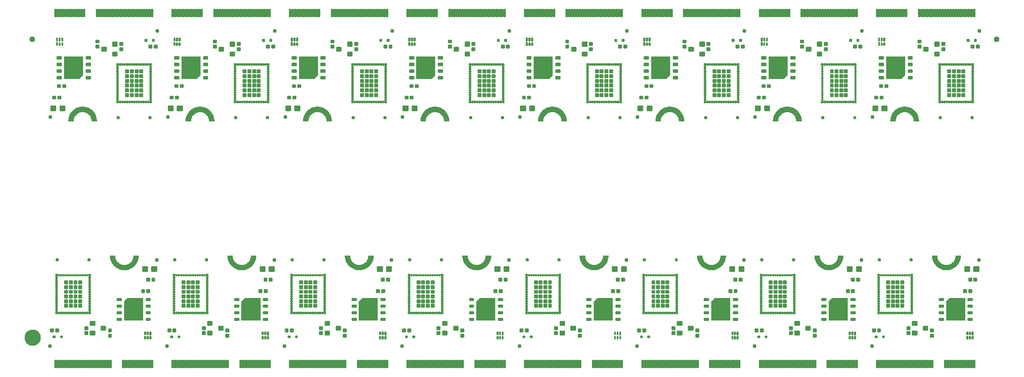
<source format=gts>
G04 EAGLE Gerber RS-274X export*
G75*
%MOMM*%
%FSLAX34Y34*%
%LPD*%
%INSoldermask Top*%
%IPPOS*%
%AMOC8*
5,1,8,0,0,1.08239X$1,22.5*%
G01*
%ADD10C,0.228959*%
%ADD11C,0.479400*%
%ADD12C,0.230578*%
%ADD13C,0.225369*%
%ADD14C,0.228369*%
%ADD15C,0.231750*%
%ADD16C,0.226609*%
%ADD17C,0.225719*%
%ADD18C,0.428259*%
%ADD19C,0.762000*%
%ADD20C,0.229969*%
%ADD21C,1.127000*%
%ADD22C,1.270000*%
%ADD23C,1.627000*%

G36*
X1639609Y559518D02*
X1639609Y559518D01*
X1639668Y559530D01*
X1639679Y559538D01*
X1639686Y559540D01*
X1639692Y559548D01*
X1639728Y559574D01*
X1646228Y566074D01*
X1646253Y566120D01*
X1646258Y566126D01*
X1646259Y566130D01*
X1646290Y566177D01*
X1646292Y566191D01*
X1646295Y566196D01*
X1646294Y566207D01*
X1646301Y566250D01*
X1646301Y602000D01*
X1646296Y602016D01*
X1646298Y602033D01*
X1646277Y602083D01*
X1646261Y602134D01*
X1646249Y602145D01*
X1646242Y602161D01*
X1646197Y602191D01*
X1646156Y602226D01*
X1646139Y602229D01*
X1646125Y602238D01*
X1646051Y602249D01*
X1610051Y602249D01*
X1610035Y602244D01*
X1610018Y602247D01*
X1609969Y602225D01*
X1609917Y602210D01*
X1609906Y602197D01*
X1609890Y602190D01*
X1609861Y602145D01*
X1609825Y602105D01*
X1609823Y602088D01*
X1609813Y602074D01*
X1609802Y602000D01*
X1609802Y559750D01*
X1609807Y559734D01*
X1609804Y559717D01*
X1609826Y559667D01*
X1609841Y559616D01*
X1609854Y559605D01*
X1609861Y559589D01*
X1609906Y559559D01*
X1609947Y559524D01*
X1609964Y559521D01*
X1609978Y559512D01*
X1610051Y559501D01*
X1639551Y559501D01*
X1639609Y559518D01*
G37*
G36*
X1414540Y559518D02*
X1414540Y559518D01*
X1414598Y559530D01*
X1414610Y559538D01*
X1414616Y559540D01*
X1414623Y559548D01*
X1414658Y559574D01*
X1421158Y566074D01*
X1421183Y566120D01*
X1421189Y566126D01*
X1421189Y566130D01*
X1421220Y566177D01*
X1421222Y566191D01*
X1421225Y566196D01*
X1421225Y566207D01*
X1421231Y566250D01*
X1421231Y602000D01*
X1421226Y602016D01*
X1421229Y602033D01*
X1421207Y602083D01*
X1421192Y602134D01*
X1421179Y602145D01*
X1421172Y602161D01*
X1421127Y602191D01*
X1421087Y602226D01*
X1421070Y602229D01*
X1421056Y602238D01*
X1420982Y602249D01*
X1384982Y602249D01*
X1384966Y602244D01*
X1384949Y602247D01*
X1384899Y602225D01*
X1384848Y602210D01*
X1384837Y602197D01*
X1384821Y602190D01*
X1384791Y602145D01*
X1384756Y602105D01*
X1384753Y602088D01*
X1384744Y602074D01*
X1384733Y602000D01*
X1384733Y559750D01*
X1384738Y559734D01*
X1384735Y559717D01*
X1384757Y559667D01*
X1384772Y559616D01*
X1384785Y559605D01*
X1384792Y559589D01*
X1384837Y559559D01*
X1384877Y559524D01*
X1384894Y559521D01*
X1384909Y559512D01*
X1384982Y559501D01*
X1414482Y559501D01*
X1414540Y559518D01*
G37*
G36*
X1189470Y559518D02*
X1189470Y559518D01*
X1189529Y559530D01*
X1189541Y559538D01*
X1189547Y559540D01*
X1189554Y559548D01*
X1189589Y559574D01*
X1196089Y566074D01*
X1196114Y566120D01*
X1196119Y566126D01*
X1196120Y566130D01*
X1196151Y566177D01*
X1196153Y566191D01*
X1196156Y566196D01*
X1196155Y566207D01*
X1196162Y566250D01*
X1196162Y602000D01*
X1196157Y602016D01*
X1196160Y602033D01*
X1196138Y602083D01*
X1196123Y602134D01*
X1196110Y602145D01*
X1196103Y602161D01*
X1196058Y602191D01*
X1196017Y602226D01*
X1196000Y602229D01*
X1195986Y602238D01*
X1195913Y602249D01*
X1159913Y602249D01*
X1159896Y602244D01*
X1159879Y602247D01*
X1159830Y602225D01*
X1159778Y602210D01*
X1159767Y602197D01*
X1159751Y602190D01*
X1159722Y602145D01*
X1159686Y602105D01*
X1159684Y602088D01*
X1159674Y602074D01*
X1159663Y602000D01*
X1159663Y559750D01*
X1159668Y559734D01*
X1159666Y559717D01*
X1159687Y559667D01*
X1159703Y559616D01*
X1159715Y559605D01*
X1159722Y559589D01*
X1159767Y559559D01*
X1159808Y559524D01*
X1159825Y559521D01*
X1159839Y559512D01*
X1159913Y559501D01*
X1189413Y559501D01*
X1189470Y559518D01*
G37*
G36*
X964376Y559518D02*
X964376Y559518D01*
X964434Y559530D01*
X964446Y559538D01*
X964452Y559540D01*
X964459Y559548D01*
X964494Y559574D01*
X970994Y566074D01*
X971019Y566120D01*
X971024Y566126D01*
X971025Y566130D01*
X971056Y566177D01*
X971058Y566191D01*
X971061Y566196D01*
X971061Y566207D01*
X971067Y566250D01*
X971067Y602000D01*
X971062Y602016D01*
X971065Y602033D01*
X971043Y602083D01*
X971028Y602134D01*
X971015Y602145D01*
X971008Y602161D01*
X970963Y602191D01*
X970923Y602226D01*
X970906Y602229D01*
X970891Y602238D01*
X970818Y602249D01*
X934818Y602249D01*
X934801Y602244D01*
X934784Y602247D01*
X934735Y602225D01*
X934684Y602210D01*
X934672Y602197D01*
X934657Y602190D01*
X934627Y602145D01*
X934592Y602105D01*
X934589Y602088D01*
X934580Y602074D01*
X934569Y602000D01*
X934569Y559750D01*
X934573Y559734D01*
X934571Y559717D01*
X934593Y559667D01*
X934608Y559616D01*
X934621Y559605D01*
X934628Y559589D01*
X934673Y559559D01*
X934713Y559524D01*
X934730Y559521D01*
X934744Y559512D01*
X934818Y559501D01*
X964318Y559501D01*
X964376Y559518D01*
G37*
G36*
X289142Y559518D02*
X289142Y559518D01*
X289201Y559530D01*
X289212Y559538D01*
X289218Y559540D01*
X289225Y559548D01*
X289260Y559574D01*
X295760Y566074D01*
X295786Y566120D01*
X295791Y566126D01*
X295791Y566130D01*
X295822Y566177D01*
X295824Y566191D01*
X295828Y566196D01*
X295827Y566207D01*
X295833Y566250D01*
X295833Y602000D01*
X295829Y602016D01*
X295831Y602033D01*
X295809Y602083D01*
X295794Y602134D01*
X295781Y602145D01*
X295774Y602161D01*
X295729Y602191D01*
X295689Y602226D01*
X295672Y602229D01*
X295658Y602238D01*
X295584Y602249D01*
X259584Y602249D01*
X259568Y602244D01*
X259551Y602247D01*
X259502Y602225D01*
X259450Y602210D01*
X259439Y602197D01*
X259423Y602190D01*
X259393Y602145D01*
X259358Y602105D01*
X259355Y602088D01*
X259346Y602074D01*
X259335Y602000D01*
X259335Y559750D01*
X259340Y559734D01*
X259337Y559717D01*
X259359Y559667D01*
X259374Y559616D01*
X259387Y559605D01*
X259394Y559589D01*
X259439Y559559D01*
X259479Y559524D01*
X259496Y559521D01*
X259511Y559512D01*
X259584Y559501D01*
X289084Y559501D01*
X289142Y559518D01*
G37*
G36*
X64047Y559518D02*
X64047Y559518D01*
X64106Y559530D01*
X64117Y559538D01*
X64124Y559540D01*
X64130Y559548D01*
X64166Y559574D01*
X70666Y566074D01*
X70691Y566120D01*
X70696Y566126D01*
X70697Y566130D01*
X70728Y566177D01*
X70730Y566191D01*
X70733Y566196D01*
X70732Y566207D01*
X70739Y566250D01*
X70739Y602000D01*
X70734Y602016D01*
X70736Y602033D01*
X70715Y602083D01*
X70699Y602134D01*
X70687Y602145D01*
X70680Y602161D01*
X70635Y602191D01*
X70594Y602226D01*
X70577Y602229D01*
X70563Y602238D01*
X70489Y602249D01*
X34489Y602249D01*
X34473Y602244D01*
X34456Y602247D01*
X34407Y602225D01*
X34355Y602210D01*
X34344Y602197D01*
X34328Y602190D01*
X34299Y602145D01*
X34263Y602105D01*
X34261Y602088D01*
X34251Y602074D01*
X34240Y602000D01*
X34240Y559750D01*
X34245Y559734D01*
X34242Y559717D01*
X34264Y559667D01*
X34279Y559616D01*
X34292Y559605D01*
X34299Y559589D01*
X34344Y559559D01*
X34385Y559524D01*
X34402Y559521D01*
X34416Y559512D01*
X34489Y559501D01*
X63989Y559501D01*
X64047Y559518D01*
G37*
G36*
X739306Y559518D02*
X739306Y559518D01*
X739365Y559530D01*
X739376Y559538D01*
X739383Y559540D01*
X739389Y559548D01*
X739425Y559574D01*
X745925Y566074D01*
X745950Y566120D01*
X745955Y566126D01*
X745956Y566130D01*
X745987Y566177D01*
X745989Y566191D01*
X745992Y566196D01*
X745991Y566207D01*
X745998Y566250D01*
X745998Y602000D01*
X745993Y602016D01*
X745995Y602033D01*
X745974Y602083D01*
X745958Y602134D01*
X745946Y602145D01*
X745939Y602161D01*
X745894Y602191D01*
X745853Y602226D01*
X745836Y602229D01*
X745822Y602238D01*
X745748Y602249D01*
X709748Y602249D01*
X709732Y602244D01*
X709715Y602247D01*
X709666Y602225D01*
X709614Y602210D01*
X709603Y602197D01*
X709587Y602190D01*
X709558Y602145D01*
X709522Y602105D01*
X709520Y602088D01*
X709510Y602074D01*
X709499Y602000D01*
X709499Y559750D01*
X709504Y559734D01*
X709501Y559717D01*
X709523Y559667D01*
X709538Y559616D01*
X709551Y559605D01*
X709558Y559589D01*
X709603Y559559D01*
X709644Y559524D01*
X709661Y559521D01*
X709675Y559512D01*
X709748Y559501D01*
X739248Y559501D01*
X739306Y559518D01*
G37*
G36*
X514211Y559518D02*
X514211Y559518D01*
X514270Y559530D01*
X514282Y559538D01*
X514288Y559540D01*
X514295Y559548D01*
X514330Y559574D01*
X520830Y566074D01*
X520855Y566120D01*
X520860Y566126D01*
X520861Y566130D01*
X520892Y566177D01*
X520894Y566191D01*
X520897Y566196D01*
X520896Y566207D01*
X520903Y566250D01*
X520903Y602000D01*
X520898Y602016D01*
X520901Y602033D01*
X520879Y602083D01*
X520864Y602134D01*
X520851Y602145D01*
X520844Y602161D01*
X520799Y602191D01*
X520758Y602226D01*
X520741Y602229D01*
X520727Y602238D01*
X520654Y602249D01*
X484654Y602249D01*
X484637Y602244D01*
X484620Y602247D01*
X484571Y602225D01*
X484519Y602210D01*
X484508Y602197D01*
X484492Y602190D01*
X484463Y602145D01*
X484427Y602105D01*
X484425Y602088D01*
X484415Y602074D01*
X484404Y602000D01*
X484404Y559750D01*
X484409Y559734D01*
X484407Y559717D01*
X484428Y559667D01*
X484444Y559616D01*
X484456Y559605D01*
X484463Y559589D01*
X484508Y559559D01*
X484549Y559524D01*
X484566Y559521D01*
X484580Y559512D01*
X484654Y559501D01*
X514154Y559501D01*
X514211Y559518D01*
G37*
G36*
X1761078Y96256D02*
X1761078Y96256D01*
X1761095Y96253D01*
X1761145Y96275D01*
X1761196Y96290D01*
X1761207Y96303D01*
X1761223Y96310D01*
X1761253Y96355D01*
X1761288Y96395D01*
X1761291Y96412D01*
X1761300Y96427D01*
X1761311Y96500D01*
X1761311Y138750D01*
X1761306Y138766D01*
X1761309Y138783D01*
X1761287Y138833D01*
X1761272Y138884D01*
X1761259Y138895D01*
X1761252Y138911D01*
X1761207Y138941D01*
X1761167Y138976D01*
X1761150Y138979D01*
X1761136Y138988D01*
X1761062Y138999D01*
X1731562Y138999D01*
X1731504Y138982D01*
X1731446Y138970D01*
X1731434Y138962D01*
X1731428Y138960D01*
X1731421Y138952D01*
X1731386Y138926D01*
X1724886Y132426D01*
X1724857Y132374D01*
X1724824Y132324D01*
X1724822Y132309D01*
X1724819Y132304D01*
X1724819Y132293D01*
X1724813Y132250D01*
X1724813Y96500D01*
X1724818Y96484D01*
X1724815Y96467D01*
X1724837Y96417D01*
X1724852Y96366D01*
X1724865Y96355D01*
X1724872Y96339D01*
X1724917Y96309D01*
X1724957Y96274D01*
X1724974Y96271D01*
X1724989Y96262D01*
X1725062Y96251D01*
X1761062Y96251D01*
X1761078Y96256D01*
G37*
G36*
X635681Y96256D02*
X635681Y96256D01*
X635698Y96253D01*
X635747Y96275D01*
X635798Y96290D01*
X635810Y96303D01*
X635825Y96310D01*
X635855Y96355D01*
X635890Y96395D01*
X635893Y96412D01*
X635902Y96427D01*
X635913Y96500D01*
X635913Y138750D01*
X635909Y138766D01*
X635911Y138783D01*
X635889Y138833D01*
X635874Y138884D01*
X635861Y138895D01*
X635854Y138911D01*
X635809Y138941D01*
X635769Y138976D01*
X635752Y138979D01*
X635738Y138988D01*
X635664Y138999D01*
X606164Y138999D01*
X606106Y138982D01*
X606048Y138970D01*
X606036Y138962D01*
X606030Y138960D01*
X606023Y138952D01*
X605988Y138926D01*
X599488Y132426D01*
X599459Y132374D01*
X599426Y132324D01*
X599424Y132309D01*
X599421Y132304D01*
X599421Y132293D01*
X599415Y132250D01*
X599415Y96500D01*
X599420Y96484D01*
X599417Y96467D01*
X599439Y96417D01*
X599454Y96366D01*
X599467Y96355D01*
X599474Y96339D01*
X599519Y96309D01*
X599559Y96274D01*
X599576Y96271D01*
X599591Y96262D01*
X599664Y96251D01*
X635664Y96251D01*
X635681Y96256D01*
G37*
G36*
X860750Y96256D02*
X860750Y96256D01*
X860767Y96253D01*
X860816Y96275D01*
X860868Y96290D01*
X860879Y96303D01*
X860895Y96310D01*
X860924Y96355D01*
X860960Y96395D01*
X860962Y96412D01*
X860972Y96427D01*
X860983Y96500D01*
X860983Y138750D01*
X860978Y138766D01*
X860981Y138783D01*
X860959Y138833D01*
X860944Y138884D01*
X860931Y138895D01*
X860924Y138911D01*
X860879Y138941D01*
X860838Y138976D01*
X860821Y138979D01*
X860807Y138988D01*
X860734Y138999D01*
X831234Y138999D01*
X831176Y138982D01*
X831117Y138970D01*
X831106Y138962D01*
X831099Y138960D01*
X831093Y138952D01*
X831057Y138926D01*
X824557Y132426D01*
X824528Y132374D01*
X824495Y132324D01*
X824493Y132309D01*
X824490Y132304D01*
X824491Y132293D01*
X824484Y132250D01*
X824484Y96500D01*
X824489Y96484D01*
X824487Y96467D01*
X824508Y96417D01*
X824524Y96366D01*
X824536Y96355D01*
X824543Y96339D01*
X824588Y96309D01*
X824629Y96274D01*
X824646Y96271D01*
X824660Y96262D01*
X824734Y96251D01*
X860734Y96251D01*
X860750Y96256D01*
G37*
G36*
X1536009Y96256D02*
X1536009Y96256D01*
X1536026Y96253D01*
X1536075Y96275D01*
X1536127Y96290D01*
X1536138Y96303D01*
X1536154Y96310D01*
X1536183Y96355D01*
X1536219Y96395D01*
X1536221Y96412D01*
X1536231Y96427D01*
X1536242Y96500D01*
X1536242Y138750D01*
X1536237Y138766D01*
X1536240Y138783D01*
X1536218Y138833D01*
X1536203Y138884D01*
X1536190Y138895D01*
X1536183Y138911D01*
X1536138Y138941D01*
X1536097Y138976D01*
X1536080Y138979D01*
X1536066Y138988D01*
X1535993Y138999D01*
X1506493Y138999D01*
X1506435Y138982D01*
X1506376Y138970D01*
X1506365Y138962D01*
X1506358Y138960D01*
X1506352Y138952D01*
X1506316Y138926D01*
X1499816Y132426D01*
X1499787Y132374D01*
X1499754Y132324D01*
X1499752Y132309D01*
X1499749Y132304D01*
X1499750Y132293D01*
X1499743Y132250D01*
X1499743Y96500D01*
X1499748Y96484D01*
X1499746Y96467D01*
X1499767Y96417D01*
X1499783Y96366D01*
X1499795Y96355D01*
X1499802Y96339D01*
X1499847Y96309D01*
X1499888Y96274D01*
X1499905Y96271D01*
X1499919Y96262D01*
X1499993Y96251D01*
X1535993Y96251D01*
X1536009Y96256D01*
G37*
G36*
X1310914Y96256D02*
X1310914Y96256D01*
X1310931Y96253D01*
X1310980Y96275D01*
X1311032Y96290D01*
X1311043Y96303D01*
X1311059Y96310D01*
X1311089Y96355D01*
X1311124Y96395D01*
X1311127Y96412D01*
X1311136Y96427D01*
X1311147Y96500D01*
X1311147Y138750D01*
X1311142Y138766D01*
X1311145Y138783D01*
X1311123Y138833D01*
X1311108Y138884D01*
X1311095Y138895D01*
X1311088Y138911D01*
X1311043Y138941D01*
X1311003Y138976D01*
X1310986Y138979D01*
X1310971Y138988D01*
X1310898Y138999D01*
X1281398Y138999D01*
X1281340Y138982D01*
X1281281Y138970D01*
X1281270Y138962D01*
X1281264Y138960D01*
X1281257Y138952D01*
X1281222Y138926D01*
X1274722Y132426D01*
X1274693Y132374D01*
X1274660Y132324D01*
X1274658Y132309D01*
X1274654Y132304D01*
X1274655Y132293D01*
X1274649Y132250D01*
X1274649Y96500D01*
X1274653Y96484D01*
X1274651Y96467D01*
X1274673Y96417D01*
X1274688Y96366D01*
X1274701Y96355D01*
X1274708Y96339D01*
X1274753Y96309D01*
X1274793Y96274D01*
X1274810Y96271D01*
X1274824Y96262D01*
X1274898Y96251D01*
X1310898Y96251D01*
X1310914Y96256D01*
G37*
G36*
X1085845Y96256D02*
X1085845Y96256D01*
X1085862Y96253D01*
X1085911Y96275D01*
X1085963Y96290D01*
X1085974Y96303D01*
X1085990Y96310D01*
X1086019Y96355D01*
X1086055Y96395D01*
X1086057Y96412D01*
X1086067Y96427D01*
X1086078Y96500D01*
X1086078Y138750D01*
X1086073Y138766D01*
X1086075Y138783D01*
X1086054Y138833D01*
X1086038Y138884D01*
X1086026Y138895D01*
X1086019Y138911D01*
X1085974Y138941D01*
X1085933Y138976D01*
X1085916Y138979D01*
X1085902Y138988D01*
X1085828Y138999D01*
X1056328Y138999D01*
X1056271Y138982D01*
X1056212Y138970D01*
X1056200Y138962D01*
X1056194Y138960D01*
X1056187Y138952D01*
X1056152Y138926D01*
X1049652Y132426D01*
X1049623Y132374D01*
X1049590Y132324D01*
X1049588Y132309D01*
X1049585Y132304D01*
X1049586Y132293D01*
X1049579Y132250D01*
X1049579Y96500D01*
X1049584Y96484D01*
X1049581Y96467D01*
X1049603Y96417D01*
X1049618Y96366D01*
X1049631Y96355D01*
X1049638Y96339D01*
X1049683Y96309D01*
X1049724Y96274D01*
X1049741Y96271D01*
X1049755Y96262D01*
X1049828Y96251D01*
X1085828Y96251D01*
X1085845Y96256D01*
G37*
G36*
X410586Y96256D02*
X410586Y96256D01*
X410603Y96253D01*
X410652Y96275D01*
X410704Y96290D01*
X410715Y96303D01*
X410731Y96310D01*
X410760Y96355D01*
X410796Y96395D01*
X410798Y96412D01*
X410808Y96427D01*
X410819Y96500D01*
X410819Y138750D01*
X410814Y138766D01*
X410816Y138783D01*
X410795Y138833D01*
X410779Y138884D01*
X410767Y138895D01*
X410760Y138911D01*
X410715Y138941D01*
X410674Y138976D01*
X410657Y138979D01*
X410643Y138988D01*
X410569Y138999D01*
X381069Y138999D01*
X381012Y138982D01*
X380953Y138970D01*
X380941Y138962D01*
X380935Y138960D01*
X380928Y138952D01*
X380893Y138926D01*
X374393Y132426D01*
X374364Y132374D01*
X374331Y132324D01*
X374329Y132309D01*
X374326Y132304D01*
X374327Y132293D01*
X374320Y132250D01*
X374320Y96500D01*
X374325Y96484D01*
X374322Y96467D01*
X374344Y96417D01*
X374359Y96366D01*
X374372Y96355D01*
X374379Y96339D01*
X374424Y96309D01*
X374465Y96274D01*
X374482Y96271D01*
X374496Y96262D01*
X374569Y96251D01*
X410569Y96251D01*
X410586Y96256D01*
G37*
G36*
X185516Y96256D02*
X185516Y96256D01*
X185533Y96253D01*
X185583Y96275D01*
X185634Y96290D01*
X185645Y96303D01*
X185661Y96310D01*
X185691Y96355D01*
X185726Y96395D01*
X185729Y96412D01*
X185738Y96427D01*
X185749Y96500D01*
X185749Y138750D01*
X185744Y138766D01*
X185747Y138783D01*
X185725Y138833D01*
X185710Y138884D01*
X185697Y138895D01*
X185690Y138911D01*
X185645Y138941D01*
X185605Y138976D01*
X185588Y138979D01*
X185574Y138988D01*
X185500Y138999D01*
X156000Y138999D01*
X155942Y138982D01*
X155884Y138970D01*
X155872Y138962D01*
X155866Y138960D01*
X155859Y138952D01*
X155824Y138926D01*
X149324Y132426D01*
X149295Y132374D01*
X149262Y132324D01*
X149260Y132309D01*
X149257Y132304D01*
X149257Y132293D01*
X149251Y132250D01*
X149251Y96500D01*
X149256Y96484D01*
X149253Y96467D01*
X149275Y96417D01*
X149290Y96366D01*
X149303Y96355D01*
X149310Y96339D01*
X149355Y96309D01*
X149395Y96274D01*
X149412Y96271D01*
X149427Y96262D01*
X149500Y96251D01*
X185500Y96251D01*
X185516Y96256D01*
G37*
G36*
X952825Y478253D02*
X952825Y478253D01*
X952832Y478251D01*
X952891Y478272D01*
X952952Y478290D01*
X952957Y478295D01*
X952964Y478298D01*
X953002Y478348D01*
X953044Y478395D01*
X953045Y478402D01*
X953049Y478408D01*
X953066Y478480D01*
X953280Y481198D01*
X953912Y483831D01*
X954948Y486331D01*
X956362Y488639D01*
X958120Y490698D01*
X960179Y492456D01*
X962486Y493870D01*
X964987Y494906D01*
X967619Y495538D01*
X970318Y495750D01*
X973016Y495538D01*
X975648Y494906D01*
X978149Y493870D01*
X980457Y492456D01*
X982515Y490698D01*
X984273Y488639D01*
X985688Y486331D01*
X986724Y483831D01*
X987355Y481198D01*
X987569Y478480D01*
X987572Y478474D01*
X987571Y478467D01*
X987597Y478409D01*
X987619Y478350D01*
X987625Y478345D01*
X987628Y478339D01*
X987680Y478304D01*
X987731Y478266D01*
X987738Y478266D01*
X987744Y478262D01*
X987818Y478251D01*
X997818Y478251D01*
X997843Y478258D01*
X997869Y478256D01*
X997909Y478277D01*
X997952Y478290D01*
X997969Y478310D01*
X997992Y478322D01*
X998014Y478361D01*
X998044Y478395D01*
X998048Y478421D01*
X998061Y478444D01*
X998066Y478518D01*
X997787Y482431D01*
X997783Y482441D01*
X997781Y482467D01*
X996947Y486301D01*
X996943Y486309D01*
X996937Y486335D01*
X995566Y490011D01*
X995560Y490019D01*
X995551Y490043D01*
X993671Y493487D01*
X993664Y493494D01*
X993652Y493517D01*
X991300Y496658D01*
X991293Y496664D01*
X991277Y496685D01*
X988503Y499459D01*
X988494Y499464D01*
X988476Y499483D01*
X985335Y501834D01*
X985326Y501837D01*
X985305Y501853D01*
X981861Y503734D01*
X981852Y503736D01*
X981829Y503748D01*
X978153Y505120D01*
X978143Y505120D01*
X978118Y505130D01*
X974284Y505964D01*
X974275Y505963D01*
X974249Y505969D01*
X970336Y506249D01*
X970326Y506247D01*
X970300Y506249D01*
X966386Y505969D01*
X966377Y505965D01*
X966351Y505964D01*
X962517Y505130D01*
X962509Y505125D01*
X962483Y505120D01*
X958807Y503748D01*
X958799Y503743D01*
X958774Y503734D01*
X955331Y501853D01*
X955324Y501846D01*
X955301Y501834D01*
X952160Y499483D01*
X952154Y499475D01*
X952133Y499459D01*
X949358Y496685D01*
X949354Y496676D01*
X949335Y496658D01*
X946984Y493517D01*
X946980Y493508D01*
X946965Y493487D01*
X945084Y490043D01*
X945082Y490034D01*
X945069Y490011D01*
X943698Y486335D01*
X943698Y486325D01*
X943688Y486301D01*
X942854Y482467D01*
X942855Y482457D01*
X942849Y482431D01*
X942569Y478518D01*
X942575Y478492D01*
X942571Y478467D01*
X942589Y478425D01*
X942599Y478381D01*
X942617Y478363D01*
X942628Y478339D01*
X942665Y478314D01*
X942697Y478282D01*
X942723Y478276D01*
X942744Y478262D01*
X942818Y478251D01*
X952818Y478251D01*
X952825Y478253D01*
G37*
G36*
X1177920Y478253D02*
X1177920Y478253D01*
X1177927Y478251D01*
X1177986Y478272D01*
X1178047Y478290D01*
X1178052Y478295D01*
X1178058Y478298D01*
X1178097Y478348D01*
X1178139Y478395D01*
X1178140Y478402D01*
X1178144Y478408D01*
X1178161Y478480D01*
X1178375Y481198D01*
X1179007Y483831D01*
X1180043Y486331D01*
X1181457Y488639D01*
X1183215Y490698D01*
X1185273Y492456D01*
X1187581Y493870D01*
X1190082Y494906D01*
X1192714Y495538D01*
X1195413Y495750D01*
X1198111Y495538D01*
X1200743Y494906D01*
X1203244Y493870D01*
X1205552Y492456D01*
X1207610Y490698D01*
X1209368Y488639D01*
X1210782Y486331D01*
X1211818Y483831D01*
X1212450Y481198D01*
X1212664Y478480D01*
X1212667Y478474D01*
X1212666Y478467D01*
X1212691Y478409D01*
X1212714Y478350D01*
X1212720Y478345D01*
X1212722Y478339D01*
X1212775Y478304D01*
X1212826Y478266D01*
X1212833Y478266D01*
X1212839Y478262D01*
X1212913Y478251D01*
X1222913Y478251D01*
X1222938Y478258D01*
X1222964Y478256D01*
X1223003Y478277D01*
X1223047Y478290D01*
X1223064Y478310D01*
X1223087Y478322D01*
X1223109Y478361D01*
X1223139Y478395D01*
X1223143Y478421D01*
X1223155Y478444D01*
X1223161Y478518D01*
X1222881Y482431D01*
X1222878Y482441D01*
X1222876Y482467D01*
X1222042Y486301D01*
X1222038Y486309D01*
X1222032Y486335D01*
X1220661Y490011D01*
X1220655Y490019D01*
X1220646Y490043D01*
X1218766Y493487D01*
X1218759Y493494D01*
X1218747Y493517D01*
X1216395Y496658D01*
X1216388Y496664D01*
X1216372Y496685D01*
X1213598Y499459D01*
X1213589Y499464D01*
X1213571Y499483D01*
X1210430Y501834D01*
X1210421Y501837D01*
X1210400Y501853D01*
X1206956Y503734D01*
X1206947Y503736D01*
X1206924Y503748D01*
X1203247Y505120D01*
X1203238Y505120D01*
X1203213Y505130D01*
X1199379Y505964D01*
X1199370Y505963D01*
X1199344Y505969D01*
X1195430Y506249D01*
X1195421Y506247D01*
X1195395Y506249D01*
X1191481Y505969D01*
X1191472Y505965D01*
X1191446Y505964D01*
X1187612Y505130D01*
X1187603Y505125D01*
X1187578Y505120D01*
X1183902Y503748D01*
X1183894Y503743D01*
X1183869Y503734D01*
X1180426Y501853D01*
X1180419Y501846D01*
X1180396Y501834D01*
X1177255Y499483D01*
X1177249Y499475D01*
X1177228Y499459D01*
X1174453Y496685D01*
X1174449Y496676D01*
X1174430Y496658D01*
X1172079Y493517D01*
X1172075Y493508D01*
X1172059Y493487D01*
X1170179Y490043D01*
X1170177Y490034D01*
X1170164Y490011D01*
X1168793Y486335D01*
X1168792Y486325D01*
X1168783Y486301D01*
X1167949Y482467D01*
X1167950Y482457D01*
X1167944Y482431D01*
X1167664Y478518D01*
X1167669Y478492D01*
X1167666Y478467D01*
X1167684Y478425D01*
X1167694Y478381D01*
X1167712Y478363D01*
X1167722Y478339D01*
X1167760Y478314D01*
X1167792Y478282D01*
X1167817Y478276D01*
X1167839Y478262D01*
X1167913Y478251D01*
X1177913Y478251D01*
X1177920Y478253D01*
G37*
G36*
X52496Y478253D02*
X52496Y478253D01*
X52503Y478251D01*
X52563Y478272D01*
X52624Y478290D01*
X52628Y478295D01*
X52635Y478298D01*
X52674Y478348D01*
X52716Y478395D01*
X52717Y478402D01*
X52721Y478408D01*
X52738Y478480D01*
X52952Y481198D01*
X53584Y483831D01*
X54620Y486331D01*
X56034Y488639D01*
X57792Y490698D01*
X59850Y492456D01*
X62158Y493870D01*
X64659Y494906D01*
X67291Y495538D01*
X69989Y495750D01*
X72688Y495538D01*
X75320Y494906D01*
X77821Y493870D01*
X80129Y492456D01*
X82187Y490698D01*
X83945Y488639D01*
X85359Y486331D01*
X86395Y483831D01*
X87027Y481198D01*
X87241Y478480D01*
X87244Y478474D01*
X87242Y478467D01*
X87268Y478409D01*
X87291Y478350D01*
X87296Y478345D01*
X87299Y478339D01*
X87352Y478304D01*
X87403Y478266D01*
X87410Y478266D01*
X87416Y478262D01*
X87489Y478251D01*
X97489Y478251D01*
X97514Y478258D01*
X97540Y478256D01*
X97580Y478277D01*
X97624Y478290D01*
X97641Y478310D01*
X97664Y478322D01*
X97686Y478361D01*
X97716Y478395D01*
X97719Y478421D01*
X97732Y478444D01*
X97738Y478518D01*
X97458Y482431D01*
X97455Y482441D01*
X97453Y482467D01*
X96619Y486301D01*
X96614Y486309D01*
X96609Y486335D01*
X95238Y490011D01*
X95232Y490019D01*
X95223Y490043D01*
X93343Y493487D01*
X93336Y493494D01*
X93323Y493517D01*
X90972Y496658D01*
X90964Y496664D01*
X90949Y496685D01*
X88174Y499459D01*
X88166Y499464D01*
X88147Y499483D01*
X85006Y501834D01*
X84997Y501837D01*
X84976Y501853D01*
X81533Y503734D01*
X81523Y503736D01*
X81500Y503748D01*
X77824Y505120D01*
X77815Y505120D01*
X77790Y505130D01*
X73956Y505964D01*
X73946Y505963D01*
X73921Y505969D01*
X70007Y506249D01*
X69998Y506247D01*
X69972Y506249D01*
X66058Y505969D01*
X66049Y505965D01*
X66023Y505964D01*
X62189Y505130D01*
X62180Y505125D01*
X62155Y505120D01*
X58478Y503748D01*
X58471Y503743D01*
X58446Y503734D01*
X55002Y501853D01*
X54996Y501846D01*
X54972Y501834D01*
X51831Y499483D01*
X51826Y499475D01*
X51805Y499459D01*
X49030Y496685D01*
X49025Y496676D01*
X49007Y496658D01*
X46655Y493517D01*
X46652Y493508D01*
X46636Y493487D01*
X44756Y490043D01*
X44754Y490034D01*
X44741Y490011D01*
X43370Y486335D01*
X43369Y486325D01*
X43360Y486301D01*
X42526Y482467D01*
X42526Y482457D01*
X42521Y482431D01*
X42241Y478518D01*
X42246Y478492D01*
X42242Y478467D01*
X42261Y478425D01*
X42270Y478381D01*
X42289Y478363D01*
X42299Y478339D01*
X42337Y478314D01*
X42369Y478282D01*
X42394Y478276D01*
X42416Y478262D01*
X42489Y478251D01*
X52489Y478251D01*
X52496Y478253D01*
G37*
G36*
X1628058Y478253D02*
X1628058Y478253D01*
X1628065Y478251D01*
X1628125Y478272D01*
X1628186Y478290D01*
X1628190Y478295D01*
X1628197Y478298D01*
X1628236Y478348D01*
X1628278Y478395D01*
X1628279Y478402D01*
X1628283Y478408D01*
X1628300Y478480D01*
X1628514Y481198D01*
X1629146Y483831D01*
X1630182Y486331D01*
X1631596Y488639D01*
X1633354Y490698D01*
X1635412Y492456D01*
X1637720Y493870D01*
X1640221Y494906D01*
X1642853Y495538D01*
X1645551Y495750D01*
X1648250Y495538D01*
X1650882Y494906D01*
X1653383Y493870D01*
X1655691Y492456D01*
X1657749Y490698D01*
X1659507Y488639D01*
X1660921Y486331D01*
X1661957Y483831D01*
X1662589Y481198D01*
X1662803Y478480D01*
X1662806Y478474D01*
X1662804Y478467D01*
X1662830Y478409D01*
X1662853Y478350D01*
X1662858Y478345D01*
X1662861Y478339D01*
X1662914Y478304D01*
X1662965Y478266D01*
X1662972Y478266D01*
X1662978Y478262D01*
X1663051Y478251D01*
X1673051Y478251D01*
X1673076Y478258D01*
X1673102Y478256D01*
X1673142Y478277D01*
X1673186Y478290D01*
X1673203Y478310D01*
X1673226Y478322D01*
X1673248Y478361D01*
X1673278Y478395D01*
X1673281Y478421D01*
X1673294Y478444D01*
X1673300Y478518D01*
X1673020Y482431D01*
X1673017Y482441D01*
X1673015Y482467D01*
X1672181Y486301D01*
X1672176Y486309D01*
X1672171Y486335D01*
X1670800Y490011D01*
X1670794Y490019D01*
X1670785Y490043D01*
X1668905Y493487D01*
X1668898Y493494D01*
X1668885Y493517D01*
X1666534Y496658D01*
X1666526Y496664D01*
X1666511Y496685D01*
X1663736Y499459D01*
X1663728Y499464D01*
X1663709Y499483D01*
X1660568Y501834D01*
X1660559Y501837D01*
X1660538Y501853D01*
X1657095Y503734D01*
X1657085Y503736D01*
X1657062Y503748D01*
X1653386Y505120D01*
X1653377Y505120D01*
X1653352Y505130D01*
X1649518Y505964D01*
X1649508Y505963D01*
X1649483Y505969D01*
X1645569Y506249D01*
X1645560Y506247D01*
X1645534Y506249D01*
X1641620Y505969D01*
X1641611Y505965D01*
X1641585Y505964D01*
X1637751Y505130D01*
X1637742Y505125D01*
X1637717Y505120D01*
X1634040Y503748D01*
X1634033Y503743D01*
X1634008Y503734D01*
X1630564Y501853D01*
X1630558Y501846D01*
X1630534Y501834D01*
X1627393Y499483D01*
X1627388Y499475D01*
X1627367Y499459D01*
X1624592Y496685D01*
X1624587Y496676D01*
X1624569Y496658D01*
X1622217Y493517D01*
X1622214Y493508D01*
X1622198Y493487D01*
X1620318Y490043D01*
X1620316Y490034D01*
X1620303Y490011D01*
X1618932Y486335D01*
X1618931Y486325D01*
X1618922Y486301D01*
X1618088Y482467D01*
X1618088Y482457D01*
X1618083Y482431D01*
X1617803Y478518D01*
X1617808Y478492D01*
X1617804Y478467D01*
X1617823Y478425D01*
X1617832Y478381D01*
X1617851Y478363D01*
X1617861Y478339D01*
X1617899Y478314D01*
X1617931Y478282D01*
X1617956Y478276D01*
X1617978Y478262D01*
X1618051Y478251D01*
X1628051Y478251D01*
X1628058Y478253D01*
G37*
G36*
X502661Y478253D02*
X502661Y478253D01*
X502668Y478251D01*
X502727Y478272D01*
X502788Y478290D01*
X502793Y478295D01*
X502799Y478298D01*
X502838Y478348D01*
X502880Y478395D01*
X502881Y478402D01*
X502885Y478408D01*
X502902Y478480D01*
X503116Y481198D01*
X503748Y483831D01*
X504784Y486331D01*
X506198Y488639D01*
X507956Y490698D01*
X510014Y492456D01*
X512322Y493870D01*
X514823Y494906D01*
X517455Y495538D01*
X520154Y495750D01*
X522852Y495538D01*
X525484Y494906D01*
X527985Y493870D01*
X530293Y492456D01*
X532351Y490698D01*
X534109Y488639D01*
X535523Y486331D01*
X536559Y483831D01*
X537191Y481198D01*
X537405Y478480D01*
X537408Y478474D01*
X537407Y478467D01*
X537432Y478409D01*
X537455Y478350D01*
X537461Y478345D01*
X537463Y478339D01*
X537516Y478304D01*
X537567Y478266D01*
X537574Y478266D01*
X537580Y478262D01*
X537654Y478251D01*
X547654Y478251D01*
X547679Y478258D01*
X547705Y478256D01*
X547744Y478277D01*
X547788Y478290D01*
X547805Y478310D01*
X547828Y478322D01*
X547850Y478361D01*
X547880Y478395D01*
X547884Y478421D01*
X547896Y478444D01*
X547902Y478518D01*
X547622Y482431D01*
X547619Y482441D01*
X547617Y482467D01*
X546783Y486301D01*
X546779Y486309D01*
X546773Y486335D01*
X545402Y490011D01*
X545396Y490019D01*
X545387Y490043D01*
X543507Y493487D01*
X543500Y493494D01*
X543488Y493517D01*
X541136Y496658D01*
X541129Y496664D01*
X541113Y496685D01*
X538339Y499459D01*
X538330Y499464D01*
X538312Y499483D01*
X535171Y501834D01*
X535162Y501837D01*
X535141Y501853D01*
X531697Y503734D01*
X531688Y503736D01*
X531665Y503748D01*
X527988Y505120D01*
X527979Y505120D01*
X527954Y505130D01*
X524120Y505964D01*
X524111Y505963D01*
X524085Y505969D01*
X520171Y506249D01*
X520162Y506247D01*
X520136Y506249D01*
X516222Y505969D01*
X516213Y505965D01*
X516187Y505964D01*
X512353Y505130D01*
X512344Y505125D01*
X512319Y505120D01*
X508643Y503748D01*
X508635Y503743D01*
X508610Y503734D01*
X505167Y501853D01*
X505160Y501846D01*
X505137Y501834D01*
X501996Y499483D01*
X501990Y499475D01*
X501969Y499459D01*
X499194Y496685D01*
X499190Y496676D01*
X499171Y496658D01*
X496820Y493517D01*
X496816Y493508D01*
X496800Y493487D01*
X494920Y490043D01*
X494918Y490034D01*
X494905Y490011D01*
X493534Y486335D01*
X493533Y486325D01*
X493524Y486301D01*
X492690Y482467D01*
X492691Y482457D01*
X492685Y482431D01*
X492405Y478518D01*
X492410Y478492D01*
X492407Y478467D01*
X492425Y478425D01*
X492435Y478381D01*
X492453Y478363D01*
X492463Y478339D01*
X492501Y478314D01*
X492533Y478282D01*
X492558Y478276D01*
X492580Y478262D01*
X492654Y478251D01*
X502654Y478251D01*
X502661Y478253D01*
G37*
G36*
X1402989Y478253D02*
X1402989Y478253D01*
X1402996Y478251D01*
X1403055Y478272D01*
X1403116Y478290D01*
X1403121Y478295D01*
X1403128Y478298D01*
X1403167Y478348D01*
X1403208Y478395D01*
X1403209Y478402D01*
X1403214Y478408D01*
X1403230Y478480D01*
X1403444Y481198D01*
X1404076Y483831D01*
X1405112Y486331D01*
X1406526Y488639D01*
X1408284Y490698D01*
X1410343Y492456D01*
X1412651Y493870D01*
X1415151Y494906D01*
X1417784Y495538D01*
X1420482Y495750D01*
X1423180Y495538D01*
X1425813Y494906D01*
X1428313Y493870D01*
X1430621Y492456D01*
X1432680Y490698D01*
X1434438Y488639D01*
X1435852Y486331D01*
X1436888Y483831D01*
X1437520Y481198D01*
X1437734Y478480D01*
X1437736Y478474D01*
X1437735Y478467D01*
X1437761Y478409D01*
X1437783Y478350D01*
X1437789Y478345D01*
X1437792Y478339D01*
X1437845Y478304D01*
X1437895Y478266D01*
X1437903Y478266D01*
X1437909Y478262D01*
X1437982Y478251D01*
X1447982Y478251D01*
X1448007Y478258D01*
X1448033Y478256D01*
X1448073Y478277D01*
X1448116Y478290D01*
X1448133Y478310D01*
X1448156Y478322D01*
X1448178Y478361D01*
X1448208Y478395D01*
X1448212Y478421D01*
X1448225Y478444D01*
X1448231Y478518D01*
X1447951Y482431D01*
X1447947Y482441D01*
X1447946Y482467D01*
X1447112Y486301D01*
X1447107Y486309D01*
X1447102Y486335D01*
X1445730Y490011D01*
X1445725Y490019D01*
X1445716Y490043D01*
X1443835Y493487D01*
X1443828Y493494D01*
X1443816Y493517D01*
X1441465Y496658D01*
X1441457Y496664D01*
X1441441Y496685D01*
X1438667Y499459D01*
X1438658Y499464D01*
X1438640Y499483D01*
X1435499Y501834D01*
X1435490Y501837D01*
X1435469Y501853D01*
X1432025Y503734D01*
X1432016Y503736D01*
X1431993Y503748D01*
X1428317Y505120D01*
X1428307Y505120D01*
X1428283Y505130D01*
X1424449Y505964D01*
X1424439Y505963D01*
X1424413Y505969D01*
X1420500Y506249D01*
X1420490Y506247D01*
X1420464Y506249D01*
X1416551Y505969D01*
X1416541Y505965D01*
X1416515Y505964D01*
X1412681Y505130D01*
X1412673Y505125D01*
X1412647Y505120D01*
X1408971Y503748D01*
X1408963Y503743D01*
X1408939Y503734D01*
X1405495Y501853D01*
X1405488Y501846D01*
X1405465Y501834D01*
X1402324Y499483D01*
X1402318Y499475D01*
X1402297Y499459D01*
X1399523Y496685D01*
X1399518Y496676D01*
X1399499Y496658D01*
X1397148Y493517D01*
X1397145Y493508D01*
X1397129Y493487D01*
X1395248Y490043D01*
X1395246Y490034D01*
X1395234Y490011D01*
X1393862Y486335D01*
X1393862Y486325D01*
X1393852Y486301D01*
X1393018Y482467D01*
X1393019Y482457D01*
X1393013Y482431D01*
X1392733Y478518D01*
X1392739Y478492D01*
X1392735Y478467D01*
X1392753Y478425D01*
X1392763Y478381D01*
X1392781Y478363D01*
X1392792Y478339D01*
X1392830Y478314D01*
X1392861Y478282D01*
X1392887Y478276D01*
X1392909Y478262D01*
X1392982Y478251D01*
X1402982Y478251D01*
X1402989Y478253D01*
G37*
G36*
X277591Y478253D02*
X277591Y478253D01*
X277598Y478251D01*
X277657Y478272D01*
X277718Y478290D01*
X277723Y478295D01*
X277730Y478298D01*
X277769Y478348D01*
X277810Y478395D01*
X277811Y478402D01*
X277816Y478408D01*
X277833Y478480D01*
X278047Y481198D01*
X278679Y483831D01*
X279714Y486331D01*
X281129Y488639D01*
X282887Y490698D01*
X284945Y492456D01*
X287253Y493870D01*
X289754Y494906D01*
X292386Y495538D01*
X295084Y495750D01*
X297783Y495538D01*
X300415Y494906D01*
X302916Y493870D01*
X305224Y492456D01*
X307282Y490698D01*
X309040Y488639D01*
X310454Y486331D01*
X311490Y483831D01*
X312122Y481198D01*
X312336Y478480D01*
X312338Y478474D01*
X312337Y478467D01*
X312363Y478409D01*
X312385Y478350D01*
X312391Y478345D01*
X312394Y478339D01*
X312447Y478304D01*
X312497Y478266D01*
X312505Y478266D01*
X312511Y478262D01*
X312584Y478251D01*
X322584Y478251D01*
X322609Y478258D01*
X322635Y478256D01*
X322675Y478277D01*
X322718Y478290D01*
X322736Y478310D01*
X322758Y478322D01*
X322781Y478361D01*
X322810Y478395D01*
X322814Y478421D01*
X322827Y478444D01*
X322833Y478518D01*
X322553Y482431D01*
X322550Y482441D01*
X322548Y482467D01*
X321714Y486301D01*
X321709Y486309D01*
X321704Y486335D01*
X320333Y490011D01*
X320327Y490019D01*
X320318Y490043D01*
X318437Y493487D01*
X318431Y493494D01*
X318418Y493517D01*
X316067Y496658D01*
X316059Y496664D01*
X316044Y496685D01*
X313269Y499459D01*
X313261Y499464D01*
X313242Y499483D01*
X310101Y501834D01*
X310092Y501837D01*
X310071Y501853D01*
X306628Y503734D01*
X306618Y503736D01*
X306595Y503748D01*
X302919Y505120D01*
X302909Y505120D01*
X302885Y505130D01*
X299051Y505964D01*
X299041Y505963D01*
X299016Y505969D01*
X295102Y506249D01*
X295093Y506247D01*
X295066Y506249D01*
X291153Y505969D01*
X291144Y505965D01*
X291118Y505964D01*
X287284Y505130D01*
X287275Y505125D01*
X287249Y505120D01*
X283573Y503748D01*
X283565Y503743D01*
X283541Y503734D01*
X280097Y501853D01*
X280090Y501846D01*
X280067Y501834D01*
X276926Y499483D01*
X276920Y499475D01*
X276899Y499459D01*
X274125Y496685D01*
X274120Y496676D01*
X274102Y496658D01*
X271750Y493517D01*
X271747Y493508D01*
X271731Y493487D01*
X269851Y490043D01*
X269849Y490034D01*
X269836Y490011D01*
X268465Y486335D01*
X268464Y486325D01*
X268455Y486301D01*
X267621Y482467D01*
X267621Y482457D01*
X267615Y482431D01*
X267336Y478518D01*
X267341Y478492D01*
X267337Y478467D01*
X267356Y478425D01*
X267365Y478381D01*
X267383Y478363D01*
X267394Y478339D01*
X267432Y478314D01*
X267464Y478282D01*
X267489Y478276D01*
X267511Y478262D01*
X267584Y478251D01*
X277584Y478251D01*
X277591Y478253D01*
G37*
G36*
X727755Y478253D02*
X727755Y478253D01*
X727762Y478251D01*
X727822Y478272D01*
X727883Y478290D01*
X727887Y478295D01*
X727894Y478298D01*
X727933Y478348D01*
X727975Y478395D01*
X727976Y478402D01*
X727980Y478408D01*
X727997Y478480D01*
X728211Y481198D01*
X728843Y483831D01*
X729879Y486331D01*
X731293Y488639D01*
X733051Y490698D01*
X735109Y492456D01*
X737417Y493870D01*
X739918Y494906D01*
X742550Y495538D01*
X745248Y495750D01*
X747947Y495538D01*
X750579Y494906D01*
X753080Y493870D01*
X755388Y492456D01*
X757446Y490698D01*
X759204Y488639D01*
X760618Y486331D01*
X761654Y483831D01*
X762286Y481198D01*
X762500Y478480D01*
X762503Y478474D01*
X762501Y478467D01*
X762527Y478409D01*
X762550Y478350D01*
X762555Y478345D01*
X762558Y478339D01*
X762611Y478304D01*
X762662Y478266D01*
X762669Y478266D01*
X762675Y478262D01*
X762748Y478251D01*
X772748Y478251D01*
X772773Y478258D01*
X772799Y478256D01*
X772839Y478277D01*
X772883Y478290D01*
X772900Y478310D01*
X772923Y478322D01*
X772945Y478361D01*
X772975Y478395D01*
X772978Y478421D01*
X772991Y478444D01*
X772997Y478518D01*
X772717Y482431D01*
X772714Y482441D01*
X772712Y482467D01*
X771878Y486301D01*
X771873Y486309D01*
X771868Y486335D01*
X770497Y490011D01*
X770491Y490019D01*
X770482Y490043D01*
X768602Y493487D01*
X768595Y493494D01*
X768582Y493517D01*
X766231Y496658D01*
X766223Y496664D01*
X766208Y496685D01*
X763433Y499459D01*
X763425Y499464D01*
X763406Y499483D01*
X760265Y501834D01*
X760256Y501837D01*
X760235Y501853D01*
X756792Y503734D01*
X756782Y503736D01*
X756759Y503748D01*
X753083Y505120D01*
X753074Y505120D01*
X753049Y505130D01*
X749215Y505964D01*
X749205Y505963D01*
X749180Y505969D01*
X745266Y506249D01*
X745257Y506247D01*
X745231Y506249D01*
X741317Y505969D01*
X741308Y505965D01*
X741282Y505964D01*
X737448Y505130D01*
X737439Y505125D01*
X737414Y505120D01*
X733737Y503748D01*
X733730Y503743D01*
X733705Y503734D01*
X730261Y501853D01*
X730255Y501846D01*
X730231Y501834D01*
X727090Y499483D01*
X727085Y499475D01*
X727064Y499459D01*
X724289Y496685D01*
X724284Y496676D01*
X724266Y496658D01*
X721914Y493517D01*
X721911Y493508D01*
X721895Y493487D01*
X720015Y490043D01*
X720013Y490034D01*
X720000Y490011D01*
X718629Y486335D01*
X718628Y486325D01*
X718619Y486301D01*
X717785Y482467D01*
X717785Y482457D01*
X717780Y482431D01*
X717500Y478518D01*
X717505Y478492D01*
X717501Y478467D01*
X717520Y478425D01*
X717529Y478381D01*
X717548Y478363D01*
X717558Y478339D01*
X717596Y478314D01*
X717628Y478282D01*
X717653Y478276D01*
X717675Y478262D01*
X717748Y478251D01*
X727748Y478251D01*
X727755Y478253D01*
G37*
G36*
X829165Y192531D02*
X829165Y192531D01*
X829174Y192535D01*
X829200Y192536D01*
X833034Y193370D01*
X833043Y193375D01*
X833068Y193380D01*
X836745Y194752D01*
X836752Y194757D01*
X836777Y194766D01*
X840221Y196647D01*
X840227Y196654D01*
X840251Y196666D01*
X843392Y199017D01*
X843397Y199025D01*
X843419Y199041D01*
X846193Y201815D01*
X846198Y201824D01*
X846216Y201842D01*
X848568Y204983D01*
X848571Y204992D01*
X848587Y205013D01*
X850467Y208457D01*
X850469Y208466D01*
X850482Y208489D01*
X851853Y212165D01*
X851854Y212175D01*
X851863Y212199D01*
X852697Y216033D01*
X852697Y216043D01*
X852702Y216069D01*
X852982Y219982D01*
X852977Y220008D01*
X852981Y220033D01*
X852962Y220075D01*
X852953Y220119D01*
X852934Y220137D01*
X852924Y220161D01*
X852886Y220186D01*
X852854Y220218D01*
X852829Y220224D01*
X852807Y220238D01*
X852734Y220249D01*
X842734Y220249D01*
X842727Y220247D01*
X842720Y220249D01*
X842660Y220228D01*
X842599Y220210D01*
X842595Y220205D01*
X842588Y220202D01*
X842549Y220152D01*
X842507Y220105D01*
X842506Y220098D01*
X842502Y220092D01*
X842485Y220020D01*
X842271Y217302D01*
X841639Y214669D01*
X840603Y212169D01*
X839189Y209861D01*
X837431Y207802D01*
X835373Y206044D01*
X833065Y204630D01*
X830564Y203594D01*
X827932Y202962D01*
X825234Y202750D01*
X822535Y202962D01*
X819903Y203594D01*
X817402Y204630D01*
X815094Y206044D01*
X813036Y207802D01*
X811278Y209861D01*
X809864Y212169D01*
X808828Y214669D01*
X808196Y217302D01*
X807982Y220020D01*
X807980Y220026D01*
X807981Y220033D01*
X807955Y220091D01*
X807932Y220150D01*
X807927Y220155D01*
X807924Y220161D01*
X807871Y220196D01*
X807820Y220234D01*
X807813Y220234D01*
X807807Y220238D01*
X807734Y220249D01*
X797734Y220249D01*
X797709Y220242D01*
X797683Y220244D01*
X797643Y220223D01*
X797599Y220210D01*
X797582Y220190D01*
X797559Y220178D01*
X797537Y220139D01*
X797507Y220105D01*
X797504Y220079D01*
X797491Y220056D01*
X797485Y219982D01*
X797765Y216069D01*
X797768Y216059D01*
X797770Y216033D01*
X798604Y212199D01*
X798609Y212191D01*
X798614Y212165D01*
X799985Y208489D01*
X799991Y208481D01*
X800000Y208457D01*
X801880Y205013D01*
X801887Y205006D01*
X801900Y204983D01*
X804251Y201842D01*
X804259Y201836D01*
X804274Y201815D01*
X807049Y199041D01*
X807057Y199036D01*
X807076Y199017D01*
X810217Y196666D01*
X810226Y196663D01*
X810247Y196647D01*
X813690Y194766D01*
X813700Y194764D01*
X813723Y194752D01*
X817399Y193380D01*
X817409Y193380D01*
X817433Y193370D01*
X821267Y192536D01*
X821277Y192537D01*
X821302Y192531D01*
X825216Y192251D01*
X825225Y192253D01*
X825251Y192251D01*
X829165Y192531D01*
G37*
G36*
X153931Y192531D02*
X153931Y192531D01*
X153941Y192535D01*
X153967Y192536D01*
X157801Y193370D01*
X157809Y193375D01*
X157835Y193380D01*
X161511Y194752D01*
X161519Y194757D01*
X161543Y194766D01*
X164987Y196647D01*
X164994Y196654D01*
X165017Y196666D01*
X168158Y199017D01*
X168164Y199025D01*
X168185Y199041D01*
X170959Y201815D01*
X170964Y201824D01*
X170983Y201842D01*
X173334Y204983D01*
X173337Y204992D01*
X173353Y205013D01*
X175234Y208457D01*
X175236Y208466D01*
X175248Y208489D01*
X176620Y212165D01*
X176620Y212175D01*
X176630Y212199D01*
X177464Y216033D01*
X177463Y216043D01*
X177469Y216069D01*
X177749Y219982D01*
X177743Y220008D01*
X177747Y220033D01*
X177729Y220075D01*
X177719Y220119D01*
X177701Y220137D01*
X177690Y220161D01*
X177652Y220186D01*
X177621Y220218D01*
X177595Y220224D01*
X177574Y220238D01*
X177500Y220249D01*
X167500Y220249D01*
X167493Y220247D01*
X167486Y220249D01*
X167427Y220228D01*
X167366Y220210D01*
X167361Y220205D01*
X167354Y220202D01*
X167316Y220152D01*
X167274Y220105D01*
X167273Y220098D01*
X167268Y220092D01*
X167252Y220020D01*
X167038Y217302D01*
X166406Y214669D01*
X165370Y212169D01*
X163956Y209861D01*
X162198Y207802D01*
X160139Y206044D01*
X157831Y204630D01*
X155331Y203594D01*
X152698Y202962D01*
X150000Y202750D01*
X147302Y202962D01*
X144669Y203594D01*
X142169Y204630D01*
X139861Y206044D01*
X137802Y207802D01*
X136044Y209861D01*
X134630Y212169D01*
X133594Y214669D01*
X132962Y217302D01*
X132748Y220020D01*
X132746Y220026D01*
X132747Y220033D01*
X132721Y220091D01*
X132699Y220150D01*
X132693Y220155D01*
X132690Y220161D01*
X132637Y220196D01*
X132587Y220234D01*
X132580Y220234D01*
X132574Y220238D01*
X132500Y220249D01*
X122500Y220249D01*
X122475Y220242D01*
X122449Y220244D01*
X122409Y220223D01*
X122366Y220210D01*
X122349Y220190D01*
X122326Y220178D01*
X122304Y220139D01*
X122274Y220105D01*
X122270Y220079D01*
X122257Y220056D01*
X122251Y219982D01*
X122531Y216069D01*
X122535Y216059D01*
X122536Y216033D01*
X123370Y212199D01*
X123375Y212191D01*
X123380Y212165D01*
X124752Y208489D01*
X124757Y208481D01*
X124766Y208457D01*
X126647Y205013D01*
X126654Y205006D01*
X126666Y204983D01*
X129017Y201842D01*
X129025Y201836D01*
X129041Y201815D01*
X131815Y199041D01*
X131824Y199036D01*
X131842Y199017D01*
X134983Y196666D01*
X134992Y196663D01*
X135013Y196647D01*
X138457Y194766D01*
X138466Y194764D01*
X138489Y194752D01*
X142165Y193380D01*
X142175Y193380D01*
X142199Y193370D01*
X146033Y192536D01*
X146043Y192537D01*
X146069Y192531D01*
X149982Y192251D01*
X149992Y192253D01*
X150018Y192251D01*
X153931Y192531D01*
G37*
G36*
X1729493Y192531D02*
X1729493Y192531D01*
X1729503Y192535D01*
X1729529Y192536D01*
X1733363Y193370D01*
X1733371Y193375D01*
X1733397Y193380D01*
X1737073Y194752D01*
X1737081Y194757D01*
X1737105Y194766D01*
X1740549Y196647D01*
X1740556Y196654D01*
X1740579Y196666D01*
X1743720Y199017D01*
X1743726Y199025D01*
X1743747Y199041D01*
X1746521Y201815D01*
X1746526Y201824D01*
X1746545Y201842D01*
X1748896Y204983D01*
X1748899Y204992D01*
X1748915Y205013D01*
X1750796Y208457D01*
X1750798Y208466D01*
X1750810Y208489D01*
X1752182Y212165D01*
X1752182Y212175D01*
X1752192Y212199D01*
X1753026Y216033D01*
X1753025Y216043D01*
X1753031Y216069D01*
X1753311Y219982D01*
X1753305Y220008D01*
X1753309Y220033D01*
X1753291Y220075D01*
X1753281Y220119D01*
X1753263Y220137D01*
X1753252Y220161D01*
X1753214Y220186D01*
X1753183Y220218D01*
X1753157Y220224D01*
X1753136Y220238D01*
X1753062Y220249D01*
X1743062Y220249D01*
X1743055Y220247D01*
X1743048Y220249D01*
X1742989Y220228D01*
X1742928Y220210D01*
X1742923Y220205D01*
X1742916Y220202D01*
X1742878Y220152D01*
X1742836Y220105D01*
X1742835Y220098D01*
X1742830Y220092D01*
X1742814Y220020D01*
X1742600Y217302D01*
X1741968Y214669D01*
X1740932Y212169D01*
X1739518Y209861D01*
X1737760Y207802D01*
X1735701Y206044D01*
X1733393Y204630D01*
X1730893Y203594D01*
X1728260Y202962D01*
X1725562Y202750D01*
X1722864Y202962D01*
X1720231Y203594D01*
X1717731Y204630D01*
X1715423Y206044D01*
X1713364Y207802D01*
X1711606Y209861D01*
X1710192Y212169D01*
X1709156Y214669D01*
X1708524Y217302D01*
X1708310Y220020D01*
X1708308Y220026D01*
X1708309Y220033D01*
X1708283Y220091D01*
X1708261Y220150D01*
X1708255Y220155D01*
X1708252Y220161D01*
X1708199Y220196D01*
X1708149Y220234D01*
X1708142Y220234D01*
X1708136Y220238D01*
X1708062Y220249D01*
X1698062Y220249D01*
X1698037Y220242D01*
X1698011Y220244D01*
X1697971Y220223D01*
X1697928Y220210D01*
X1697911Y220190D01*
X1697888Y220178D01*
X1697866Y220139D01*
X1697836Y220105D01*
X1697832Y220079D01*
X1697819Y220056D01*
X1697813Y219982D01*
X1698093Y216069D01*
X1698097Y216059D01*
X1698098Y216033D01*
X1698932Y212199D01*
X1698937Y212191D01*
X1698942Y212165D01*
X1700314Y208489D01*
X1700319Y208481D01*
X1700328Y208457D01*
X1702209Y205013D01*
X1702216Y205006D01*
X1702228Y204983D01*
X1704579Y201842D01*
X1704587Y201836D01*
X1704603Y201815D01*
X1707377Y199041D01*
X1707386Y199036D01*
X1707404Y199017D01*
X1710545Y196666D01*
X1710554Y196663D01*
X1710575Y196647D01*
X1714019Y194766D01*
X1714028Y194764D01*
X1714051Y194752D01*
X1717727Y193380D01*
X1717737Y193380D01*
X1717761Y193370D01*
X1721595Y192536D01*
X1721605Y192537D01*
X1721631Y192531D01*
X1725544Y192251D01*
X1725554Y192253D01*
X1725580Y192251D01*
X1729493Y192531D01*
G37*
G36*
X1504424Y192531D02*
X1504424Y192531D01*
X1504433Y192535D01*
X1504459Y192536D01*
X1508293Y193370D01*
X1508302Y193375D01*
X1508327Y193380D01*
X1512004Y194752D01*
X1512011Y194757D01*
X1512036Y194766D01*
X1515480Y196647D01*
X1515486Y196654D01*
X1515510Y196666D01*
X1518651Y199017D01*
X1518656Y199025D01*
X1518678Y199041D01*
X1521452Y201815D01*
X1521457Y201824D01*
X1521475Y201842D01*
X1523827Y204983D01*
X1523830Y204992D01*
X1523846Y205013D01*
X1525726Y208457D01*
X1525728Y208466D01*
X1525741Y208489D01*
X1527112Y212165D01*
X1527113Y212175D01*
X1527122Y212199D01*
X1527956Y216033D01*
X1527956Y216043D01*
X1527961Y216069D01*
X1528241Y219982D01*
X1528236Y220008D01*
X1528240Y220033D01*
X1528221Y220075D01*
X1528212Y220119D01*
X1528193Y220137D01*
X1528183Y220161D01*
X1528145Y220186D01*
X1528113Y220218D01*
X1528088Y220224D01*
X1528066Y220238D01*
X1527993Y220249D01*
X1517993Y220249D01*
X1517986Y220247D01*
X1517979Y220249D01*
X1517919Y220228D01*
X1517858Y220210D01*
X1517854Y220205D01*
X1517847Y220202D01*
X1517808Y220152D01*
X1517766Y220105D01*
X1517765Y220098D01*
X1517761Y220092D01*
X1517744Y220020D01*
X1517530Y217302D01*
X1516898Y214669D01*
X1515862Y212169D01*
X1514448Y209861D01*
X1512690Y207802D01*
X1510632Y206044D01*
X1508324Y204630D01*
X1505823Y203594D01*
X1503191Y202962D01*
X1500493Y202750D01*
X1497794Y202962D01*
X1495162Y203594D01*
X1492661Y204630D01*
X1490353Y206044D01*
X1488295Y207802D01*
X1486537Y209861D01*
X1485123Y212169D01*
X1484087Y214669D01*
X1483455Y217302D01*
X1483241Y220020D01*
X1483239Y220026D01*
X1483240Y220033D01*
X1483214Y220091D01*
X1483191Y220150D01*
X1483186Y220155D01*
X1483183Y220161D01*
X1483130Y220196D01*
X1483079Y220234D01*
X1483072Y220234D01*
X1483066Y220238D01*
X1482993Y220249D01*
X1472993Y220249D01*
X1472968Y220242D01*
X1472942Y220244D01*
X1472902Y220223D01*
X1472858Y220210D01*
X1472841Y220190D01*
X1472818Y220178D01*
X1472796Y220139D01*
X1472766Y220105D01*
X1472763Y220079D01*
X1472750Y220056D01*
X1472744Y219982D01*
X1473024Y216069D01*
X1473027Y216059D01*
X1473029Y216033D01*
X1473863Y212199D01*
X1473868Y212191D01*
X1473873Y212165D01*
X1475244Y208489D01*
X1475250Y208481D01*
X1475259Y208457D01*
X1477139Y205013D01*
X1477146Y205006D01*
X1477159Y204983D01*
X1479510Y201842D01*
X1479518Y201836D01*
X1479533Y201815D01*
X1482308Y199041D01*
X1482316Y199036D01*
X1482335Y199017D01*
X1485476Y196666D01*
X1485485Y196663D01*
X1485506Y196647D01*
X1488949Y194766D01*
X1488959Y194764D01*
X1488982Y194752D01*
X1492658Y193380D01*
X1492668Y193380D01*
X1492692Y193370D01*
X1496526Y192536D01*
X1496536Y192537D01*
X1496561Y192531D01*
X1500475Y192251D01*
X1500484Y192253D01*
X1500510Y192251D01*
X1504424Y192531D01*
G37*
G36*
X379001Y192531D02*
X379001Y192531D01*
X379010Y192535D01*
X379036Y192536D01*
X382870Y193370D01*
X382879Y193375D01*
X382904Y193380D01*
X386580Y194752D01*
X386588Y194757D01*
X386613Y194766D01*
X390056Y196647D01*
X390063Y196654D01*
X390086Y196666D01*
X393227Y199017D01*
X393233Y199025D01*
X393254Y199041D01*
X396029Y201815D01*
X396033Y201824D01*
X396052Y201842D01*
X398403Y204983D01*
X398407Y204992D01*
X398423Y205013D01*
X400303Y208457D01*
X400305Y208466D01*
X400318Y208489D01*
X401689Y212165D01*
X401690Y212175D01*
X401699Y212199D01*
X402533Y216033D01*
X402532Y216043D01*
X402538Y216069D01*
X402818Y219982D01*
X402813Y220008D01*
X402816Y220033D01*
X402798Y220075D01*
X402789Y220119D01*
X402770Y220137D01*
X402760Y220161D01*
X402722Y220186D01*
X402690Y220218D01*
X402665Y220224D01*
X402643Y220238D01*
X402569Y220249D01*
X392569Y220249D01*
X392562Y220247D01*
X392555Y220249D01*
X392496Y220228D01*
X392435Y220210D01*
X392430Y220205D01*
X392424Y220202D01*
X392385Y220152D01*
X392343Y220105D01*
X392342Y220098D01*
X392338Y220092D01*
X392321Y220020D01*
X392107Y217302D01*
X391475Y214669D01*
X390439Y212169D01*
X389025Y209861D01*
X387267Y207802D01*
X385209Y206044D01*
X382901Y204630D01*
X380400Y203594D01*
X377768Y202962D01*
X375069Y202750D01*
X372371Y202962D01*
X369739Y203594D01*
X367238Y204630D01*
X364930Y206044D01*
X362872Y207802D01*
X361114Y209861D01*
X359700Y212169D01*
X358664Y214669D01*
X358032Y217302D01*
X357818Y220020D01*
X357815Y220026D01*
X357816Y220033D01*
X357791Y220091D01*
X357768Y220150D01*
X357763Y220155D01*
X357760Y220161D01*
X357707Y220196D01*
X357656Y220234D01*
X357649Y220234D01*
X357643Y220238D01*
X357569Y220249D01*
X347569Y220249D01*
X347544Y220242D01*
X347518Y220244D01*
X347479Y220223D01*
X347435Y220210D01*
X347418Y220190D01*
X347395Y220178D01*
X347373Y220139D01*
X347343Y220105D01*
X347339Y220079D01*
X347327Y220056D01*
X347321Y219982D01*
X347601Y216069D01*
X347604Y216059D01*
X347606Y216033D01*
X348440Y212199D01*
X348444Y212191D01*
X348450Y212165D01*
X349821Y208489D01*
X349827Y208481D01*
X349836Y208457D01*
X351716Y205013D01*
X351723Y205006D01*
X351735Y204983D01*
X354087Y201842D01*
X354095Y201836D01*
X354110Y201815D01*
X356885Y199041D01*
X356893Y199036D01*
X356911Y199017D01*
X360052Y196666D01*
X360062Y196663D01*
X360082Y196647D01*
X363526Y194766D01*
X363535Y194764D01*
X363558Y194752D01*
X367235Y193380D01*
X367244Y193380D01*
X367269Y193370D01*
X371103Y192536D01*
X371112Y192537D01*
X371138Y192531D01*
X375052Y192251D01*
X375061Y192253D01*
X375087Y192251D01*
X379001Y192531D01*
G37*
G36*
X1054260Y192531D02*
X1054260Y192531D01*
X1054269Y192535D01*
X1054295Y192536D01*
X1058129Y193370D01*
X1058138Y193375D01*
X1058163Y193380D01*
X1061839Y194752D01*
X1061847Y194757D01*
X1061872Y194766D01*
X1065315Y196647D01*
X1065322Y196654D01*
X1065345Y196666D01*
X1068486Y199017D01*
X1068492Y199025D01*
X1068513Y199041D01*
X1071288Y201815D01*
X1071292Y201824D01*
X1071311Y201842D01*
X1073662Y204983D01*
X1073666Y204992D01*
X1073682Y205013D01*
X1075562Y208457D01*
X1075564Y208466D01*
X1075577Y208489D01*
X1076948Y212165D01*
X1076949Y212175D01*
X1076958Y212199D01*
X1077792Y216033D01*
X1077791Y216043D01*
X1077797Y216069D01*
X1078077Y219982D01*
X1078072Y220008D01*
X1078075Y220033D01*
X1078057Y220075D01*
X1078048Y220119D01*
X1078029Y220137D01*
X1078019Y220161D01*
X1077981Y220186D01*
X1077949Y220218D01*
X1077924Y220224D01*
X1077902Y220238D01*
X1077828Y220249D01*
X1067828Y220249D01*
X1067821Y220247D01*
X1067814Y220249D01*
X1067755Y220228D01*
X1067694Y220210D01*
X1067689Y220205D01*
X1067683Y220202D01*
X1067644Y220152D01*
X1067602Y220105D01*
X1067601Y220098D01*
X1067597Y220092D01*
X1067580Y220020D01*
X1067366Y217302D01*
X1066734Y214669D01*
X1065698Y212169D01*
X1064284Y209861D01*
X1062526Y207802D01*
X1060468Y206044D01*
X1058160Y204630D01*
X1055659Y203594D01*
X1053027Y202962D01*
X1050328Y202750D01*
X1047630Y202962D01*
X1044998Y203594D01*
X1042497Y204630D01*
X1040189Y206044D01*
X1038131Y207802D01*
X1036373Y209861D01*
X1034959Y212169D01*
X1033923Y214669D01*
X1033291Y217302D01*
X1033077Y220020D01*
X1033074Y220026D01*
X1033075Y220033D01*
X1033050Y220091D01*
X1033027Y220150D01*
X1033022Y220155D01*
X1033019Y220161D01*
X1032966Y220196D01*
X1032915Y220234D01*
X1032908Y220234D01*
X1032902Y220238D01*
X1032828Y220249D01*
X1022828Y220249D01*
X1022803Y220242D01*
X1022777Y220244D01*
X1022738Y220223D01*
X1022694Y220210D01*
X1022677Y220190D01*
X1022654Y220178D01*
X1022632Y220139D01*
X1022602Y220105D01*
X1022598Y220079D01*
X1022586Y220056D01*
X1022580Y219982D01*
X1022860Y216069D01*
X1022863Y216059D01*
X1022865Y216033D01*
X1023699Y212199D01*
X1023703Y212191D01*
X1023709Y212165D01*
X1025080Y208489D01*
X1025086Y208481D01*
X1025095Y208457D01*
X1026975Y205013D01*
X1026982Y205006D01*
X1026994Y204983D01*
X1029346Y201842D01*
X1029354Y201836D01*
X1029369Y201815D01*
X1032144Y199041D01*
X1032152Y199036D01*
X1032170Y199017D01*
X1035311Y196666D01*
X1035321Y196663D01*
X1035341Y196647D01*
X1038785Y194766D01*
X1038794Y194764D01*
X1038817Y194752D01*
X1042494Y193380D01*
X1042503Y193380D01*
X1042528Y193370D01*
X1046362Y192536D01*
X1046371Y192537D01*
X1046397Y192531D01*
X1050311Y192251D01*
X1050320Y192253D01*
X1050346Y192251D01*
X1054260Y192531D01*
G37*
G36*
X1279329Y192531D02*
X1279329Y192531D01*
X1279338Y192535D01*
X1279364Y192536D01*
X1283198Y193370D01*
X1283207Y193375D01*
X1283233Y193380D01*
X1286909Y194752D01*
X1286917Y194757D01*
X1286941Y194766D01*
X1290385Y196647D01*
X1290392Y196654D01*
X1290415Y196666D01*
X1293556Y199017D01*
X1293562Y199025D01*
X1293583Y199041D01*
X1296357Y201815D01*
X1296362Y201824D01*
X1296380Y201842D01*
X1298732Y204983D01*
X1298735Y204992D01*
X1298751Y205013D01*
X1300631Y208457D01*
X1300634Y208466D01*
X1300646Y208489D01*
X1302017Y212165D01*
X1302018Y212175D01*
X1302027Y212199D01*
X1302861Y216033D01*
X1302861Y216043D01*
X1302867Y216069D01*
X1303146Y219982D01*
X1303141Y220008D01*
X1303145Y220033D01*
X1303126Y220075D01*
X1303117Y220119D01*
X1303099Y220137D01*
X1303088Y220161D01*
X1303050Y220186D01*
X1303018Y220218D01*
X1302993Y220224D01*
X1302971Y220238D01*
X1302898Y220249D01*
X1292898Y220249D01*
X1292891Y220247D01*
X1292884Y220249D01*
X1292825Y220228D01*
X1292764Y220210D01*
X1292759Y220205D01*
X1292752Y220202D01*
X1292713Y220152D01*
X1292672Y220105D01*
X1292671Y220098D01*
X1292666Y220092D01*
X1292649Y220020D01*
X1292435Y217302D01*
X1291804Y214669D01*
X1290768Y212169D01*
X1289353Y209861D01*
X1287595Y207802D01*
X1285537Y206044D01*
X1283229Y204630D01*
X1280728Y203594D01*
X1278096Y202962D01*
X1275398Y202750D01*
X1272699Y202962D01*
X1270067Y203594D01*
X1267566Y204630D01*
X1265259Y206044D01*
X1263200Y207802D01*
X1261442Y209861D01*
X1260028Y212169D01*
X1258992Y214669D01*
X1258360Y217302D01*
X1258146Y220020D01*
X1258144Y220026D01*
X1258145Y220033D01*
X1258119Y220091D01*
X1258097Y220150D01*
X1258091Y220155D01*
X1258088Y220161D01*
X1258035Y220196D01*
X1257985Y220234D01*
X1257977Y220234D01*
X1257971Y220238D01*
X1257898Y220249D01*
X1247898Y220249D01*
X1247873Y220242D01*
X1247847Y220244D01*
X1247807Y220223D01*
X1247764Y220210D01*
X1247746Y220190D01*
X1247724Y220178D01*
X1247701Y220139D01*
X1247672Y220105D01*
X1247668Y220079D01*
X1247655Y220056D01*
X1247649Y219982D01*
X1247929Y216069D01*
X1247932Y216059D01*
X1247934Y216033D01*
X1248768Y212199D01*
X1248773Y212191D01*
X1248778Y212165D01*
X1250149Y208489D01*
X1250155Y208481D01*
X1250164Y208457D01*
X1252045Y205013D01*
X1252051Y205006D01*
X1252064Y204983D01*
X1254415Y201842D01*
X1254423Y201836D01*
X1254438Y201815D01*
X1257213Y199041D01*
X1257221Y199036D01*
X1257240Y199017D01*
X1260381Y196666D01*
X1260390Y196663D01*
X1260411Y196647D01*
X1263854Y194766D01*
X1263864Y194764D01*
X1263887Y194752D01*
X1267563Y193380D01*
X1267573Y193380D01*
X1267597Y193370D01*
X1271431Y192536D01*
X1271441Y192537D01*
X1271466Y192531D01*
X1275380Y192251D01*
X1275390Y192253D01*
X1275416Y192251D01*
X1279329Y192531D01*
G37*
G36*
X604096Y192531D02*
X604096Y192531D01*
X604105Y192535D01*
X604131Y192536D01*
X607965Y193370D01*
X607973Y193375D01*
X607999Y193380D01*
X611675Y194752D01*
X611683Y194757D01*
X611708Y194766D01*
X615151Y196647D01*
X615158Y196654D01*
X615181Y196666D01*
X618322Y199017D01*
X618328Y199025D01*
X618349Y199041D01*
X621124Y201815D01*
X621128Y201824D01*
X621147Y201842D01*
X623498Y204983D01*
X623502Y204992D01*
X623517Y205013D01*
X625398Y208457D01*
X625400Y208466D01*
X625413Y208489D01*
X626784Y212165D01*
X626784Y212175D01*
X626794Y212199D01*
X627628Y216033D01*
X627627Y216043D01*
X627633Y216069D01*
X627913Y219982D01*
X627907Y220008D01*
X627911Y220033D01*
X627893Y220075D01*
X627883Y220119D01*
X627865Y220137D01*
X627854Y220161D01*
X627817Y220186D01*
X627785Y220218D01*
X627759Y220224D01*
X627738Y220238D01*
X627664Y220249D01*
X617664Y220249D01*
X617657Y220247D01*
X617650Y220249D01*
X617591Y220228D01*
X617530Y220210D01*
X617525Y220205D01*
X617518Y220202D01*
X617480Y220152D01*
X617438Y220105D01*
X617437Y220098D01*
X617433Y220092D01*
X617416Y220020D01*
X617202Y217302D01*
X616570Y214669D01*
X615534Y212169D01*
X614120Y209861D01*
X612362Y207802D01*
X610304Y206044D01*
X607996Y204630D01*
X605495Y203594D01*
X602863Y202962D01*
X600164Y202750D01*
X597466Y202962D01*
X594834Y203594D01*
X592333Y204630D01*
X590025Y206044D01*
X587967Y207802D01*
X586209Y209861D01*
X584794Y212169D01*
X583759Y214669D01*
X583127Y217302D01*
X582913Y220020D01*
X582910Y220026D01*
X582911Y220033D01*
X582885Y220091D01*
X582863Y220150D01*
X582857Y220155D01*
X582854Y220161D01*
X582802Y220196D01*
X582751Y220234D01*
X582744Y220234D01*
X582738Y220238D01*
X582664Y220249D01*
X572664Y220249D01*
X572639Y220242D01*
X572613Y220244D01*
X572573Y220223D01*
X572530Y220210D01*
X572513Y220190D01*
X572490Y220178D01*
X572468Y220139D01*
X572438Y220105D01*
X572434Y220079D01*
X572421Y220056D01*
X572416Y219982D01*
X572695Y216069D01*
X572699Y216059D01*
X572701Y216033D01*
X573535Y212199D01*
X573539Y212191D01*
X573545Y212165D01*
X574916Y208489D01*
X574922Y208481D01*
X574931Y208457D01*
X576811Y205013D01*
X576818Y205006D01*
X576830Y204983D01*
X579182Y201842D01*
X579189Y201836D01*
X579205Y201815D01*
X581979Y199041D01*
X581988Y199036D01*
X582006Y199017D01*
X585147Y196666D01*
X585156Y196663D01*
X585177Y196647D01*
X588621Y194766D01*
X588630Y194764D01*
X588653Y194752D01*
X592329Y193380D01*
X592339Y193380D01*
X592364Y193370D01*
X596198Y192536D01*
X596207Y192537D01*
X596233Y192531D01*
X600146Y192251D01*
X600156Y192253D01*
X600182Y192251D01*
X604096Y192531D01*
G37*
D10*
X201260Y19490D02*
X203740Y19490D01*
X203740Y6010D01*
X201260Y6010D01*
X201260Y19490D01*
X201260Y8185D02*
X203740Y8185D01*
X203740Y10360D02*
X201260Y10360D01*
X201260Y12535D02*
X203740Y12535D01*
X203740Y14710D02*
X201260Y14710D01*
X201260Y16885D02*
X203740Y16885D01*
X203740Y19060D02*
X201260Y19060D01*
X198740Y19490D02*
X196260Y19490D01*
X198740Y19490D02*
X198740Y6010D01*
X196260Y6010D01*
X196260Y19490D01*
X196260Y8185D02*
X198740Y8185D01*
X198740Y10360D02*
X196260Y10360D01*
X196260Y12535D02*
X198740Y12535D01*
X198740Y14710D02*
X196260Y14710D01*
X196260Y16885D02*
X198740Y16885D01*
X198740Y19060D02*
X196260Y19060D01*
X193740Y19490D02*
X191260Y19490D01*
X193740Y19490D02*
X193740Y6010D01*
X191260Y6010D01*
X191260Y19490D01*
X191260Y8185D02*
X193740Y8185D01*
X193740Y10360D02*
X191260Y10360D01*
X191260Y12535D02*
X193740Y12535D01*
X193740Y14710D02*
X191260Y14710D01*
X191260Y16885D02*
X193740Y16885D01*
X193740Y19060D02*
X191260Y19060D01*
X188740Y19490D02*
X186260Y19490D01*
X188740Y19490D02*
X188740Y6010D01*
X186260Y6010D01*
X186260Y19490D01*
X186260Y8185D02*
X188740Y8185D01*
X188740Y10360D02*
X186260Y10360D01*
X186260Y12535D02*
X188740Y12535D01*
X188740Y14710D02*
X186260Y14710D01*
X186260Y16885D02*
X188740Y16885D01*
X188740Y19060D02*
X186260Y19060D01*
X183740Y19490D02*
X181260Y19490D01*
X183740Y19490D02*
X183740Y6010D01*
X181260Y6010D01*
X181260Y19490D01*
X181260Y8185D02*
X183740Y8185D01*
X183740Y10360D02*
X181260Y10360D01*
X181260Y12535D02*
X183740Y12535D01*
X183740Y14710D02*
X181260Y14710D01*
X181260Y16885D02*
X183740Y16885D01*
X183740Y19060D02*
X181260Y19060D01*
X178740Y19490D02*
X176260Y19490D01*
X178740Y19490D02*
X178740Y6010D01*
X176260Y6010D01*
X176260Y19490D01*
X176260Y8185D02*
X178740Y8185D01*
X178740Y10360D02*
X176260Y10360D01*
X176260Y12535D02*
X178740Y12535D01*
X178740Y14710D02*
X176260Y14710D01*
X176260Y16885D02*
X178740Y16885D01*
X178740Y19060D02*
X176260Y19060D01*
X173740Y19490D02*
X171260Y19490D01*
X173740Y19490D02*
X173740Y6010D01*
X171260Y6010D01*
X171260Y19490D01*
X171260Y8185D02*
X173740Y8185D01*
X173740Y10360D02*
X171260Y10360D01*
X171260Y12535D02*
X173740Y12535D01*
X173740Y14710D02*
X171260Y14710D01*
X171260Y16885D02*
X173740Y16885D01*
X173740Y19060D02*
X171260Y19060D01*
X168740Y19490D02*
X166260Y19490D01*
X168740Y19490D02*
X168740Y6010D01*
X166260Y6010D01*
X166260Y19490D01*
X166260Y8185D02*
X168740Y8185D01*
X168740Y10360D02*
X166260Y10360D01*
X166260Y12535D02*
X168740Y12535D01*
X168740Y14710D02*
X166260Y14710D01*
X166260Y16885D02*
X168740Y16885D01*
X168740Y19060D02*
X166260Y19060D01*
X163740Y19490D02*
X161260Y19490D01*
X163740Y19490D02*
X163740Y6010D01*
X161260Y6010D01*
X161260Y19490D01*
X161260Y8185D02*
X163740Y8185D01*
X163740Y10360D02*
X161260Y10360D01*
X161260Y12535D02*
X163740Y12535D01*
X163740Y14710D02*
X161260Y14710D01*
X161260Y16885D02*
X163740Y16885D01*
X163740Y19060D02*
X161260Y19060D01*
X158740Y19490D02*
X156260Y19490D01*
X158740Y19490D02*
X158740Y6010D01*
X156260Y6010D01*
X156260Y19490D01*
X156260Y8185D02*
X158740Y8185D01*
X158740Y10360D02*
X156260Y10360D01*
X156260Y12535D02*
X158740Y12535D01*
X158740Y14710D02*
X156260Y14710D01*
X156260Y16885D02*
X158740Y16885D01*
X158740Y19060D02*
X156260Y19060D01*
X153740Y19490D02*
X151260Y19490D01*
X153740Y19490D02*
X153740Y6010D01*
X151260Y6010D01*
X151260Y19490D01*
X151260Y8185D02*
X153740Y8185D01*
X153740Y10360D02*
X151260Y10360D01*
X151260Y12535D02*
X153740Y12535D01*
X153740Y14710D02*
X151260Y14710D01*
X151260Y16885D02*
X153740Y16885D01*
X153740Y19060D02*
X151260Y19060D01*
X148740Y19490D02*
X146260Y19490D01*
X148740Y19490D02*
X148740Y6010D01*
X146260Y6010D01*
X146260Y19490D01*
X146260Y8185D02*
X148740Y8185D01*
X148740Y10360D02*
X146260Y10360D01*
X146260Y12535D02*
X148740Y12535D01*
X148740Y14710D02*
X146260Y14710D01*
X146260Y16885D02*
X148740Y16885D01*
X148740Y19060D02*
X146260Y19060D01*
X123740Y19490D02*
X121260Y19490D01*
X123740Y19490D02*
X123740Y6010D01*
X121260Y6010D01*
X121260Y19490D01*
X121260Y8185D02*
X123740Y8185D01*
X123740Y10360D02*
X121260Y10360D01*
X121260Y12535D02*
X123740Y12535D01*
X123740Y14710D02*
X121260Y14710D01*
X121260Y16885D02*
X123740Y16885D01*
X123740Y19060D02*
X121260Y19060D01*
X118740Y19490D02*
X116260Y19490D01*
X118740Y19490D02*
X118740Y6010D01*
X116260Y6010D01*
X116260Y19490D01*
X116260Y8185D02*
X118740Y8185D01*
X118740Y10360D02*
X116260Y10360D01*
X116260Y12535D02*
X118740Y12535D01*
X118740Y14710D02*
X116260Y14710D01*
X116260Y16885D02*
X118740Y16885D01*
X118740Y19060D02*
X116260Y19060D01*
X113740Y19490D02*
X111260Y19490D01*
X113740Y19490D02*
X113740Y6010D01*
X111260Y6010D01*
X111260Y19490D01*
X111260Y8185D02*
X113740Y8185D01*
X113740Y10360D02*
X111260Y10360D01*
X111260Y12535D02*
X113740Y12535D01*
X113740Y14710D02*
X111260Y14710D01*
X111260Y16885D02*
X113740Y16885D01*
X113740Y19060D02*
X111260Y19060D01*
X108740Y19490D02*
X106260Y19490D01*
X108740Y19490D02*
X108740Y6010D01*
X106260Y6010D01*
X106260Y19490D01*
X106260Y8185D02*
X108740Y8185D01*
X108740Y10360D02*
X106260Y10360D01*
X106260Y12535D02*
X108740Y12535D01*
X108740Y14710D02*
X106260Y14710D01*
X106260Y16885D02*
X108740Y16885D01*
X108740Y19060D02*
X106260Y19060D01*
X103740Y19490D02*
X101260Y19490D01*
X103740Y19490D02*
X103740Y6010D01*
X101260Y6010D01*
X101260Y19490D01*
X101260Y8185D02*
X103740Y8185D01*
X103740Y10360D02*
X101260Y10360D01*
X101260Y12535D02*
X103740Y12535D01*
X103740Y14710D02*
X101260Y14710D01*
X101260Y16885D02*
X103740Y16885D01*
X103740Y19060D02*
X101260Y19060D01*
X98740Y19490D02*
X96260Y19490D01*
X98740Y19490D02*
X98740Y6010D01*
X96260Y6010D01*
X96260Y19490D01*
X96260Y8185D02*
X98740Y8185D01*
X98740Y10360D02*
X96260Y10360D01*
X96260Y12535D02*
X98740Y12535D01*
X98740Y14710D02*
X96260Y14710D01*
X96260Y16885D02*
X98740Y16885D01*
X98740Y19060D02*
X96260Y19060D01*
X93740Y19490D02*
X91260Y19490D01*
X93740Y19490D02*
X93740Y6010D01*
X91260Y6010D01*
X91260Y19490D01*
X91260Y8185D02*
X93740Y8185D01*
X93740Y10360D02*
X91260Y10360D01*
X91260Y12535D02*
X93740Y12535D01*
X93740Y14710D02*
X91260Y14710D01*
X91260Y16885D02*
X93740Y16885D01*
X93740Y19060D02*
X91260Y19060D01*
X88740Y19490D02*
X86260Y19490D01*
X88740Y19490D02*
X88740Y6010D01*
X86260Y6010D01*
X86260Y19490D01*
X86260Y8185D02*
X88740Y8185D01*
X88740Y10360D02*
X86260Y10360D01*
X86260Y12535D02*
X88740Y12535D01*
X88740Y14710D02*
X86260Y14710D01*
X86260Y16885D02*
X88740Y16885D01*
X88740Y19060D02*
X86260Y19060D01*
X83740Y19490D02*
X81260Y19490D01*
X83740Y19490D02*
X83740Y6010D01*
X81260Y6010D01*
X81260Y19490D01*
X81260Y8185D02*
X83740Y8185D01*
X83740Y10360D02*
X81260Y10360D01*
X81260Y12535D02*
X83740Y12535D01*
X83740Y14710D02*
X81260Y14710D01*
X81260Y16885D02*
X83740Y16885D01*
X83740Y19060D02*
X81260Y19060D01*
X78740Y19490D02*
X76260Y19490D01*
X78740Y19490D02*
X78740Y6010D01*
X76260Y6010D01*
X76260Y19490D01*
X76260Y8185D02*
X78740Y8185D01*
X78740Y10360D02*
X76260Y10360D01*
X76260Y12535D02*
X78740Y12535D01*
X78740Y14710D02*
X76260Y14710D01*
X76260Y16885D02*
X78740Y16885D01*
X78740Y19060D02*
X76260Y19060D01*
X73740Y19490D02*
X71260Y19490D01*
X73740Y19490D02*
X73740Y6010D01*
X71260Y6010D01*
X71260Y19490D01*
X71260Y8185D02*
X73740Y8185D01*
X73740Y10360D02*
X71260Y10360D01*
X71260Y12535D02*
X73740Y12535D01*
X73740Y14710D02*
X71260Y14710D01*
X71260Y16885D02*
X73740Y16885D01*
X73740Y19060D02*
X71260Y19060D01*
X68740Y19490D02*
X66260Y19490D01*
X68740Y19490D02*
X68740Y6010D01*
X66260Y6010D01*
X66260Y19490D01*
X66260Y8185D02*
X68740Y8185D01*
X68740Y10360D02*
X66260Y10360D01*
X66260Y12535D02*
X68740Y12535D01*
X68740Y14710D02*
X66260Y14710D01*
X66260Y16885D02*
X68740Y16885D01*
X68740Y19060D02*
X66260Y19060D01*
X63740Y19490D02*
X61260Y19490D01*
X63740Y19490D02*
X63740Y6010D01*
X61260Y6010D01*
X61260Y19490D01*
X61260Y8185D02*
X63740Y8185D01*
X63740Y10360D02*
X61260Y10360D01*
X61260Y12535D02*
X63740Y12535D01*
X63740Y14710D02*
X61260Y14710D01*
X61260Y16885D02*
X63740Y16885D01*
X63740Y19060D02*
X61260Y19060D01*
X58740Y19490D02*
X56260Y19490D01*
X58740Y19490D02*
X58740Y6010D01*
X56260Y6010D01*
X56260Y19490D01*
X56260Y8185D02*
X58740Y8185D01*
X58740Y10360D02*
X56260Y10360D01*
X56260Y12535D02*
X58740Y12535D01*
X58740Y14710D02*
X56260Y14710D01*
X56260Y16885D02*
X58740Y16885D01*
X58740Y19060D02*
X56260Y19060D01*
X53740Y19490D02*
X51260Y19490D01*
X53740Y19490D02*
X53740Y6010D01*
X51260Y6010D01*
X51260Y19490D01*
X51260Y8185D02*
X53740Y8185D01*
X53740Y10360D02*
X51260Y10360D01*
X51260Y12535D02*
X53740Y12535D01*
X53740Y14710D02*
X51260Y14710D01*
X51260Y16885D02*
X53740Y16885D01*
X53740Y19060D02*
X51260Y19060D01*
X48740Y19490D02*
X46260Y19490D01*
X48740Y19490D02*
X48740Y6010D01*
X46260Y6010D01*
X46260Y19490D01*
X46260Y8185D02*
X48740Y8185D01*
X48740Y10360D02*
X46260Y10360D01*
X46260Y12535D02*
X48740Y12535D01*
X48740Y14710D02*
X46260Y14710D01*
X46260Y16885D02*
X48740Y16885D01*
X48740Y19060D02*
X46260Y19060D01*
X43740Y19490D02*
X41260Y19490D01*
X43740Y19490D02*
X43740Y6010D01*
X41260Y6010D01*
X41260Y19490D01*
X41260Y8185D02*
X43740Y8185D01*
X43740Y10360D02*
X41260Y10360D01*
X41260Y12535D02*
X43740Y12535D01*
X43740Y14710D02*
X41260Y14710D01*
X41260Y16885D02*
X43740Y16885D01*
X43740Y19060D02*
X41260Y19060D01*
X38740Y19490D02*
X36260Y19490D01*
X38740Y19490D02*
X38740Y6010D01*
X36260Y6010D01*
X36260Y19490D01*
X36260Y8185D02*
X38740Y8185D01*
X38740Y10360D02*
X36260Y10360D01*
X36260Y12535D02*
X38740Y12535D01*
X38740Y14710D02*
X36260Y14710D01*
X36260Y16885D02*
X38740Y16885D01*
X38740Y19060D02*
X36260Y19060D01*
X33740Y19490D02*
X31260Y19490D01*
X33740Y19490D02*
X33740Y6010D01*
X31260Y6010D01*
X31260Y19490D01*
X31260Y8185D02*
X33740Y8185D01*
X33740Y10360D02*
X31260Y10360D01*
X31260Y12535D02*
X33740Y12535D01*
X33740Y14710D02*
X31260Y14710D01*
X31260Y16885D02*
X33740Y16885D01*
X33740Y19060D02*
X31260Y19060D01*
X28740Y19490D02*
X26260Y19490D01*
X28740Y19490D02*
X28740Y6010D01*
X26260Y6010D01*
X26260Y19490D01*
X26260Y8185D02*
X28740Y8185D01*
X28740Y10360D02*
X26260Y10360D01*
X26260Y12535D02*
X28740Y12535D01*
X28740Y14710D02*
X26260Y14710D01*
X26260Y16885D02*
X28740Y16885D01*
X28740Y19060D02*
X26260Y19060D01*
X23740Y19490D02*
X21260Y19490D01*
X23740Y19490D02*
X23740Y6010D01*
X21260Y6010D01*
X21260Y19490D01*
X21260Y8185D02*
X23740Y8185D01*
X23740Y10360D02*
X21260Y10360D01*
X21260Y12535D02*
X23740Y12535D01*
X23740Y14710D02*
X21260Y14710D01*
X21260Y16885D02*
X23740Y16885D01*
X23740Y19060D02*
X21260Y19060D01*
X18740Y19490D02*
X16260Y19490D01*
X18740Y19490D02*
X18740Y6010D01*
X16260Y6010D01*
X16260Y19490D01*
X16260Y8185D02*
X18740Y8185D01*
X18740Y10360D02*
X16260Y10360D01*
X16260Y12535D02*
X18740Y12535D01*
X18740Y14710D02*
X16260Y14710D01*
X16260Y16885D02*
X18740Y16885D01*
X18740Y19060D02*
X16260Y19060D01*
D11*
X129000Y210000D03*
X171000Y210000D03*
X150000Y197000D03*
D10*
X84490Y111990D02*
X82010Y111990D01*
X84490Y111990D02*
X84490Y109510D01*
X82010Y109510D01*
X82010Y111990D01*
X82010Y111685D02*
X84490Y111685D01*
X20990Y111990D02*
X18510Y111990D01*
X20990Y111990D02*
X20990Y109510D01*
X18510Y109510D01*
X18510Y111990D01*
X18510Y111685D02*
X20990Y111685D01*
D12*
X20982Y116482D02*
X18518Y116482D01*
X20982Y116482D02*
X20982Y114518D01*
X18518Y114518D01*
X18518Y116482D01*
X77518Y111982D02*
X79482Y111982D01*
X79482Y109518D01*
X77518Y109518D01*
X77518Y111982D01*
X77518Y111709D02*
X79482Y111709D01*
X74982Y111982D02*
X73018Y111982D01*
X74982Y111982D02*
X74982Y109518D01*
X73018Y109518D01*
X73018Y111982D01*
X73018Y111709D02*
X74982Y111709D01*
X70482Y111982D02*
X68518Y111982D01*
X70482Y111982D02*
X70482Y109518D01*
X68518Y109518D01*
X68518Y111982D01*
X68518Y111709D02*
X70482Y111709D01*
X65982Y111982D02*
X64018Y111982D01*
X65982Y111982D02*
X65982Y109518D01*
X64018Y109518D01*
X64018Y111982D01*
X64018Y111709D02*
X65982Y111709D01*
X61482Y111982D02*
X59518Y111982D01*
X61482Y111982D02*
X61482Y109518D01*
X59518Y109518D01*
X59518Y111982D01*
X59518Y111709D02*
X61482Y111709D01*
X56982Y111982D02*
X55018Y111982D01*
X56982Y111982D02*
X56982Y109518D01*
X55018Y109518D01*
X55018Y111982D01*
X55018Y111709D02*
X56982Y111709D01*
X52482Y111982D02*
X50518Y111982D01*
X52482Y111982D02*
X52482Y109518D01*
X50518Y109518D01*
X50518Y111982D01*
X50518Y111709D02*
X52482Y111709D01*
X47982Y111982D02*
X46018Y111982D01*
X47982Y111982D02*
X47982Y109518D01*
X46018Y109518D01*
X46018Y111982D01*
X46018Y111709D02*
X47982Y111709D01*
X43482Y111982D02*
X41518Y111982D01*
X43482Y111982D02*
X43482Y109518D01*
X41518Y109518D01*
X41518Y111982D01*
X41518Y111709D02*
X43482Y111709D01*
X38982Y111982D02*
X37018Y111982D01*
X38982Y111982D02*
X38982Y109518D01*
X37018Y109518D01*
X37018Y111982D01*
X37018Y111709D02*
X38982Y111709D01*
X34482Y111982D02*
X32518Y111982D01*
X34482Y111982D02*
X34482Y109518D01*
X32518Y109518D01*
X32518Y111982D01*
X32518Y111709D02*
X34482Y111709D01*
X29982Y111982D02*
X28018Y111982D01*
X29982Y111982D02*
X29982Y109518D01*
X28018Y109518D01*
X28018Y111982D01*
X28018Y111709D02*
X29982Y111709D01*
X25482Y111982D02*
X23518Y111982D01*
X25482Y111982D02*
X25482Y109518D01*
X23518Y109518D01*
X23518Y111982D01*
X23518Y111709D02*
X25482Y111709D01*
X20982Y119018D02*
X20982Y120982D01*
X20982Y119018D02*
X18518Y119018D01*
X18518Y120982D01*
X20982Y120982D01*
X20982Y123518D02*
X20982Y125482D01*
X20982Y123518D02*
X18518Y123518D01*
X18518Y125482D01*
X20982Y125482D01*
X20982Y128018D02*
X20982Y129982D01*
X20982Y128018D02*
X18518Y128018D01*
X18518Y129982D01*
X20982Y129982D01*
X20982Y132518D02*
X20982Y134482D01*
X20982Y132518D02*
X18518Y132518D01*
X18518Y134482D01*
X20982Y134482D01*
X20982Y137018D02*
X20982Y138982D01*
X20982Y137018D02*
X18518Y137018D01*
X18518Y138982D01*
X20982Y138982D01*
X20982Y141518D02*
X20982Y143482D01*
X20982Y141518D02*
X18518Y141518D01*
X18518Y143482D01*
X20982Y143482D01*
X20982Y146018D02*
X20982Y147982D01*
X20982Y146018D02*
X18518Y146018D01*
X18518Y147982D01*
X20982Y147982D01*
X20982Y150518D02*
X20982Y152482D01*
X20982Y150518D02*
X18518Y150518D01*
X18518Y152482D01*
X20982Y152482D01*
X20982Y155018D02*
X20982Y156982D01*
X20982Y155018D02*
X18518Y155018D01*
X18518Y156982D01*
X20982Y156982D01*
X20982Y159518D02*
X20982Y161482D01*
X20982Y159518D02*
X18518Y159518D01*
X18518Y161482D01*
X20982Y161482D01*
X20982Y164018D02*
X20982Y165982D01*
X20982Y164018D02*
X18518Y164018D01*
X18518Y165982D01*
X20982Y165982D01*
X20982Y168518D02*
X20982Y170482D01*
X20982Y168518D02*
X18518Y168518D01*
X18518Y170482D01*
X20982Y170482D01*
X20982Y173018D02*
X20982Y174982D01*
X20982Y173018D02*
X18518Y173018D01*
X18518Y174982D01*
X20982Y174982D01*
X20982Y177518D02*
X20982Y179482D01*
X20982Y177518D02*
X18518Y177518D01*
X18518Y179482D01*
X20982Y179482D01*
D10*
X20990Y184490D02*
X18510Y184490D01*
X20990Y184490D02*
X20990Y182010D01*
X18510Y182010D01*
X18510Y184490D01*
X18510Y184185D02*
X20990Y184185D01*
D12*
X82018Y116482D02*
X84482Y116482D01*
X84482Y114518D01*
X82018Y114518D01*
X82018Y116482D01*
X84482Y119018D02*
X84482Y120982D01*
X84482Y119018D02*
X82018Y119018D01*
X82018Y120982D01*
X84482Y120982D01*
X84482Y123518D02*
X84482Y125482D01*
X84482Y123518D02*
X82018Y123518D01*
X82018Y125482D01*
X84482Y125482D01*
X84482Y128018D02*
X84482Y129982D01*
X84482Y128018D02*
X82018Y128018D01*
X82018Y129982D01*
X84482Y129982D01*
X84482Y132518D02*
X84482Y134482D01*
X84482Y132518D02*
X82018Y132518D01*
X82018Y134482D01*
X84482Y134482D01*
X84482Y137018D02*
X84482Y138982D01*
X84482Y137018D02*
X82018Y137018D01*
X82018Y138982D01*
X84482Y138982D01*
X84482Y141518D02*
X84482Y143482D01*
X84482Y141518D02*
X82018Y141518D01*
X82018Y143482D01*
X84482Y143482D01*
X84482Y146018D02*
X84482Y147982D01*
X84482Y146018D02*
X82018Y146018D01*
X82018Y147982D01*
X84482Y147982D01*
X84482Y150518D02*
X84482Y152482D01*
X84482Y150518D02*
X82018Y150518D01*
X82018Y152482D01*
X84482Y152482D01*
X84482Y155018D02*
X84482Y156982D01*
X84482Y155018D02*
X82018Y155018D01*
X82018Y156982D01*
X84482Y156982D01*
X84482Y159518D02*
X84482Y161482D01*
X84482Y159518D02*
X82018Y159518D01*
X82018Y161482D01*
X84482Y161482D01*
X84482Y164018D02*
X84482Y165982D01*
X84482Y164018D02*
X82018Y164018D01*
X82018Y165982D01*
X84482Y165982D01*
X84482Y168518D02*
X84482Y170482D01*
X84482Y168518D02*
X82018Y168518D01*
X82018Y170482D01*
X84482Y170482D01*
X84482Y173018D02*
X84482Y174982D01*
X84482Y173018D02*
X82018Y173018D01*
X82018Y174982D01*
X84482Y174982D01*
X84482Y177518D02*
X84482Y179482D01*
X84482Y177518D02*
X82018Y177518D01*
X82018Y179482D01*
X84482Y179482D01*
D10*
X84490Y184490D02*
X82010Y184490D01*
X84490Y184490D02*
X84490Y182010D01*
X82010Y182010D01*
X82010Y184490D01*
X82010Y184185D02*
X84490Y184185D01*
D12*
X79482Y184482D02*
X77518Y184482D01*
X79482Y184482D02*
X79482Y182018D01*
X77518Y182018D01*
X77518Y184482D01*
X77518Y184209D02*
X79482Y184209D01*
X74982Y184482D02*
X73018Y184482D01*
X74982Y184482D02*
X74982Y182018D01*
X73018Y182018D01*
X73018Y184482D01*
X73018Y184209D02*
X74982Y184209D01*
X70482Y184482D02*
X68518Y184482D01*
X70482Y184482D02*
X70482Y182018D01*
X68518Y182018D01*
X68518Y184482D01*
X68518Y184209D02*
X70482Y184209D01*
X65982Y184482D02*
X64018Y184482D01*
X65982Y184482D02*
X65982Y182018D01*
X64018Y182018D01*
X64018Y184482D01*
X64018Y184209D02*
X65982Y184209D01*
X61482Y184482D02*
X59518Y184482D01*
X61482Y184482D02*
X61482Y182018D01*
X59518Y182018D01*
X59518Y184482D01*
X59518Y184209D02*
X61482Y184209D01*
X56982Y184482D02*
X55018Y184482D01*
X56982Y184482D02*
X56982Y182018D01*
X55018Y182018D01*
X55018Y184482D01*
X55018Y184209D02*
X56982Y184209D01*
X52482Y184482D02*
X50518Y184482D01*
X52482Y184482D02*
X52482Y182018D01*
X50518Y182018D01*
X50518Y184482D01*
X50518Y184209D02*
X52482Y184209D01*
X47982Y184482D02*
X46018Y184482D01*
X47982Y184482D02*
X47982Y182018D01*
X46018Y182018D01*
X46018Y184482D01*
X46018Y184209D02*
X47982Y184209D01*
X43482Y184482D02*
X41518Y184482D01*
X43482Y184482D02*
X43482Y182018D01*
X41518Y182018D01*
X41518Y184482D01*
X41518Y184209D02*
X43482Y184209D01*
X38982Y184482D02*
X37018Y184482D01*
X38982Y184482D02*
X38982Y182018D01*
X37018Y182018D01*
X37018Y184482D01*
X37018Y184209D02*
X38982Y184209D01*
X34482Y184482D02*
X32518Y184482D01*
X34482Y184482D02*
X34482Y182018D01*
X32518Y182018D01*
X32518Y184482D01*
X32518Y184209D02*
X34482Y184209D01*
X29982Y184482D02*
X28018Y184482D01*
X29982Y184482D02*
X29982Y182018D01*
X28018Y182018D01*
X28018Y184482D01*
X28018Y184209D02*
X29982Y184209D01*
X25482Y184482D02*
X23518Y184482D01*
X25482Y184482D02*
X25482Y182018D01*
X23518Y182018D01*
X23518Y184482D01*
X23518Y184209D02*
X25482Y184209D01*
D13*
X35492Y172008D02*
X40508Y172008D01*
X40508Y166992D01*
X35492Y166992D01*
X35492Y172008D01*
X35492Y169133D02*
X40508Y169133D01*
X40508Y171274D02*
X35492Y171274D01*
X35492Y163008D02*
X40508Y163008D01*
X40508Y157992D01*
X35492Y157992D01*
X35492Y163008D01*
X35492Y160133D02*
X40508Y160133D01*
X40508Y162274D02*
X35492Y162274D01*
X35492Y154008D02*
X40508Y154008D01*
X40508Y148992D01*
X35492Y148992D01*
X35492Y154008D01*
X35492Y151133D02*
X40508Y151133D01*
X40508Y153274D02*
X35492Y153274D01*
X35492Y145008D02*
X40508Y145008D01*
X40508Y139992D01*
X35492Y139992D01*
X35492Y145008D01*
X35492Y142133D02*
X40508Y142133D01*
X40508Y144274D02*
X35492Y144274D01*
X35492Y136008D02*
X40508Y136008D01*
X40508Y130992D01*
X35492Y130992D01*
X35492Y136008D01*
X35492Y133133D02*
X40508Y133133D01*
X40508Y135274D02*
X35492Y135274D01*
X35492Y127008D02*
X40508Y127008D01*
X40508Y121992D01*
X35492Y121992D01*
X35492Y127008D01*
X35492Y124133D02*
X40508Y124133D01*
X40508Y126274D02*
X35492Y126274D01*
X44492Y127008D02*
X49508Y127008D01*
X49508Y121992D01*
X44492Y121992D01*
X44492Y127008D01*
X44492Y124133D02*
X49508Y124133D01*
X49508Y126274D02*
X44492Y126274D01*
X53492Y127008D02*
X58508Y127008D01*
X58508Y121992D01*
X53492Y121992D01*
X53492Y127008D01*
X53492Y124133D02*
X58508Y124133D01*
X58508Y126274D02*
X53492Y126274D01*
X62492Y127008D02*
X67508Y127008D01*
X67508Y121992D01*
X62492Y121992D01*
X62492Y127008D01*
X62492Y124133D02*
X67508Y124133D01*
X67508Y126274D02*
X62492Y126274D01*
X62492Y130992D02*
X67508Y130992D01*
X62492Y130992D02*
X62492Y136008D01*
X67508Y136008D01*
X67508Y130992D01*
X67508Y133133D02*
X62492Y133133D01*
X62492Y135274D02*
X67508Y135274D01*
X67508Y139992D02*
X62492Y139992D01*
X62492Y145008D01*
X67508Y145008D01*
X67508Y139992D01*
X67508Y142133D02*
X62492Y142133D01*
X62492Y144274D02*
X67508Y144274D01*
X67508Y148992D02*
X62492Y148992D01*
X62492Y154008D01*
X67508Y154008D01*
X67508Y148992D01*
X67508Y151133D02*
X62492Y151133D01*
X62492Y153274D02*
X67508Y153274D01*
X67508Y157992D02*
X62492Y157992D01*
X62492Y163008D01*
X67508Y163008D01*
X67508Y157992D01*
X67508Y160133D02*
X62492Y160133D01*
X62492Y162274D02*
X67508Y162274D01*
X67508Y166992D02*
X62492Y166992D01*
X62492Y172008D01*
X67508Y172008D01*
X67508Y166992D01*
X67508Y169133D02*
X62492Y169133D01*
X62492Y171274D02*
X67508Y171274D01*
X58508Y130992D02*
X53492Y130992D01*
X53492Y136008D01*
X58508Y136008D01*
X58508Y130992D01*
X58508Y133133D02*
X53492Y133133D01*
X53492Y135274D02*
X58508Y135274D01*
X58508Y139992D02*
X53492Y139992D01*
X53492Y145008D01*
X58508Y145008D01*
X58508Y139992D01*
X58508Y142133D02*
X53492Y142133D01*
X53492Y144274D02*
X58508Y144274D01*
X58508Y148992D02*
X53492Y148992D01*
X53492Y154008D01*
X58508Y154008D01*
X58508Y148992D01*
X58508Y151133D02*
X53492Y151133D01*
X53492Y153274D02*
X58508Y153274D01*
X58508Y157992D02*
X53492Y157992D01*
X53492Y163008D01*
X58508Y163008D01*
X58508Y157992D01*
X58508Y160133D02*
X53492Y160133D01*
X53492Y162274D02*
X58508Y162274D01*
X58508Y166992D02*
X53492Y166992D01*
X53492Y172008D01*
X58508Y172008D01*
X58508Y166992D01*
X58508Y169133D02*
X53492Y169133D01*
X53492Y171274D02*
X58508Y171274D01*
X49508Y130992D02*
X44492Y130992D01*
X44492Y136008D01*
X49508Y136008D01*
X49508Y130992D01*
X49508Y133133D02*
X44492Y133133D01*
X44492Y135274D02*
X49508Y135274D01*
X49508Y139992D02*
X44492Y139992D01*
X44492Y145008D01*
X49508Y145008D01*
X49508Y139992D01*
X49508Y142133D02*
X44492Y142133D01*
X44492Y144274D02*
X49508Y144274D01*
X49508Y148992D02*
X44492Y148992D01*
X44492Y154008D01*
X49508Y154008D01*
X49508Y148992D01*
X49508Y151133D02*
X44492Y151133D01*
X44492Y153274D02*
X49508Y153274D01*
X49508Y157992D02*
X44492Y157992D01*
X44492Y163008D01*
X49508Y163008D01*
X49508Y157992D01*
X49508Y160133D02*
X44492Y160133D01*
X44492Y162274D02*
X49508Y162274D01*
X49508Y166992D02*
X44492Y166992D01*
X44492Y172008D01*
X49508Y172008D01*
X49508Y166992D01*
X49508Y169133D02*
X44492Y169133D01*
X44492Y171274D02*
X49508Y171274D01*
D14*
X80357Y214493D02*
X83643Y214493D01*
X83643Y211207D01*
X80357Y211207D01*
X80357Y214493D01*
X80357Y213377D02*
X83643Y213377D01*
X22643Y214493D02*
X19357Y214493D01*
X22643Y214493D02*
X22643Y211207D01*
X19357Y211207D01*
X19357Y214493D01*
X19357Y213377D02*
X22643Y213377D01*
D13*
X13008Y74492D02*
X7992Y74492D01*
X7992Y79508D01*
X13008Y79508D01*
X13008Y74492D01*
X13008Y76633D02*
X7992Y76633D01*
X7992Y78774D02*
X13008Y78774D01*
X17992Y74492D02*
X23008Y74492D01*
X17992Y74492D02*
X17992Y79508D01*
X23008Y79508D01*
X23008Y74492D01*
X23008Y76633D02*
X17992Y76633D01*
X17992Y78774D02*
X23008Y78774D01*
D15*
X84524Y87524D02*
X84524Y94476D01*
X92476Y94476D01*
X92476Y87524D01*
X84524Y87524D01*
X84524Y89726D02*
X92476Y89726D01*
X92476Y91928D02*
X84524Y91928D01*
X84524Y94130D02*
X92476Y94130D01*
X84524Y75476D02*
X84524Y68524D01*
X84524Y75476D02*
X92476Y75476D01*
X92476Y68524D01*
X84524Y68524D01*
X84524Y70726D02*
X92476Y70726D01*
X92476Y72928D02*
X84524Y72928D01*
X84524Y75130D02*
X92476Y75130D01*
X105524Y78024D02*
X105524Y84976D01*
X113476Y84976D01*
X113476Y78024D01*
X105524Y78024D01*
X105524Y80226D02*
X113476Y80226D01*
X113476Y82428D02*
X105524Y82428D01*
X105524Y84630D02*
X113476Y84630D01*
D13*
X124508Y69508D02*
X124508Y64492D01*
X119492Y64492D01*
X119492Y69508D01*
X124508Y69508D01*
X124508Y66633D02*
X119492Y66633D01*
X119492Y68774D02*
X124508Y68774D01*
X124508Y74492D02*
X124508Y79508D01*
X124508Y74492D02*
X119492Y74492D01*
X119492Y79508D01*
X124508Y79508D01*
X124508Y76633D02*
X119492Y76633D01*
X119492Y78774D02*
X124508Y78774D01*
X73992Y79492D02*
X73992Y84508D01*
X79008Y84508D01*
X79008Y79492D01*
X73992Y79492D01*
X73992Y81633D02*
X79008Y81633D01*
X79008Y83774D02*
X73992Y83774D01*
X73992Y74508D02*
X73992Y69492D01*
X73992Y74508D02*
X79008Y74508D01*
X79008Y69492D01*
X73992Y69492D01*
X73992Y71633D02*
X79008Y71633D01*
X79008Y73774D02*
X73992Y73774D01*
D16*
X30502Y63498D02*
X27498Y63498D01*
X27498Y66502D01*
X30502Y66502D01*
X30502Y63498D01*
X30502Y65651D02*
X27498Y65651D01*
X16502Y63498D02*
X13498Y63498D01*
X13498Y66502D01*
X16502Y66502D01*
X16502Y63498D01*
X16502Y65651D02*
X13498Y65651D01*
D17*
X143507Y134543D02*
X143507Y138557D01*
X143507Y134543D02*
X135993Y134543D01*
X135993Y138557D01*
X143507Y138557D01*
X143507Y136687D02*
X135993Y136687D01*
X143507Y125857D02*
X143507Y121843D01*
X135993Y121843D01*
X135993Y125857D01*
X143507Y125857D01*
X143507Y123987D02*
X135993Y123987D01*
X143507Y113157D02*
X143507Y109143D01*
X135993Y109143D01*
X135993Y113157D01*
X143507Y113157D01*
X143507Y111287D02*
X135993Y111287D01*
X143507Y100457D02*
X143507Y96443D01*
X135993Y96443D01*
X135993Y100457D01*
X143507Y100457D01*
X143507Y98587D02*
X135993Y98587D01*
X199007Y109143D02*
X199007Y113157D01*
X199007Y109143D02*
X191493Y109143D01*
X191493Y113157D01*
X199007Y113157D01*
X199007Y111287D02*
X191493Y111287D01*
X199007Y100457D02*
X199007Y96443D01*
X191493Y96443D01*
X191493Y100457D01*
X199007Y100457D01*
X199007Y98587D02*
X191493Y98587D01*
X199007Y121843D02*
X199007Y125857D01*
X199007Y121843D02*
X191493Y121843D01*
X191493Y125857D01*
X199007Y125857D01*
X199007Y123987D02*
X191493Y123987D01*
X199007Y134543D02*
X199007Y138557D01*
X199007Y134543D02*
X191493Y134543D01*
X191493Y138557D01*
X199007Y138557D01*
X199007Y136687D02*
X191493Y136687D01*
D18*
X192724Y191506D02*
X192724Y198494D01*
X192724Y191506D02*
X185736Y191506D01*
X185736Y198494D01*
X192724Y198494D01*
X192724Y195575D02*
X185736Y195575D01*
X210264Y198494D02*
X210264Y191506D01*
X203276Y191506D01*
X203276Y198494D01*
X210264Y198494D01*
X210264Y195575D02*
X203276Y195575D01*
D13*
X202492Y177008D02*
X207508Y177008D01*
X207508Y171992D01*
X202492Y171992D01*
X202492Y177008D01*
X202492Y174133D02*
X207508Y174133D01*
X207508Y176274D02*
X202492Y176274D01*
X197508Y177008D02*
X192492Y177008D01*
X197508Y177008D02*
X197508Y171992D01*
X192492Y171992D01*
X192492Y177008D01*
X192492Y174133D02*
X197508Y174133D01*
X197508Y176274D02*
X192492Y176274D01*
X192992Y155008D02*
X198008Y155008D01*
X198008Y149992D01*
X192992Y149992D01*
X192992Y155008D01*
X192992Y152133D02*
X198008Y152133D01*
X198008Y154274D02*
X192992Y154274D01*
X188008Y155008D02*
X182992Y155008D01*
X188008Y155008D02*
X188008Y149992D01*
X182992Y149992D01*
X182992Y155008D01*
X182992Y152133D02*
X188008Y152133D01*
X188008Y154274D02*
X182992Y154274D01*
D19*
X7000Y47000D03*
X212000Y212000D03*
D20*
X198765Y74085D02*
X198765Y69015D01*
X198765Y74085D02*
X200235Y74085D01*
X200235Y69015D01*
X198765Y69015D01*
X198765Y71200D02*
X200235Y71200D01*
X200235Y73385D02*
X198765Y73385D01*
X193765Y74085D02*
X193765Y69515D01*
X193765Y74085D02*
X195235Y74085D01*
X195235Y69515D01*
X193765Y69515D01*
X193765Y71700D02*
X195235Y71700D01*
X195235Y73885D02*
X193765Y73885D01*
X188765Y74085D02*
X188765Y69515D01*
X188765Y74085D02*
X190235Y74085D01*
X190235Y69515D01*
X188765Y69515D01*
X188765Y71700D02*
X190235Y71700D01*
X190235Y73885D02*
X188765Y73885D01*
X190235Y65485D02*
X190235Y60915D01*
X188765Y60915D01*
X188765Y65485D01*
X190235Y65485D01*
X190235Y63100D02*
X188765Y63100D01*
X188765Y65285D02*
X190235Y65285D01*
X195235Y65485D02*
X195235Y60915D01*
X193765Y60915D01*
X193765Y65485D01*
X195235Y65485D01*
X195235Y63100D02*
X193765Y63100D01*
X193765Y65285D02*
X195235Y65285D01*
X200235Y65485D02*
X200235Y60915D01*
X198765Y60915D01*
X198765Y65485D01*
X200235Y65485D01*
X200235Y63100D02*
X198765Y63100D01*
X198765Y65285D02*
X200235Y65285D01*
D10*
X426329Y19490D02*
X428809Y19490D01*
X428809Y6010D01*
X426329Y6010D01*
X426329Y19490D01*
X426329Y8185D02*
X428809Y8185D01*
X428809Y10360D02*
X426329Y10360D01*
X426329Y12535D02*
X428809Y12535D01*
X428809Y14710D02*
X426329Y14710D01*
X426329Y16885D02*
X428809Y16885D01*
X428809Y19060D02*
X426329Y19060D01*
X423809Y19490D02*
X421329Y19490D01*
X423809Y19490D02*
X423809Y6010D01*
X421329Y6010D01*
X421329Y19490D01*
X421329Y8185D02*
X423809Y8185D01*
X423809Y10360D02*
X421329Y10360D01*
X421329Y12535D02*
X423809Y12535D01*
X423809Y14710D02*
X421329Y14710D01*
X421329Y16885D02*
X423809Y16885D01*
X423809Y19060D02*
X421329Y19060D01*
X418809Y19490D02*
X416329Y19490D01*
X418809Y19490D02*
X418809Y6010D01*
X416329Y6010D01*
X416329Y19490D01*
X416329Y8185D02*
X418809Y8185D01*
X418809Y10360D02*
X416329Y10360D01*
X416329Y12535D02*
X418809Y12535D01*
X418809Y14710D02*
X416329Y14710D01*
X416329Y16885D02*
X418809Y16885D01*
X418809Y19060D02*
X416329Y19060D01*
X413809Y19490D02*
X411329Y19490D01*
X413809Y19490D02*
X413809Y6010D01*
X411329Y6010D01*
X411329Y19490D01*
X411329Y8185D02*
X413809Y8185D01*
X413809Y10360D02*
X411329Y10360D01*
X411329Y12535D02*
X413809Y12535D01*
X413809Y14710D02*
X411329Y14710D01*
X411329Y16885D02*
X413809Y16885D01*
X413809Y19060D02*
X411329Y19060D01*
X408809Y19490D02*
X406329Y19490D01*
X408809Y19490D02*
X408809Y6010D01*
X406329Y6010D01*
X406329Y19490D01*
X406329Y8185D02*
X408809Y8185D01*
X408809Y10360D02*
X406329Y10360D01*
X406329Y12535D02*
X408809Y12535D01*
X408809Y14710D02*
X406329Y14710D01*
X406329Y16885D02*
X408809Y16885D01*
X408809Y19060D02*
X406329Y19060D01*
X403809Y19490D02*
X401329Y19490D01*
X403809Y19490D02*
X403809Y6010D01*
X401329Y6010D01*
X401329Y19490D01*
X401329Y8185D02*
X403809Y8185D01*
X403809Y10360D02*
X401329Y10360D01*
X401329Y12535D02*
X403809Y12535D01*
X403809Y14710D02*
X401329Y14710D01*
X401329Y16885D02*
X403809Y16885D01*
X403809Y19060D02*
X401329Y19060D01*
X398809Y19490D02*
X396329Y19490D01*
X398809Y19490D02*
X398809Y6010D01*
X396329Y6010D01*
X396329Y19490D01*
X396329Y8185D02*
X398809Y8185D01*
X398809Y10360D02*
X396329Y10360D01*
X396329Y12535D02*
X398809Y12535D01*
X398809Y14710D02*
X396329Y14710D01*
X396329Y16885D02*
X398809Y16885D01*
X398809Y19060D02*
X396329Y19060D01*
X393809Y19490D02*
X391329Y19490D01*
X393809Y19490D02*
X393809Y6010D01*
X391329Y6010D01*
X391329Y19490D01*
X391329Y8185D02*
X393809Y8185D01*
X393809Y10360D02*
X391329Y10360D01*
X391329Y12535D02*
X393809Y12535D01*
X393809Y14710D02*
X391329Y14710D01*
X391329Y16885D02*
X393809Y16885D01*
X393809Y19060D02*
X391329Y19060D01*
X388809Y19490D02*
X386329Y19490D01*
X388809Y19490D02*
X388809Y6010D01*
X386329Y6010D01*
X386329Y19490D01*
X386329Y8185D02*
X388809Y8185D01*
X388809Y10360D02*
X386329Y10360D01*
X386329Y12535D02*
X388809Y12535D01*
X388809Y14710D02*
X386329Y14710D01*
X386329Y16885D02*
X388809Y16885D01*
X388809Y19060D02*
X386329Y19060D01*
X383809Y19490D02*
X381329Y19490D01*
X383809Y19490D02*
X383809Y6010D01*
X381329Y6010D01*
X381329Y19490D01*
X381329Y8185D02*
X383809Y8185D01*
X383809Y10360D02*
X381329Y10360D01*
X381329Y12535D02*
X383809Y12535D01*
X383809Y14710D02*
X381329Y14710D01*
X381329Y16885D02*
X383809Y16885D01*
X383809Y19060D02*
X381329Y19060D01*
X378809Y19490D02*
X376329Y19490D01*
X378809Y19490D02*
X378809Y6010D01*
X376329Y6010D01*
X376329Y19490D01*
X376329Y8185D02*
X378809Y8185D01*
X378809Y10360D02*
X376329Y10360D01*
X376329Y12535D02*
X378809Y12535D01*
X378809Y14710D02*
X376329Y14710D01*
X376329Y16885D02*
X378809Y16885D01*
X378809Y19060D02*
X376329Y19060D01*
X373809Y19490D02*
X371329Y19490D01*
X373809Y19490D02*
X373809Y6010D01*
X371329Y6010D01*
X371329Y19490D01*
X371329Y8185D02*
X373809Y8185D01*
X373809Y10360D02*
X371329Y10360D01*
X371329Y12535D02*
X373809Y12535D01*
X373809Y14710D02*
X371329Y14710D01*
X371329Y16885D02*
X373809Y16885D01*
X373809Y19060D02*
X371329Y19060D01*
X348809Y19490D02*
X346329Y19490D01*
X348809Y19490D02*
X348809Y6010D01*
X346329Y6010D01*
X346329Y19490D01*
X346329Y8185D02*
X348809Y8185D01*
X348809Y10360D02*
X346329Y10360D01*
X346329Y12535D02*
X348809Y12535D01*
X348809Y14710D02*
X346329Y14710D01*
X346329Y16885D02*
X348809Y16885D01*
X348809Y19060D02*
X346329Y19060D01*
X343809Y19490D02*
X341329Y19490D01*
X343809Y19490D02*
X343809Y6010D01*
X341329Y6010D01*
X341329Y19490D01*
X341329Y8185D02*
X343809Y8185D01*
X343809Y10360D02*
X341329Y10360D01*
X341329Y12535D02*
X343809Y12535D01*
X343809Y14710D02*
X341329Y14710D01*
X341329Y16885D02*
X343809Y16885D01*
X343809Y19060D02*
X341329Y19060D01*
X338809Y19490D02*
X336329Y19490D01*
X338809Y19490D02*
X338809Y6010D01*
X336329Y6010D01*
X336329Y19490D01*
X336329Y8185D02*
X338809Y8185D01*
X338809Y10360D02*
X336329Y10360D01*
X336329Y12535D02*
X338809Y12535D01*
X338809Y14710D02*
X336329Y14710D01*
X336329Y16885D02*
X338809Y16885D01*
X338809Y19060D02*
X336329Y19060D01*
X333809Y19490D02*
X331329Y19490D01*
X333809Y19490D02*
X333809Y6010D01*
X331329Y6010D01*
X331329Y19490D01*
X331329Y8185D02*
X333809Y8185D01*
X333809Y10360D02*
X331329Y10360D01*
X331329Y12535D02*
X333809Y12535D01*
X333809Y14710D02*
X331329Y14710D01*
X331329Y16885D02*
X333809Y16885D01*
X333809Y19060D02*
X331329Y19060D01*
X328809Y19490D02*
X326329Y19490D01*
X328809Y19490D02*
X328809Y6010D01*
X326329Y6010D01*
X326329Y19490D01*
X326329Y8185D02*
X328809Y8185D01*
X328809Y10360D02*
X326329Y10360D01*
X326329Y12535D02*
X328809Y12535D01*
X328809Y14710D02*
X326329Y14710D01*
X326329Y16885D02*
X328809Y16885D01*
X328809Y19060D02*
X326329Y19060D01*
X323809Y19490D02*
X321329Y19490D01*
X323809Y19490D02*
X323809Y6010D01*
X321329Y6010D01*
X321329Y19490D01*
X321329Y8185D02*
X323809Y8185D01*
X323809Y10360D02*
X321329Y10360D01*
X321329Y12535D02*
X323809Y12535D01*
X323809Y14710D02*
X321329Y14710D01*
X321329Y16885D02*
X323809Y16885D01*
X323809Y19060D02*
X321329Y19060D01*
X318809Y19490D02*
X316329Y19490D01*
X318809Y19490D02*
X318809Y6010D01*
X316329Y6010D01*
X316329Y19490D01*
X316329Y8185D02*
X318809Y8185D01*
X318809Y10360D02*
X316329Y10360D01*
X316329Y12535D02*
X318809Y12535D01*
X318809Y14710D02*
X316329Y14710D01*
X316329Y16885D02*
X318809Y16885D01*
X318809Y19060D02*
X316329Y19060D01*
X313809Y19490D02*
X311329Y19490D01*
X313809Y19490D02*
X313809Y6010D01*
X311329Y6010D01*
X311329Y19490D01*
X311329Y8185D02*
X313809Y8185D01*
X313809Y10360D02*
X311329Y10360D01*
X311329Y12535D02*
X313809Y12535D01*
X313809Y14710D02*
X311329Y14710D01*
X311329Y16885D02*
X313809Y16885D01*
X313809Y19060D02*
X311329Y19060D01*
X308809Y19490D02*
X306329Y19490D01*
X308809Y19490D02*
X308809Y6010D01*
X306329Y6010D01*
X306329Y19490D01*
X306329Y8185D02*
X308809Y8185D01*
X308809Y10360D02*
X306329Y10360D01*
X306329Y12535D02*
X308809Y12535D01*
X308809Y14710D02*
X306329Y14710D01*
X306329Y16885D02*
X308809Y16885D01*
X308809Y19060D02*
X306329Y19060D01*
X303809Y19490D02*
X301329Y19490D01*
X303809Y19490D02*
X303809Y6010D01*
X301329Y6010D01*
X301329Y19490D01*
X301329Y8185D02*
X303809Y8185D01*
X303809Y10360D02*
X301329Y10360D01*
X301329Y12535D02*
X303809Y12535D01*
X303809Y14710D02*
X301329Y14710D01*
X301329Y16885D02*
X303809Y16885D01*
X303809Y19060D02*
X301329Y19060D01*
X298809Y19490D02*
X296329Y19490D01*
X298809Y19490D02*
X298809Y6010D01*
X296329Y6010D01*
X296329Y19490D01*
X296329Y8185D02*
X298809Y8185D01*
X298809Y10360D02*
X296329Y10360D01*
X296329Y12535D02*
X298809Y12535D01*
X298809Y14710D02*
X296329Y14710D01*
X296329Y16885D02*
X298809Y16885D01*
X298809Y19060D02*
X296329Y19060D01*
X293809Y19490D02*
X291329Y19490D01*
X293809Y19490D02*
X293809Y6010D01*
X291329Y6010D01*
X291329Y19490D01*
X291329Y8185D02*
X293809Y8185D01*
X293809Y10360D02*
X291329Y10360D01*
X291329Y12535D02*
X293809Y12535D01*
X293809Y14710D02*
X291329Y14710D01*
X291329Y16885D02*
X293809Y16885D01*
X293809Y19060D02*
X291329Y19060D01*
X288809Y19490D02*
X286329Y19490D01*
X288809Y19490D02*
X288809Y6010D01*
X286329Y6010D01*
X286329Y19490D01*
X286329Y8185D02*
X288809Y8185D01*
X288809Y10360D02*
X286329Y10360D01*
X286329Y12535D02*
X288809Y12535D01*
X288809Y14710D02*
X286329Y14710D01*
X286329Y16885D02*
X288809Y16885D01*
X288809Y19060D02*
X286329Y19060D01*
X283809Y19490D02*
X281329Y19490D01*
X283809Y19490D02*
X283809Y6010D01*
X281329Y6010D01*
X281329Y19490D01*
X281329Y8185D02*
X283809Y8185D01*
X283809Y10360D02*
X281329Y10360D01*
X281329Y12535D02*
X283809Y12535D01*
X283809Y14710D02*
X281329Y14710D01*
X281329Y16885D02*
X283809Y16885D01*
X283809Y19060D02*
X281329Y19060D01*
X278809Y19490D02*
X276329Y19490D01*
X278809Y19490D02*
X278809Y6010D01*
X276329Y6010D01*
X276329Y19490D01*
X276329Y8185D02*
X278809Y8185D01*
X278809Y10360D02*
X276329Y10360D01*
X276329Y12535D02*
X278809Y12535D01*
X278809Y14710D02*
X276329Y14710D01*
X276329Y16885D02*
X278809Y16885D01*
X278809Y19060D02*
X276329Y19060D01*
X273809Y19490D02*
X271329Y19490D01*
X273809Y19490D02*
X273809Y6010D01*
X271329Y6010D01*
X271329Y19490D01*
X271329Y8185D02*
X273809Y8185D01*
X273809Y10360D02*
X271329Y10360D01*
X271329Y12535D02*
X273809Y12535D01*
X273809Y14710D02*
X271329Y14710D01*
X271329Y16885D02*
X273809Y16885D01*
X273809Y19060D02*
X271329Y19060D01*
X268809Y19490D02*
X266329Y19490D01*
X268809Y19490D02*
X268809Y6010D01*
X266329Y6010D01*
X266329Y19490D01*
X266329Y8185D02*
X268809Y8185D01*
X268809Y10360D02*
X266329Y10360D01*
X266329Y12535D02*
X268809Y12535D01*
X268809Y14710D02*
X266329Y14710D01*
X266329Y16885D02*
X268809Y16885D01*
X268809Y19060D02*
X266329Y19060D01*
X263809Y19490D02*
X261329Y19490D01*
X263809Y19490D02*
X263809Y6010D01*
X261329Y6010D01*
X261329Y19490D01*
X261329Y8185D02*
X263809Y8185D01*
X263809Y10360D02*
X261329Y10360D01*
X261329Y12535D02*
X263809Y12535D01*
X263809Y14710D02*
X261329Y14710D01*
X261329Y16885D02*
X263809Y16885D01*
X263809Y19060D02*
X261329Y19060D01*
X258809Y19490D02*
X256329Y19490D01*
X258809Y19490D02*
X258809Y6010D01*
X256329Y6010D01*
X256329Y19490D01*
X256329Y8185D02*
X258809Y8185D01*
X258809Y10360D02*
X256329Y10360D01*
X256329Y12535D02*
X258809Y12535D01*
X258809Y14710D02*
X256329Y14710D01*
X256329Y16885D02*
X258809Y16885D01*
X258809Y19060D02*
X256329Y19060D01*
X253809Y19490D02*
X251329Y19490D01*
X253809Y19490D02*
X253809Y6010D01*
X251329Y6010D01*
X251329Y19490D01*
X251329Y8185D02*
X253809Y8185D01*
X253809Y10360D02*
X251329Y10360D01*
X251329Y12535D02*
X253809Y12535D01*
X253809Y14710D02*
X251329Y14710D01*
X251329Y16885D02*
X253809Y16885D01*
X253809Y19060D02*
X251329Y19060D01*
X248809Y19490D02*
X246329Y19490D01*
X248809Y19490D02*
X248809Y6010D01*
X246329Y6010D01*
X246329Y19490D01*
X246329Y8185D02*
X248809Y8185D01*
X248809Y10360D02*
X246329Y10360D01*
X246329Y12535D02*
X248809Y12535D01*
X248809Y14710D02*
X246329Y14710D01*
X246329Y16885D02*
X248809Y16885D01*
X248809Y19060D02*
X246329Y19060D01*
X243809Y19490D02*
X241329Y19490D01*
X243809Y19490D02*
X243809Y6010D01*
X241329Y6010D01*
X241329Y19490D01*
X241329Y8185D02*
X243809Y8185D01*
X243809Y10360D02*
X241329Y10360D01*
X241329Y12535D02*
X243809Y12535D01*
X243809Y14710D02*
X241329Y14710D01*
X241329Y16885D02*
X243809Y16885D01*
X243809Y19060D02*
X241329Y19060D01*
D11*
X354069Y210000D03*
X396069Y210000D03*
X375069Y197000D03*
D10*
X309559Y111990D02*
X307079Y111990D01*
X309559Y111990D02*
X309559Y109510D01*
X307079Y109510D01*
X307079Y111990D01*
X307079Y111685D02*
X309559Y111685D01*
X246059Y111990D02*
X243579Y111990D01*
X246059Y111990D02*
X246059Y109510D01*
X243579Y109510D01*
X243579Y111990D01*
X243579Y111685D02*
X246059Y111685D01*
D12*
X246051Y116482D02*
X243587Y116482D01*
X246051Y116482D02*
X246051Y114518D01*
X243587Y114518D01*
X243587Y116482D01*
X302587Y111982D02*
X304551Y111982D01*
X304551Y109518D01*
X302587Y109518D01*
X302587Y111982D01*
X302587Y111709D02*
X304551Y111709D01*
X300051Y111982D02*
X298087Y111982D01*
X300051Y111982D02*
X300051Y109518D01*
X298087Y109518D01*
X298087Y111982D01*
X298087Y111709D02*
X300051Y111709D01*
X295551Y111982D02*
X293587Y111982D01*
X295551Y111982D02*
X295551Y109518D01*
X293587Y109518D01*
X293587Y111982D01*
X293587Y111709D02*
X295551Y111709D01*
X291051Y111982D02*
X289087Y111982D01*
X291051Y111982D02*
X291051Y109518D01*
X289087Y109518D01*
X289087Y111982D01*
X289087Y111709D02*
X291051Y111709D01*
X286551Y111982D02*
X284587Y111982D01*
X286551Y111982D02*
X286551Y109518D01*
X284587Y109518D01*
X284587Y111982D01*
X284587Y111709D02*
X286551Y111709D01*
X282051Y111982D02*
X280087Y111982D01*
X282051Y111982D02*
X282051Y109518D01*
X280087Y109518D01*
X280087Y111982D01*
X280087Y111709D02*
X282051Y111709D01*
X277551Y111982D02*
X275587Y111982D01*
X277551Y111982D02*
X277551Y109518D01*
X275587Y109518D01*
X275587Y111982D01*
X275587Y111709D02*
X277551Y111709D01*
X273051Y111982D02*
X271087Y111982D01*
X273051Y111982D02*
X273051Y109518D01*
X271087Y109518D01*
X271087Y111982D01*
X271087Y111709D02*
X273051Y111709D01*
X268551Y111982D02*
X266587Y111982D01*
X268551Y111982D02*
X268551Y109518D01*
X266587Y109518D01*
X266587Y111982D01*
X266587Y111709D02*
X268551Y111709D01*
X264051Y111982D02*
X262087Y111982D01*
X264051Y111982D02*
X264051Y109518D01*
X262087Y109518D01*
X262087Y111982D01*
X262087Y111709D02*
X264051Y111709D01*
X259551Y111982D02*
X257587Y111982D01*
X259551Y111982D02*
X259551Y109518D01*
X257587Y109518D01*
X257587Y111982D01*
X257587Y111709D02*
X259551Y111709D01*
X255051Y111982D02*
X253087Y111982D01*
X255051Y111982D02*
X255051Y109518D01*
X253087Y109518D01*
X253087Y111982D01*
X253087Y111709D02*
X255051Y111709D01*
X250551Y111982D02*
X248587Y111982D01*
X250551Y111982D02*
X250551Y109518D01*
X248587Y109518D01*
X248587Y111982D01*
X248587Y111709D02*
X250551Y111709D01*
X246051Y119018D02*
X246051Y120982D01*
X246051Y119018D02*
X243587Y119018D01*
X243587Y120982D01*
X246051Y120982D01*
X246051Y123518D02*
X246051Y125482D01*
X246051Y123518D02*
X243587Y123518D01*
X243587Y125482D01*
X246051Y125482D01*
X246051Y128018D02*
X246051Y129982D01*
X246051Y128018D02*
X243587Y128018D01*
X243587Y129982D01*
X246051Y129982D01*
X246051Y132518D02*
X246051Y134482D01*
X246051Y132518D02*
X243587Y132518D01*
X243587Y134482D01*
X246051Y134482D01*
X246051Y137018D02*
X246051Y138982D01*
X246051Y137018D02*
X243587Y137018D01*
X243587Y138982D01*
X246051Y138982D01*
X246051Y141518D02*
X246051Y143482D01*
X246051Y141518D02*
X243587Y141518D01*
X243587Y143482D01*
X246051Y143482D01*
X246051Y146018D02*
X246051Y147982D01*
X246051Y146018D02*
X243587Y146018D01*
X243587Y147982D01*
X246051Y147982D01*
X246051Y150518D02*
X246051Y152482D01*
X246051Y150518D02*
X243587Y150518D01*
X243587Y152482D01*
X246051Y152482D01*
X246051Y155018D02*
X246051Y156982D01*
X246051Y155018D02*
X243587Y155018D01*
X243587Y156982D01*
X246051Y156982D01*
X246051Y159518D02*
X246051Y161482D01*
X246051Y159518D02*
X243587Y159518D01*
X243587Y161482D01*
X246051Y161482D01*
X246051Y164018D02*
X246051Y165982D01*
X246051Y164018D02*
X243587Y164018D01*
X243587Y165982D01*
X246051Y165982D01*
X246051Y168518D02*
X246051Y170482D01*
X246051Y168518D02*
X243587Y168518D01*
X243587Y170482D01*
X246051Y170482D01*
X246051Y173018D02*
X246051Y174982D01*
X246051Y173018D02*
X243587Y173018D01*
X243587Y174982D01*
X246051Y174982D01*
X246051Y177518D02*
X246051Y179482D01*
X246051Y177518D02*
X243587Y177518D01*
X243587Y179482D01*
X246051Y179482D01*
D10*
X246059Y184490D02*
X243579Y184490D01*
X246059Y184490D02*
X246059Y182010D01*
X243579Y182010D01*
X243579Y184490D01*
X243579Y184185D02*
X246059Y184185D01*
D12*
X307087Y116482D02*
X309551Y116482D01*
X309551Y114518D01*
X307087Y114518D01*
X307087Y116482D01*
X309551Y119018D02*
X309551Y120982D01*
X309551Y119018D02*
X307087Y119018D01*
X307087Y120982D01*
X309551Y120982D01*
X309551Y123518D02*
X309551Y125482D01*
X309551Y123518D02*
X307087Y123518D01*
X307087Y125482D01*
X309551Y125482D01*
X309551Y128018D02*
X309551Y129982D01*
X309551Y128018D02*
X307087Y128018D01*
X307087Y129982D01*
X309551Y129982D01*
X309551Y132518D02*
X309551Y134482D01*
X309551Y132518D02*
X307087Y132518D01*
X307087Y134482D01*
X309551Y134482D01*
X309551Y137018D02*
X309551Y138982D01*
X309551Y137018D02*
X307087Y137018D01*
X307087Y138982D01*
X309551Y138982D01*
X309551Y141518D02*
X309551Y143482D01*
X309551Y141518D02*
X307087Y141518D01*
X307087Y143482D01*
X309551Y143482D01*
X309551Y146018D02*
X309551Y147982D01*
X309551Y146018D02*
X307087Y146018D01*
X307087Y147982D01*
X309551Y147982D01*
X309551Y150518D02*
X309551Y152482D01*
X309551Y150518D02*
X307087Y150518D01*
X307087Y152482D01*
X309551Y152482D01*
X309551Y155018D02*
X309551Y156982D01*
X309551Y155018D02*
X307087Y155018D01*
X307087Y156982D01*
X309551Y156982D01*
X309551Y159518D02*
X309551Y161482D01*
X309551Y159518D02*
X307087Y159518D01*
X307087Y161482D01*
X309551Y161482D01*
X309551Y164018D02*
X309551Y165982D01*
X309551Y164018D02*
X307087Y164018D01*
X307087Y165982D01*
X309551Y165982D01*
X309551Y168518D02*
X309551Y170482D01*
X309551Y168518D02*
X307087Y168518D01*
X307087Y170482D01*
X309551Y170482D01*
X309551Y173018D02*
X309551Y174982D01*
X309551Y173018D02*
X307087Y173018D01*
X307087Y174982D01*
X309551Y174982D01*
X309551Y177518D02*
X309551Y179482D01*
X309551Y177518D02*
X307087Y177518D01*
X307087Y179482D01*
X309551Y179482D01*
D10*
X309559Y184490D02*
X307079Y184490D01*
X309559Y184490D02*
X309559Y182010D01*
X307079Y182010D01*
X307079Y184490D01*
X307079Y184185D02*
X309559Y184185D01*
D12*
X304551Y184482D02*
X302587Y184482D01*
X304551Y184482D02*
X304551Y182018D01*
X302587Y182018D01*
X302587Y184482D01*
X302587Y184209D02*
X304551Y184209D01*
X300051Y184482D02*
X298087Y184482D01*
X300051Y184482D02*
X300051Y182018D01*
X298087Y182018D01*
X298087Y184482D01*
X298087Y184209D02*
X300051Y184209D01*
X295551Y184482D02*
X293587Y184482D01*
X295551Y184482D02*
X295551Y182018D01*
X293587Y182018D01*
X293587Y184482D01*
X293587Y184209D02*
X295551Y184209D01*
X291051Y184482D02*
X289087Y184482D01*
X291051Y184482D02*
X291051Y182018D01*
X289087Y182018D01*
X289087Y184482D01*
X289087Y184209D02*
X291051Y184209D01*
X286551Y184482D02*
X284587Y184482D01*
X286551Y184482D02*
X286551Y182018D01*
X284587Y182018D01*
X284587Y184482D01*
X284587Y184209D02*
X286551Y184209D01*
X282051Y184482D02*
X280087Y184482D01*
X282051Y184482D02*
X282051Y182018D01*
X280087Y182018D01*
X280087Y184482D01*
X280087Y184209D02*
X282051Y184209D01*
X277551Y184482D02*
X275587Y184482D01*
X277551Y184482D02*
X277551Y182018D01*
X275587Y182018D01*
X275587Y184482D01*
X275587Y184209D02*
X277551Y184209D01*
X273051Y184482D02*
X271087Y184482D01*
X273051Y184482D02*
X273051Y182018D01*
X271087Y182018D01*
X271087Y184482D01*
X271087Y184209D02*
X273051Y184209D01*
X268551Y184482D02*
X266587Y184482D01*
X268551Y184482D02*
X268551Y182018D01*
X266587Y182018D01*
X266587Y184482D01*
X266587Y184209D02*
X268551Y184209D01*
X264051Y184482D02*
X262087Y184482D01*
X264051Y184482D02*
X264051Y182018D01*
X262087Y182018D01*
X262087Y184482D01*
X262087Y184209D02*
X264051Y184209D01*
X259551Y184482D02*
X257587Y184482D01*
X259551Y184482D02*
X259551Y182018D01*
X257587Y182018D01*
X257587Y184482D01*
X257587Y184209D02*
X259551Y184209D01*
X255051Y184482D02*
X253087Y184482D01*
X255051Y184482D02*
X255051Y182018D01*
X253087Y182018D01*
X253087Y184482D01*
X253087Y184209D02*
X255051Y184209D01*
X250551Y184482D02*
X248587Y184482D01*
X250551Y184482D02*
X250551Y182018D01*
X248587Y182018D01*
X248587Y184482D01*
X248587Y184209D02*
X250551Y184209D01*
D13*
X260561Y172008D02*
X265577Y172008D01*
X265577Y166992D01*
X260561Y166992D01*
X260561Y172008D01*
X260561Y169133D02*
X265577Y169133D01*
X265577Y171274D02*
X260561Y171274D01*
X260561Y163008D02*
X265577Y163008D01*
X265577Y157992D01*
X260561Y157992D01*
X260561Y163008D01*
X260561Y160133D02*
X265577Y160133D01*
X265577Y162274D02*
X260561Y162274D01*
X260561Y154008D02*
X265577Y154008D01*
X265577Y148992D01*
X260561Y148992D01*
X260561Y154008D01*
X260561Y151133D02*
X265577Y151133D01*
X265577Y153274D02*
X260561Y153274D01*
X260561Y145008D02*
X265577Y145008D01*
X265577Y139992D01*
X260561Y139992D01*
X260561Y145008D01*
X260561Y142133D02*
X265577Y142133D01*
X265577Y144274D02*
X260561Y144274D01*
X260561Y136008D02*
X265577Y136008D01*
X265577Y130992D01*
X260561Y130992D01*
X260561Y136008D01*
X260561Y133133D02*
X265577Y133133D01*
X265577Y135274D02*
X260561Y135274D01*
X260561Y127008D02*
X265577Y127008D01*
X265577Y121992D01*
X260561Y121992D01*
X260561Y127008D01*
X260561Y124133D02*
X265577Y124133D01*
X265577Y126274D02*
X260561Y126274D01*
X269561Y127008D02*
X274577Y127008D01*
X274577Y121992D01*
X269561Y121992D01*
X269561Y127008D01*
X269561Y124133D02*
X274577Y124133D01*
X274577Y126274D02*
X269561Y126274D01*
X278561Y127008D02*
X283577Y127008D01*
X283577Y121992D01*
X278561Y121992D01*
X278561Y127008D01*
X278561Y124133D02*
X283577Y124133D01*
X283577Y126274D02*
X278561Y126274D01*
X287561Y127008D02*
X292577Y127008D01*
X292577Y121992D01*
X287561Y121992D01*
X287561Y127008D01*
X287561Y124133D02*
X292577Y124133D01*
X292577Y126274D02*
X287561Y126274D01*
X287561Y130992D02*
X292577Y130992D01*
X287561Y130992D02*
X287561Y136008D01*
X292577Y136008D01*
X292577Y130992D01*
X292577Y133133D02*
X287561Y133133D01*
X287561Y135274D02*
X292577Y135274D01*
X292577Y139992D02*
X287561Y139992D01*
X287561Y145008D01*
X292577Y145008D01*
X292577Y139992D01*
X292577Y142133D02*
X287561Y142133D01*
X287561Y144274D02*
X292577Y144274D01*
X292577Y148992D02*
X287561Y148992D01*
X287561Y154008D01*
X292577Y154008D01*
X292577Y148992D01*
X292577Y151133D02*
X287561Y151133D01*
X287561Y153274D02*
X292577Y153274D01*
X292577Y157992D02*
X287561Y157992D01*
X287561Y163008D01*
X292577Y163008D01*
X292577Y157992D01*
X292577Y160133D02*
X287561Y160133D01*
X287561Y162274D02*
X292577Y162274D01*
X292577Y166992D02*
X287561Y166992D01*
X287561Y172008D01*
X292577Y172008D01*
X292577Y166992D01*
X292577Y169133D02*
X287561Y169133D01*
X287561Y171274D02*
X292577Y171274D01*
X283577Y130992D02*
X278561Y130992D01*
X278561Y136008D01*
X283577Y136008D01*
X283577Y130992D01*
X283577Y133133D02*
X278561Y133133D01*
X278561Y135274D02*
X283577Y135274D01*
X283577Y139992D02*
X278561Y139992D01*
X278561Y145008D01*
X283577Y145008D01*
X283577Y139992D01*
X283577Y142133D02*
X278561Y142133D01*
X278561Y144274D02*
X283577Y144274D01*
X283577Y148992D02*
X278561Y148992D01*
X278561Y154008D01*
X283577Y154008D01*
X283577Y148992D01*
X283577Y151133D02*
X278561Y151133D01*
X278561Y153274D02*
X283577Y153274D01*
X283577Y157992D02*
X278561Y157992D01*
X278561Y163008D01*
X283577Y163008D01*
X283577Y157992D01*
X283577Y160133D02*
X278561Y160133D01*
X278561Y162274D02*
X283577Y162274D01*
X283577Y166992D02*
X278561Y166992D01*
X278561Y172008D01*
X283577Y172008D01*
X283577Y166992D01*
X283577Y169133D02*
X278561Y169133D01*
X278561Y171274D02*
X283577Y171274D01*
X274577Y130992D02*
X269561Y130992D01*
X269561Y136008D01*
X274577Y136008D01*
X274577Y130992D01*
X274577Y133133D02*
X269561Y133133D01*
X269561Y135274D02*
X274577Y135274D01*
X274577Y139992D02*
X269561Y139992D01*
X269561Y145008D01*
X274577Y145008D01*
X274577Y139992D01*
X274577Y142133D02*
X269561Y142133D01*
X269561Y144274D02*
X274577Y144274D01*
X274577Y148992D02*
X269561Y148992D01*
X269561Y154008D01*
X274577Y154008D01*
X274577Y148992D01*
X274577Y151133D02*
X269561Y151133D01*
X269561Y153274D02*
X274577Y153274D01*
X274577Y157992D02*
X269561Y157992D01*
X269561Y163008D01*
X274577Y163008D01*
X274577Y157992D01*
X274577Y160133D02*
X269561Y160133D01*
X269561Y162274D02*
X274577Y162274D01*
X274577Y166992D02*
X269561Y166992D01*
X269561Y172008D01*
X274577Y172008D01*
X274577Y166992D01*
X274577Y169133D02*
X269561Y169133D01*
X269561Y171274D02*
X274577Y171274D01*
D14*
X305426Y214493D02*
X308712Y214493D01*
X308712Y211207D01*
X305426Y211207D01*
X305426Y214493D01*
X305426Y213377D02*
X308712Y213377D01*
X247712Y214493D02*
X244426Y214493D01*
X247712Y214493D02*
X247712Y211207D01*
X244426Y211207D01*
X244426Y214493D01*
X244426Y213377D02*
X247712Y213377D01*
D13*
X238077Y74492D02*
X233061Y74492D01*
X233061Y79508D01*
X238077Y79508D01*
X238077Y74492D01*
X238077Y76633D02*
X233061Y76633D01*
X233061Y78774D02*
X238077Y78774D01*
X243061Y74492D02*
X248077Y74492D01*
X243061Y74492D02*
X243061Y79508D01*
X248077Y79508D01*
X248077Y74492D01*
X248077Y76633D02*
X243061Y76633D01*
X243061Y78774D02*
X248077Y78774D01*
D15*
X309593Y87524D02*
X309593Y94476D01*
X317545Y94476D01*
X317545Y87524D01*
X309593Y87524D01*
X309593Y89726D02*
X317545Y89726D01*
X317545Y91928D02*
X309593Y91928D01*
X309593Y94130D02*
X317545Y94130D01*
X309593Y75476D02*
X309593Y68524D01*
X309593Y75476D02*
X317545Y75476D01*
X317545Y68524D01*
X309593Y68524D01*
X309593Y70726D02*
X317545Y70726D01*
X317545Y72928D02*
X309593Y72928D01*
X309593Y75130D02*
X317545Y75130D01*
X330593Y78024D02*
X330593Y84976D01*
X338545Y84976D01*
X338545Y78024D01*
X330593Y78024D01*
X330593Y80226D02*
X338545Y80226D01*
X338545Y82428D02*
X330593Y82428D01*
X330593Y84630D02*
X338545Y84630D01*
D13*
X349577Y69508D02*
X349577Y64492D01*
X344561Y64492D01*
X344561Y69508D01*
X349577Y69508D01*
X349577Y66633D02*
X344561Y66633D01*
X344561Y68774D02*
X349577Y68774D01*
X349577Y74492D02*
X349577Y79508D01*
X349577Y74492D02*
X344561Y74492D01*
X344561Y79508D01*
X349577Y79508D01*
X349577Y76633D02*
X344561Y76633D01*
X344561Y78774D02*
X349577Y78774D01*
X299061Y79492D02*
X299061Y84508D01*
X304077Y84508D01*
X304077Y79492D01*
X299061Y79492D01*
X299061Y81633D02*
X304077Y81633D01*
X304077Y83774D02*
X299061Y83774D01*
X299061Y74508D02*
X299061Y69492D01*
X299061Y74508D02*
X304077Y74508D01*
X304077Y69492D01*
X299061Y69492D01*
X299061Y71633D02*
X304077Y71633D01*
X304077Y73774D02*
X299061Y73774D01*
D16*
X255571Y63498D02*
X252567Y63498D01*
X252567Y66502D01*
X255571Y66502D01*
X255571Y63498D01*
X255571Y65651D02*
X252567Y65651D01*
X241571Y63498D02*
X238567Y63498D01*
X238567Y66502D01*
X241571Y66502D01*
X241571Y63498D01*
X241571Y65651D02*
X238567Y65651D01*
D17*
X368576Y134543D02*
X368576Y138557D01*
X368576Y134543D02*
X361062Y134543D01*
X361062Y138557D01*
X368576Y138557D01*
X368576Y136687D02*
X361062Y136687D01*
X368576Y125857D02*
X368576Y121843D01*
X361062Y121843D01*
X361062Y125857D01*
X368576Y125857D01*
X368576Y123987D02*
X361062Y123987D01*
X368576Y113157D02*
X368576Y109143D01*
X361062Y109143D01*
X361062Y113157D01*
X368576Y113157D01*
X368576Y111287D02*
X361062Y111287D01*
X368576Y100457D02*
X368576Y96443D01*
X361062Y96443D01*
X361062Y100457D01*
X368576Y100457D01*
X368576Y98587D02*
X361062Y98587D01*
X424076Y109143D02*
X424076Y113157D01*
X424076Y109143D02*
X416562Y109143D01*
X416562Y113157D01*
X424076Y113157D01*
X424076Y111287D02*
X416562Y111287D01*
X424076Y100457D02*
X424076Y96443D01*
X416562Y96443D01*
X416562Y100457D01*
X424076Y100457D01*
X424076Y98587D02*
X416562Y98587D01*
X424076Y121843D02*
X424076Y125857D01*
X424076Y121843D02*
X416562Y121843D01*
X416562Y125857D01*
X424076Y125857D01*
X424076Y123987D02*
X416562Y123987D01*
X424076Y134543D02*
X424076Y138557D01*
X424076Y134543D02*
X416562Y134543D01*
X416562Y138557D01*
X424076Y138557D01*
X424076Y136687D02*
X416562Y136687D01*
D18*
X417793Y191506D02*
X417793Y198494D01*
X417793Y191506D02*
X410805Y191506D01*
X410805Y198494D01*
X417793Y198494D01*
X417793Y195575D02*
X410805Y195575D01*
X435333Y198494D02*
X435333Y191506D01*
X428345Y191506D01*
X428345Y198494D01*
X435333Y198494D01*
X435333Y195575D02*
X428345Y195575D01*
D13*
X427561Y177008D02*
X432577Y177008D01*
X432577Y171992D01*
X427561Y171992D01*
X427561Y177008D01*
X427561Y174133D02*
X432577Y174133D01*
X432577Y176274D02*
X427561Y176274D01*
X422577Y177008D02*
X417561Y177008D01*
X422577Y177008D02*
X422577Y171992D01*
X417561Y171992D01*
X417561Y177008D01*
X417561Y174133D02*
X422577Y174133D01*
X422577Y176274D02*
X417561Y176274D01*
X418061Y155008D02*
X423077Y155008D01*
X423077Y149992D01*
X418061Y149992D01*
X418061Y155008D01*
X418061Y152133D02*
X423077Y152133D01*
X423077Y154274D02*
X418061Y154274D01*
X413077Y155008D02*
X408061Y155008D01*
X413077Y155008D02*
X413077Y149992D01*
X408061Y149992D01*
X408061Y155008D01*
X408061Y152133D02*
X413077Y152133D01*
X413077Y154274D02*
X408061Y154274D01*
D19*
X232069Y47000D03*
X437069Y212000D03*
D20*
X423834Y74085D02*
X423834Y69015D01*
X423834Y74085D02*
X425304Y74085D01*
X425304Y69015D01*
X423834Y69015D01*
X423834Y71200D02*
X425304Y71200D01*
X425304Y73385D02*
X423834Y73385D01*
X418834Y74085D02*
X418834Y69515D01*
X418834Y74085D02*
X420304Y74085D01*
X420304Y69515D01*
X418834Y69515D01*
X418834Y71700D02*
X420304Y71700D01*
X420304Y73885D02*
X418834Y73885D01*
X413834Y74085D02*
X413834Y69515D01*
X413834Y74085D02*
X415304Y74085D01*
X415304Y69515D01*
X413834Y69515D01*
X413834Y71700D02*
X415304Y71700D01*
X415304Y73885D02*
X413834Y73885D01*
X415304Y65485D02*
X415304Y60915D01*
X413834Y60915D01*
X413834Y65485D01*
X415304Y65485D01*
X415304Y63100D02*
X413834Y63100D01*
X413834Y65285D02*
X415304Y65285D01*
X420304Y65485D02*
X420304Y60915D01*
X418834Y60915D01*
X418834Y65485D01*
X420304Y65485D01*
X420304Y63100D02*
X418834Y63100D01*
X418834Y65285D02*
X420304Y65285D01*
X425304Y65485D02*
X425304Y60915D01*
X423834Y60915D01*
X423834Y65485D01*
X425304Y65485D01*
X425304Y63100D02*
X423834Y63100D01*
X423834Y65285D02*
X425304Y65285D01*
D10*
X651424Y19490D02*
X653904Y19490D01*
X653904Y6010D01*
X651424Y6010D01*
X651424Y19490D01*
X651424Y8185D02*
X653904Y8185D01*
X653904Y10360D02*
X651424Y10360D01*
X651424Y12535D02*
X653904Y12535D01*
X653904Y14710D02*
X651424Y14710D01*
X651424Y16885D02*
X653904Y16885D01*
X653904Y19060D02*
X651424Y19060D01*
X648904Y19490D02*
X646424Y19490D01*
X648904Y19490D02*
X648904Y6010D01*
X646424Y6010D01*
X646424Y19490D01*
X646424Y8185D02*
X648904Y8185D01*
X648904Y10360D02*
X646424Y10360D01*
X646424Y12535D02*
X648904Y12535D01*
X648904Y14710D02*
X646424Y14710D01*
X646424Y16885D02*
X648904Y16885D01*
X648904Y19060D02*
X646424Y19060D01*
X643904Y19490D02*
X641424Y19490D01*
X643904Y19490D02*
X643904Y6010D01*
X641424Y6010D01*
X641424Y19490D01*
X641424Y8185D02*
X643904Y8185D01*
X643904Y10360D02*
X641424Y10360D01*
X641424Y12535D02*
X643904Y12535D01*
X643904Y14710D02*
X641424Y14710D01*
X641424Y16885D02*
X643904Y16885D01*
X643904Y19060D02*
X641424Y19060D01*
X638904Y19490D02*
X636424Y19490D01*
X638904Y19490D02*
X638904Y6010D01*
X636424Y6010D01*
X636424Y19490D01*
X636424Y8185D02*
X638904Y8185D01*
X638904Y10360D02*
X636424Y10360D01*
X636424Y12535D02*
X638904Y12535D01*
X638904Y14710D02*
X636424Y14710D01*
X636424Y16885D02*
X638904Y16885D01*
X638904Y19060D02*
X636424Y19060D01*
X633904Y19490D02*
X631424Y19490D01*
X633904Y19490D02*
X633904Y6010D01*
X631424Y6010D01*
X631424Y19490D01*
X631424Y8185D02*
X633904Y8185D01*
X633904Y10360D02*
X631424Y10360D01*
X631424Y12535D02*
X633904Y12535D01*
X633904Y14710D02*
X631424Y14710D01*
X631424Y16885D02*
X633904Y16885D01*
X633904Y19060D02*
X631424Y19060D01*
X628904Y19490D02*
X626424Y19490D01*
X628904Y19490D02*
X628904Y6010D01*
X626424Y6010D01*
X626424Y19490D01*
X626424Y8185D02*
X628904Y8185D01*
X628904Y10360D02*
X626424Y10360D01*
X626424Y12535D02*
X628904Y12535D01*
X628904Y14710D02*
X626424Y14710D01*
X626424Y16885D02*
X628904Y16885D01*
X628904Y19060D02*
X626424Y19060D01*
X623904Y19490D02*
X621424Y19490D01*
X623904Y19490D02*
X623904Y6010D01*
X621424Y6010D01*
X621424Y19490D01*
X621424Y8185D02*
X623904Y8185D01*
X623904Y10360D02*
X621424Y10360D01*
X621424Y12535D02*
X623904Y12535D01*
X623904Y14710D02*
X621424Y14710D01*
X621424Y16885D02*
X623904Y16885D01*
X623904Y19060D02*
X621424Y19060D01*
X618904Y19490D02*
X616424Y19490D01*
X618904Y19490D02*
X618904Y6010D01*
X616424Y6010D01*
X616424Y19490D01*
X616424Y8185D02*
X618904Y8185D01*
X618904Y10360D02*
X616424Y10360D01*
X616424Y12535D02*
X618904Y12535D01*
X618904Y14710D02*
X616424Y14710D01*
X616424Y16885D02*
X618904Y16885D01*
X618904Y19060D02*
X616424Y19060D01*
X613904Y19490D02*
X611424Y19490D01*
X613904Y19490D02*
X613904Y6010D01*
X611424Y6010D01*
X611424Y19490D01*
X611424Y8185D02*
X613904Y8185D01*
X613904Y10360D02*
X611424Y10360D01*
X611424Y12535D02*
X613904Y12535D01*
X613904Y14710D02*
X611424Y14710D01*
X611424Y16885D02*
X613904Y16885D01*
X613904Y19060D02*
X611424Y19060D01*
X608904Y19490D02*
X606424Y19490D01*
X608904Y19490D02*
X608904Y6010D01*
X606424Y6010D01*
X606424Y19490D01*
X606424Y8185D02*
X608904Y8185D01*
X608904Y10360D02*
X606424Y10360D01*
X606424Y12535D02*
X608904Y12535D01*
X608904Y14710D02*
X606424Y14710D01*
X606424Y16885D02*
X608904Y16885D01*
X608904Y19060D02*
X606424Y19060D01*
X603904Y19490D02*
X601424Y19490D01*
X603904Y19490D02*
X603904Y6010D01*
X601424Y6010D01*
X601424Y19490D01*
X601424Y8185D02*
X603904Y8185D01*
X603904Y10360D02*
X601424Y10360D01*
X601424Y12535D02*
X603904Y12535D01*
X603904Y14710D02*
X601424Y14710D01*
X601424Y16885D02*
X603904Y16885D01*
X603904Y19060D02*
X601424Y19060D01*
X598904Y19490D02*
X596424Y19490D01*
X598904Y19490D02*
X598904Y6010D01*
X596424Y6010D01*
X596424Y19490D01*
X596424Y8185D02*
X598904Y8185D01*
X598904Y10360D02*
X596424Y10360D01*
X596424Y12535D02*
X598904Y12535D01*
X598904Y14710D02*
X596424Y14710D01*
X596424Y16885D02*
X598904Y16885D01*
X598904Y19060D02*
X596424Y19060D01*
X573904Y19490D02*
X571424Y19490D01*
X573904Y19490D02*
X573904Y6010D01*
X571424Y6010D01*
X571424Y19490D01*
X571424Y8185D02*
X573904Y8185D01*
X573904Y10360D02*
X571424Y10360D01*
X571424Y12535D02*
X573904Y12535D01*
X573904Y14710D02*
X571424Y14710D01*
X571424Y16885D02*
X573904Y16885D01*
X573904Y19060D02*
X571424Y19060D01*
X568904Y19490D02*
X566424Y19490D01*
X568904Y19490D02*
X568904Y6010D01*
X566424Y6010D01*
X566424Y19490D01*
X566424Y8185D02*
X568904Y8185D01*
X568904Y10360D02*
X566424Y10360D01*
X566424Y12535D02*
X568904Y12535D01*
X568904Y14710D02*
X566424Y14710D01*
X566424Y16885D02*
X568904Y16885D01*
X568904Y19060D02*
X566424Y19060D01*
X563904Y19490D02*
X561424Y19490D01*
X563904Y19490D02*
X563904Y6010D01*
X561424Y6010D01*
X561424Y19490D01*
X561424Y8185D02*
X563904Y8185D01*
X563904Y10360D02*
X561424Y10360D01*
X561424Y12535D02*
X563904Y12535D01*
X563904Y14710D02*
X561424Y14710D01*
X561424Y16885D02*
X563904Y16885D01*
X563904Y19060D02*
X561424Y19060D01*
X558904Y19490D02*
X556424Y19490D01*
X558904Y19490D02*
X558904Y6010D01*
X556424Y6010D01*
X556424Y19490D01*
X556424Y8185D02*
X558904Y8185D01*
X558904Y10360D02*
X556424Y10360D01*
X556424Y12535D02*
X558904Y12535D01*
X558904Y14710D02*
X556424Y14710D01*
X556424Y16885D02*
X558904Y16885D01*
X558904Y19060D02*
X556424Y19060D01*
X553904Y19490D02*
X551424Y19490D01*
X553904Y19490D02*
X553904Y6010D01*
X551424Y6010D01*
X551424Y19490D01*
X551424Y8185D02*
X553904Y8185D01*
X553904Y10360D02*
X551424Y10360D01*
X551424Y12535D02*
X553904Y12535D01*
X553904Y14710D02*
X551424Y14710D01*
X551424Y16885D02*
X553904Y16885D01*
X553904Y19060D02*
X551424Y19060D01*
X548904Y19490D02*
X546424Y19490D01*
X548904Y19490D02*
X548904Y6010D01*
X546424Y6010D01*
X546424Y19490D01*
X546424Y8185D02*
X548904Y8185D01*
X548904Y10360D02*
X546424Y10360D01*
X546424Y12535D02*
X548904Y12535D01*
X548904Y14710D02*
X546424Y14710D01*
X546424Y16885D02*
X548904Y16885D01*
X548904Y19060D02*
X546424Y19060D01*
X543904Y19490D02*
X541424Y19490D01*
X543904Y19490D02*
X543904Y6010D01*
X541424Y6010D01*
X541424Y19490D01*
X541424Y8185D02*
X543904Y8185D01*
X543904Y10360D02*
X541424Y10360D01*
X541424Y12535D02*
X543904Y12535D01*
X543904Y14710D02*
X541424Y14710D01*
X541424Y16885D02*
X543904Y16885D01*
X543904Y19060D02*
X541424Y19060D01*
X538904Y19490D02*
X536424Y19490D01*
X538904Y19490D02*
X538904Y6010D01*
X536424Y6010D01*
X536424Y19490D01*
X536424Y8185D02*
X538904Y8185D01*
X538904Y10360D02*
X536424Y10360D01*
X536424Y12535D02*
X538904Y12535D01*
X538904Y14710D02*
X536424Y14710D01*
X536424Y16885D02*
X538904Y16885D01*
X538904Y19060D02*
X536424Y19060D01*
X533904Y19490D02*
X531424Y19490D01*
X533904Y19490D02*
X533904Y6010D01*
X531424Y6010D01*
X531424Y19490D01*
X531424Y8185D02*
X533904Y8185D01*
X533904Y10360D02*
X531424Y10360D01*
X531424Y12535D02*
X533904Y12535D01*
X533904Y14710D02*
X531424Y14710D01*
X531424Y16885D02*
X533904Y16885D01*
X533904Y19060D02*
X531424Y19060D01*
X528904Y19490D02*
X526424Y19490D01*
X528904Y19490D02*
X528904Y6010D01*
X526424Y6010D01*
X526424Y19490D01*
X526424Y8185D02*
X528904Y8185D01*
X528904Y10360D02*
X526424Y10360D01*
X526424Y12535D02*
X528904Y12535D01*
X528904Y14710D02*
X526424Y14710D01*
X526424Y16885D02*
X528904Y16885D01*
X528904Y19060D02*
X526424Y19060D01*
X523904Y19490D02*
X521424Y19490D01*
X523904Y19490D02*
X523904Y6010D01*
X521424Y6010D01*
X521424Y19490D01*
X521424Y8185D02*
X523904Y8185D01*
X523904Y10360D02*
X521424Y10360D01*
X521424Y12535D02*
X523904Y12535D01*
X523904Y14710D02*
X521424Y14710D01*
X521424Y16885D02*
X523904Y16885D01*
X523904Y19060D02*
X521424Y19060D01*
X518904Y19490D02*
X516424Y19490D01*
X518904Y19490D02*
X518904Y6010D01*
X516424Y6010D01*
X516424Y19490D01*
X516424Y8185D02*
X518904Y8185D01*
X518904Y10360D02*
X516424Y10360D01*
X516424Y12535D02*
X518904Y12535D01*
X518904Y14710D02*
X516424Y14710D01*
X516424Y16885D02*
X518904Y16885D01*
X518904Y19060D02*
X516424Y19060D01*
X513904Y19490D02*
X511424Y19490D01*
X513904Y19490D02*
X513904Y6010D01*
X511424Y6010D01*
X511424Y19490D01*
X511424Y8185D02*
X513904Y8185D01*
X513904Y10360D02*
X511424Y10360D01*
X511424Y12535D02*
X513904Y12535D01*
X513904Y14710D02*
X511424Y14710D01*
X511424Y16885D02*
X513904Y16885D01*
X513904Y19060D02*
X511424Y19060D01*
X508904Y19490D02*
X506424Y19490D01*
X508904Y19490D02*
X508904Y6010D01*
X506424Y6010D01*
X506424Y19490D01*
X506424Y8185D02*
X508904Y8185D01*
X508904Y10360D02*
X506424Y10360D01*
X506424Y12535D02*
X508904Y12535D01*
X508904Y14710D02*
X506424Y14710D01*
X506424Y16885D02*
X508904Y16885D01*
X508904Y19060D02*
X506424Y19060D01*
X503904Y19490D02*
X501424Y19490D01*
X503904Y19490D02*
X503904Y6010D01*
X501424Y6010D01*
X501424Y19490D01*
X501424Y8185D02*
X503904Y8185D01*
X503904Y10360D02*
X501424Y10360D01*
X501424Y12535D02*
X503904Y12535D01*
X503904Y14710D02*
X501424Y14710D01*
X501424Y16885D02*
X503904Y16885D01*
X503904Y19060D02*
X501424Y19060D01*
X498904Y19490D02*
X496424Y19490D01*
X498904Y19490D02*
X498904Y6010D01*
X496424Y6010D01*
X496424Y19490D01*
X496424Y8185D02*
X498904Y8185D01*
X498904Y10360D02*
X496424Y10360D01*
X496424Y12535D02*
X498904Y12535D01*
X498904Y14710D02*
X496424Y14710D01*
X496424Y16885D02*
X498904Y16885D01*
X498904Y19060D02*
X496424Y19060D01*
X493904Y19490D02*
X491424Y19490D01*
X493904Y19490D02*
X493904Y6010D01*
X491424Y6010D01*
X491424Y19490D01*
X491424Y8185D02*
X493904Y8185D01*
X493904Y10360D02*
X491424Y10360D01*
X491424Y12535D02*
X493904Y12535D01*
X493904Y14710D02*
X491424Y14710D01*
X491424Y16885D02*
X493904Y16885D01*
X493904Y19060D02*
X491424Y19060D01*
X488904Y19490D02*
X486424Y19490D01*
X488904Y19490D02*
X488904Y6010D01*
X486424Y6010D01*
X486424Y19490D01*
X486424Y8185D02*
X488904Y8185D01*
X488904Y10360D02*
X486424Y10360D01*
X486424Y12535D02*
X488904Y12535D01*
X488904Y14710D02*
X486424Y14710D01*
X486424Y16885D02*
X488904Y16885D01*
X488904Y19060D02*
X486424Y19060D01*
X483904Y19490D02*
X481424Y19490D01*
X483904Y19490D02*
X483904Y6010D01*
X481424Y6010D01*
X481424Y19490D01*
X481424Y8185D02*
X483904Y8185D01*
X483904Y10360D02*
X481424Y10360D01*
X481424Y12535D02*
X483904Y12535D01*
X483904Y14710D02*
X481424Y14710D01*
X481424Y16885D02*
X483904Y16885D01*
X483904Y19060D02*
X481424Y19060D01*
X478904Y19490D02*
X476424Y19490D01*
X478904Y19490D02*
X478904Y6010D01*
X476424Y6010D01*
X476424Y19490D01*
X476424Y8185D02*
X478904Y8185D01*
X478904Y10360D02*
X476424Y10360D01*
X476424Y12535D02*
X478904Y12535D01*
X478904Y14710D02*
X476424Y14710D01*
X476424Y16885D02*
X478904Y16885D01*
X478904Y19060D02*
X476424Y19060D01*
X473904Y19490D02*
X471424Y19490D01*
X473904Y19490D02*
X473904Y6010D01*
X471424Y6010D01*
X471424Y19490D01*
X471424Y8185D02*
X473904Y8185D01*
X473904Y10360D02*
X471424Y10360D01*
X471424Y12535D02*
X473904Y12535D01*
X473904Y14710D02*
X471424Y14710D01*
X471424Y16885D02*
X473904Y16885D01*
X473904Y19060D02*
X471424Y19060D01*
X468904Y19490D02*
X466424Y19490D01*
X468904Y19490D02*
X468904Y6010D01*
X466424Y6010D01*
X466424Y19490D01*
X466424Y8185D02*
X468904Y8185D01*
X468904Y10360D02*
X466424Y10360D01*
X466424Y12535D02*
X468904Y12535D01*
X468904Y14710D02*
X466424Y14710D01*
X466424Y16885D02*
X468904Y16885D01*
X468904Y19060D02*
X466424Y19060D01*
D11*
X579164Y210000D03*
X621164Y210000D03*
X600164Y197000D03*
D10*
X534654Y111990D02*
X532174Y111990D01*
X534654Y111990D02*
X534654Y109510D01*
X532174Y109510D01*
X532174Y111990D01*
X532174Y111685D02*
X534654Y111685D01*
X471154Y111990D02*
X468674Y111990D01*
X471154Y111990D02*
X471154Y109510D01*
X468674Y109510D01*
X468674Y111990D01*
X468674Y111685D02*
X471154Y111685D01*
D12*
X471146Y116482D02*
X468682Y116482D01*
X471146Y116482D02*
X471146Y114518D01*
X468682Y114518D01*
X468682Y116482D01*
X527682Y111982D02*
X529646Y111982D01*
X529646Y109518D01*
X527682Y109518D01*
X527682Y111982D01*
X527682Y111709D02*
X529646Y111709D01*
X525146Y111982D02*
X523182Y111982D01*
X525146Y111982D02*
X525146Y109518D01*
X523182Y109518D01*
X523182Y111982D01*
X523182Y111709D02*
X525146Y111709D01*
X520646Y111982D02*
X518682Y111982D01*
X520646Y111982D02*
X520646Y109518D01*
X518682Y109518D01*
X518682Y111982D01*
X518682Y111709D02*
X520646Y111709D01*
X516146Y111982D02*
X514182Y111982D01*
X516146Y111982D02*
X516146Y109518D01*
X514182Y109518D01*
X514182Y111982D01*
X514182Y111709D02*
X516146Y111709D01*
X511646Y111982D02*
X509682Y111982D01*
X511646Y111982D02*
X511646Y109518D01*
X509682Y109518D01*
X509682Y111982D01*
X509682Y111709D02*
X511646Y111709D01*
X507146Y111982D02*
X505182Y111982D01*
X507146Y111982D02*
X507146Y109518D01*
X505182Y109518D01*
X505182Y111982D01*
X505182Y111709D02*
X507146Y111709D01*
X502646Y111982D02*
X500682Y111982D01*
X502646Y111982D02*
X502646Y109518D01*
X500682Y109518D01*
X500682Y111982D01*
X500682Y111709D02*
X502646Y111709D01*
X498146Y111982D02*
X496182Y111982D01*
X498146Y111982D02*
X498146Y109518D01*
X496182Y109518D01*
X496182Y111982D01*
X496182Y111709D02*
X498146Y111709D01*
X493646Y111982D02*
X491682Y111982D01*
X493646Y111982D02*
X493646Y109518D01*
X491682Y109518D01*
X491682Y111982D01*
X491682Y111709D02*
X493646Y111709D01*
X489146Y111982D02*
X487182Y111982D01*
X489146Y111982D02*
X489146Y109518D01*
X487182Y109518D01*
X487182Y111982D01*
X487182Y111709D02*
X489146Y111709D01*
X484646Y111982D02*
X482682Y111982D01*
X484646Y111982D02*
X484646Y109518D01*
X482682Y109518D01*
X482682Y111982D01*
X482682Y111709D02*
X484646Y111709D01*
X480146Y111982D02*
X478182Y111982D01*
X480146Y111982D02*
X480146Y109518D01*
X478182Y109518D01*
X478182Y111982D01*
X478182Y111709D02*
X480146Y111709D01*
X475646Y111982D02*
X473682Y111982D01*
X475646Y111982D02*
X475646Y109518D01*
X473682Y109518D01*
X473682Y111982D01*
X473682Y111709D02*
X475646Y111709D01*
X471146Y119018D02*
X471146Y120982D01*
X471146Y119018D02*
X468682Y119018D01*
X468682Y120982D01*
X471146Y120982D01*
X471146Y123518D02*
X471146Y125482D01*
X471146Y123518D02*
X468682Y123518D01*
X468682Y125482D01*
X471146Y125482D01*
X471146Y128018D02*
X471146Y129982D01*
X471146Y128018D02*
X468682Y128018D01*
X468682Y129982D01*
X471146Y129982D01*
X471146Y132518D02*
X471146Y134482D01*
X471146Y132518D02*
X468682Y132518D01*
X468682Y134482D01*
X471146Y134482D01*
X471146Y137018D02*
X471146Y138982D01*
X471146Y137018D02*
X468682Y137018D01*
X468682Y138982D01*
X471146Y138982D01*
X471146Y141518D02*
X471146Y143482D01*
X471146Y141518D02*
X468682Y141518D01*
X468682Y143482D01*
X471146Y143482D01*
X471146Y146018D02*
X471146Y147982D01*
X471146Y146018D02*
X468682Y146018D01*
X468682Y147982D01*
X471146Y147982D01*
X471146Y150518D02*
X471146Y152482D01*
X471146Y150518D02*
X468682Y150518D01*
X468682Y152482D01*
X471146Y152482D01*
X471146Y155018D02*
X471146Y156982D01*
X471146Y155018D02*
X468682Y155018D01*
X468682Y156982D01*
X471146Y156982D01*
X471146Y159518D02*
X471146Y161482D01*
X471146Y159518D02*
X468682Y159518D01*
X468682Y161482D01*
X471146Y161482D01*
X471146Y164018D02*
X471146Y165982D01*
X471146Y164018D02*
X468682Y164018D01*
X468682Y165982D01*
X471146Y165982D01*
X471146Y168518D02*
X471146Y170482D01*
X471146Y168518D02*
X468682Y168518D01*
X468682Y170482D01*
X471146Y170482D01*
X471146Y173018D02*
X471146Y174982D01*
X471146Y173018D02*
X468682Y173018D01*
X468682Y174982D01*
X471146Y174982D01*
X471146Y177518D02*
X471146Y179482D01*
X471146Y177518D02*
X468682Y177518D01*
X468682Y179482D01*
X471146Y179482D01*
D10*
X471154Y184490D02*
X468674Y184490D01*
X471154Y184490D02*
X471154Y182010D01*
X468674Y182010D01*
X468674Y184490D01*
X468674Y184185D02*
X471154Y184185D01*
D12*
X532182Y116482D02*
X534646Y116482D01*
X534646Y114518D01*
X532182Y114518D01*
X532182Y116482D01*
X534646Y119018D02*
X534646Y120982D01*
X534646Y119018D02*
X532182Y119018D01*
X532182Y120982D01*
X534646Y120982D01*
X534646Y123518D02*
X534646Y125482D01*
X534646Y123518D02*
X532182Y123518D01*
X532182Y125482D01*
X534646Y125482D01*
X534646Y128018D02*
X534646Y129982D01*
X534646Y128018D02*
X532182Y128018D01*
X532182Y129982D01*
X534646Y129982D01*
X534646Y132518D02*
X534646Y134482D01*
X534646Y132518D02*
X532182Y132518D01*
X532182Y134482D01*
X534646Y134482D01*
X534646Y137018D02*
X534646Y138982D01*
X534646Y137018D02*
X532182Y137018D01*
X532182Y138982D01*
X534646Y138982D01*
X534646Y141518D02*
X534646Y143482D01*
X534646Y141518D02*
X532182Y141518D01*
X532182Y143482D01*
X534646Y143482D01*
X534646Y146018D02*
X534646Y147982D01*
X534646Y146018D02*
X532182Y146018D01*
X532182Y147982D01*
X534646Y147982D01*
X534646Y150518D02*
X534646Y152482D01*
X534646Y150518D02*
X532182Y150518D01*
X532182Y152482D01*
X534646Y152482D01*
X534646Y155018D02*
X534646Y156982D01*
X534646Y155018D02*
X532182Y155018D01*
X532182Y156982D01*
X534646Y156982D01*
X534646Y159518D02*
X534646Y161482D01*
X534646Y159518D02*
X532182Y159518D01*
X532182Y161482D01*
X534646Y161482D01*
X534646Y164018D02*
X534646Y165982D01*
X534646Y164018D02*
X532182Y164018D01*
X532182Y165982D01*
X534646Y165982D01*
X534646Y168518D02*
X534646Y170482D01*
X534646Y168518D02*
X532182Y168518D01*
X532182Y170482D01*
X534646Y170482D01*
X534646Y173018D02*
X534646Y174982D01*
X534646Y173018D02*
X532182Y173018D01*
X532182Y174982D01*
X534646Y174982D01*
X534646Y177518D02*
X534646Y179482D01*
X534646Y177518D02*
X532182Y177518D01*
X532182Y179482D01*
X534646Y179482D01*
D10*
X534654Y184490D02*
X532174Y184490D01*
X534654Y184490D02*
X534654Y182010D01*
X532174Y182010D01*
X532174Y184490D01*
X532174Y184185D02*
X534654Y184185D01*
D12*
X529646Y184482D02*
X527682Y184482D01*
X529646Y184482D02*
X529646Y182018D01*
X527682Y182018D01*
X527682Y184482D01*
X527682Y184209D02*
X529646Y184209D01*
X525146Y184482D02*
X523182Y184482D01*
X525146Y184482D02*
X525146Y182018D01*
X523182Y182018D01*
X523182Y184482D01*
X523182Y184209D02*
X525146Y184209D01*
X520646Y184482D02*
X518682Y184482D01*
X520646Y184482D02*
X520646Y182018D01*
X518682Y182018D01*
X518682Y184482D01*
X518682Y184209D02*
X520646Y184209D01*
X516146Y184482D02*
X514182Y184482D01*
X516146Y184482D02*
X516146Y182018D01*
X514182Y182018D01*
X514182Y184482D01*
X514182Y184209D02*
X516146Y184209D01*
X511646Y184482D02*
X509682Y184482D01*
X511646Y184482D02*
X511646Y182018D01*
X509682Y182018D01*
X509682Y184482D01*
X509682Y184209D02*
X511646Y184209D01*
X507146Y184482D02*
X505182Y184482D01*
X507146Y184482D02*
X507146Y182018D01*
X505182Y182018D01*
X505182Y184482D01*
X505182Y184209D02*
X507146Y184209D01*
X502646Y184482D02*
X500682Y184482D01*
X502646Y184482D02*
X502646Y182018D01*
X500682Y182018D01*
X500682Y184482D01*
X500682Y184209D02*
X502646Y184209D01*
X498146Y184482D02*
X496182Y184482D01*
X498146Y184482D02*
X498146Y182018D01*
X496182Y182018D01*
X496182Y184482D01*
X496182Y184209D02*
X498146Y184209D01*
X493646Y184482D02*
X491682Y184482D01*
X493646Y184482D02*
X493646Y182018D01*
X491682Y182018D01*
X491682Y184482D01*
X491682Y184209D02*
X493646Y184209D01*
X489146Y184482D02*
X487182Y184482D01*
X489146Y184482D02*
X489146Y182018D01*
X487182Y182018D01*
X487182Y184482D01*
X487182Y184209D02*
X489146Y184209D01*
X484646Y184482D02*
X482682Y184482D01*
X484646Y184482D02*
X484646Y182018D01*
X482682Y182018D01*
X482682Y184482D01*
X482682Y184209D02*
X484646Y184209D01*
X480146Y184482D02*
X478182Y184482D01*
X480146Y184482D02*
X480146Y182018D01*
X478182Y182018D01*
X478182Y184482D01*
X478182Y184209D02*
X480146Y184209D01*
X475646Y184482D02*
X473682Y184482D01*
X475646Y184482D02*
X475646Y182018D01*
X473682Y182018D01*
X473682Y184482D01*
X473682Y184209D02*
X475646Y184209D01*
D13*
X485656Y172008D02*
X490672Y172008D01*
X490672Y166992D01*
X485656Y166992D01*
X485656Y172008D01*
X485656Y169133D02*
X490672Y169133D01*
X490672Y171274D02*
X485656Y171274D01*
X485656Y163008D02*
X490672Y163008D01*
X490672Y157992D01*
X485656Y157992D01*
X485656Y163008D01*
X485656Y160133D02*
X490672Y160133D01*
X490672Y162274D02*
X485656Y162274D01*
X485656Y154008D02*
X490672Y154008D01*
X490672Y148992D01*
X485656Y148992D01*
X485656Y154008D01*
X485656Y151133D02*
X490672Y151133D01*
X490672Y153274D02*
X485656Y153274D01*
X485656Y145008D02*
X490672Y145008D01*
X490672Y139992D01*
X485656Y139992D01*
X485656Y145008D01*
X485656Y142133D02*
X490672Y142133D01*
X490672Y144274D02*
X485656Y144274D01*
X485656Y136008D02*
X490672Y136008D01*
X490672Y130992D01*
X485656Y130992D01*
X485656Y136008D01*
X485656Y133133D02*
X490672Y133133D01*
X490672Y135274D02*
X485656Y135274D01*
X485656Y127008D02*
X490672Y127008D01*
X490672Y121992D01*
X485656Y121992D01*
X485656Y127008D01*
X485656Y124133D02*
X490672Y124133D01*
X490672Y126274D02*
X485656Y126274D01*
X494656Y127008D02*
X499672Y127008D01*
X499672Y121992D01*
X494656Y121992D01*
X494656Y127008D01*
X494656Y124133D02*
X499672Y124133D01*
X499672Y126274D02*
X494656Y126274D01*
X503656Y127008D02*
X508672Y127008D01*
X508672Y121992D01*
X503656Y121992D01*
X503656Y127008D01*
X503656Y124133D02*
X508672Y124133D01*
X508672Y126274D02*
X503656Y126274D01*
X512656Y127008D02*
X517672Y127008D01*
X517672Y121992D01*
X512656Y121992D01*
X512656Y127008D01*
X512656Y124133D02*
X517672Y124133D01*
X517672Y126274D02*
X512656Y126274D01*
X512656Y130992D02*
X517672Y130992D01*
X512656Y130992D02*
X512656Y136008D01*
X517672Y136008D01*
X517672Y130992D01*
X517672Y133133D02*
X512656Y133133D01*
X512656Y135274D02*
X517672Y135274D01*
X517672Y139992D02*
X512656Y139992D01*
X512656Y145008D01*
X517672Y145008D01*
X517672Y139992D01*
X517672Y142133D02*
X512656Y142133D01*
X512656Y144274D02*
X517672Y144274D01*
X517672Y148992D02*
X512656Y148992D01*
X512656Y154008D01*
X517672Y154008D01*
X517672Y148992D01*
X517672Y151133D02*
X512656Y151133D01*
X512656Y153274D02*
X517672Y153274D01*
X517672Y157992D02*
X512656Y157992D01*
X512656Y163008D01*
X517672Y163008D01*
X517672Y157992D01*
X517672Y160133D02*
X512656Y160133D01*
X512656Y162274D02*
X517672Y162274D01*
X517672Y166992D02*
X512656Y166992D01*
X512656Y172008D01*
X517672Y172008D01*
X517672Y166992D01*
X517672Y169133D02*
X512656Y169133D01*
X512656Y171274D02*
X517672Y171274D01*
X508672Y130992D02*
X503656Y130992D01*
X503656Y136008D01*
X508672Y136008D01*
X508672Y130992D01*
X508672Y133133D02*
X503656Y133133D01*
X503656Y135274D02*
X508672Y135274D01*
X508672Y139992D02*
X503656Y139992D01*
X503656Y145008D01*
X508672Y145008D01*
X508672Y139992D01*
X508672Y142133D02*
X503656Y142133D01*
X503656Y144274D02*
X508672Y144274D01*
X508672Y148992D02*
X503656Y148992D01*
X503656Y154008D01*
X508672Y154008D01*
X508672Y148992D01*
X508672Y151133D02*
X503656Y151133D01*
X503656Y153274D02*
X508672Y153274D01*
X508672Y157992D02*
X503656Y157992D01*
X503656Y163008D01*
X508672Y163008D01*
X508672Y157992D01*
X508672Y160133D02*
X503656Y160133D01*
X503656Y162274D02*
X508672Y162274D01*
X508672Y166992D02*
X503656Y166992D01*
X503656Y172008D01*
X508672Y172008D01*
X508672Y166992D01*
X508672Y169133D02*
X503656Y169133D01*
X503656Y171274D02*
X508672Y171274D01*
X499672Y130992D02*
X494656Y130992D01*
X494656Y136008D01*
X499672Y136008D01*
X499672Y130992D01*
X499672Y133133D02*
X494656Y133133D01*
X494656Y135274D02*
X499672Y135274D01*
X499672Y139992D02*
X494656Y139992D01*
X494656Y145008D01*
X499672Y145008D01*
X499672Y139992D01*
X499672Y142133D02*
X494656Y142133D01*
X494656Y144274D02*
X499672Y144274D01*
X499672Y148992D02*
X494656Y148992D01*
X494656Y154008D01*
X499672Y154008D01*
X499672Y148992D01*
X499672Y151133D02*
X494656Y151133D01*
X494656Y153274D02*
X499672Y153274D01*
X499672Y157992D02*
X494656Y157992D01*
X494656Y163008D01*
X499672Y163008D01*
X499672Y157992D01*
X499672Y160133D02*
X494656Y160133D01*
X494656Y162274D02*
X499672Y162274D01*
X499672Y166992D02*
X494656Y166992D01*
X494656Y172008D01*
X499672Y172008D01*
X499672Y166992D01*
X499672Y169133D02*
X494656Y169133D01*
X494656Y171274D02*
X499672Y171274D01*
D14*
X530521Y214493D02*
X533807Y214493D01*
X533807Y211207D01*
X530521Y211207D01*
X530521Y214493D01*
X530521Y213377D02*
X533807Y213377D01*
X472807Y214493D02*
X469521Y214493D01*
X472807Y214493D02*
X472807Y211207D01*
X469521Y211207D01*
X469521Y214493D01*
X469521Y213377D02*
X472807Y213377D01*
D13*
X463172Y74492D02*
X458156Y74492D01*
X458156Y79508D01*
X463172Y79508D01*
X463172Y74492D01*
X463172Y76633D02*
X458156Y76633D01*
X458156Y78774D02*
X463172Y78774D01*
X468156Y74492D02*
X473172Y74492D01*
X468156Y74492D02*
X468156Y79508D01*
X473172Y79508D01*
X473172Y74492D01*
X473172Y76633D02*
X468156Y76633D01*
X468156Y78774D02*
X473172Y78774D01*
D15*
X534688Y87524D02*
X534688Y94476D01*
X542640Y94476D01*
X542640Y87524D01*
X534688Y87524D01*
X534688Y89726D02*
X542640Y89726D01*
X542640Y91928D02*
X534688Y91928D01*
X534688Y94130D02*
X542640Y94130D01*
X534688Y75476D02*
X534688Y68524D01*
X534688Y75476D02*
X542640Y75476D01*
X542640Y68524D01*
X534688Y68524D01*
X534688Y70726D02*
X542640Y70726D01*
X542640Y72928D02*
X534688Y72928D01*
X534688Y75130D02*
X542640Y75130D01*
X555688Y78024D02*
X555688Y84976D01*
X563640Y84976D01*
X563640Y78024D01*
X555688Y78024D01*
X555688Y80226D02*
X563640Y80226D01*
X563640Y82428D02*
X555688Y82428D01*
X555688Y84630D02*
X563640Y84630D01*
D13*
X574672Y69508D02*
X574672Y64492D01*
X569656Y64492D01*
X569656Y69508D01*
X574672Y69508D01*
X574672Y66633D02*
X569656Y66633D01*
X569656Y68774D02*
X574672Y68774D01*
X574672Y74492D02*
X574672Y79508D01*
X574672Y74492D02*
X569656Y74492D01*
X569656Y79508D01*
X574672Y79508D01*
X574672Y76633D02*
X569656Y76633D01*
X569656Y78774D02*
X574672Y78774D01*
X524156Y79492D02*
X524156Y84508D01*
X529172Y84508D01*
X529172Y79492D01*
X524156Y79492D01*
X524156Y81633D02*
X529172Y81633D01*
X529172Y83774D02*
X524156Y83774D01*
X524156Y74508D02*
X524156Y69492D01*
X524156Y74508D02*
X529172Y74508D01*
X529172Y69492D01*
X524156Y69492D01*
X524156Y71633D02*
X529172Y71633D01*
X529172Y73774D02*
X524156Y73774D01*
D16*
X480666Y63498D02*
X477662Y63498D01*
X477662Y66502D01*
X480666Y66502D01*
X480666Y63498D01*
X480666Y65651D02*
X477662Y65651D01*
X466666Y63498D02*
X463662Y63498D01*
X463662Y66502D01*
X466666Y66502D01*
X466666Y63498D01*
X466666Y65651D02*
X463662Y65651D01*
D17*
X593671Y134543D02*
X593671Y138557D01*
X593671Y134543D02*
X586157Y134543D01*
X586157Y138557D01*
X593671Y138557D01*
X593671Y136687D02*
X586157Y136687D01*
X593671Y125857D02*
X593671Y121843D01*
X586157Y121843D01*
X586157Y125857D01*
X593671Y125857D01*
X593671Y123987D02*
X586157Y123987D01*
X593671Y113157D02*
X593671Y109143D01*
X586157Y109143D01*
X586157Y113157D01*
X593671Y113157D01*
X593671Y111287D02*
X586157Y111287D01*
X593671Y100457D02*
X593671Y96443D01*
X586157Y96443D01*
X586157Y100457D01*
X593671Y100457D01*
X593671Y98587D02*
X586157Y98587D01*
X649171Y109143D02*
X649171Y113157D01*
X649171Y109143D02*
X641657Y109143D01*
X641657Y113157D01*
X649171Y113157D01*
X649171Y111287D02*
X641657Y111287D01*
X649171Y100457D02*
X649171Y96443D01*
X641657Y96443D01*
X641657Y100457D01*
X649171Y100457D01*
X649171Y98587D02*
X641657Y98587D01*
X649171Y121843D02*
X649171Y125857D01*
X649171Y121843D02*
X641657Y121843D01*
X641657Y125857D01*
X649171Y125857D01*
X649171Y123987D02*
X641657Y123987D01*
X649171Y134543D02*
X649171Y138557D01*
X649171Y134543D02*
X641657Y134543D01*
X641657Y138557D01*
X649171Y138557D01*
X649171Y136687D02*
X641657Y136687D01*
D18*
X642888Y191506D02*
X642888Y198494D01*
X642888Y191506D02*
X635900Y191506D01*
X635900Y198494D01*
X642888Y198494D01*
X642888Y195575D02*
X635900Y195575D01*
X660428Y198494D02*
X660428Y191506D01*
X653440Y191506D01*
X653440Y198494D01*
X660428Y198494D01*
X660428Y195575D02*
X653440Y195575D01*
D13*
X652656Y177008D02*
X657672Y177008D01*
X657672Y171992D01*
X652656Y171992D01*
X652656Y177008D01*
X652656Y174133D02*
X657672Y174133D01*
X657672Y176274D02*
X652656Y176274D01*
X647672Y177008D02*
X642656Y177008D01*
X647672Y177008D02*
X647672Y171992D01*
X642656Y171992D01*
X642656Y177008D01*
X642656Y174133D02*
X647672Y174133D01*
X647672Y176274D02*
X642656Y176274D01*
X643156Y155008D02*
X648172Y155008D01*
X648172Y149992D01*
X643156Y149992D01*
X643156Y155008D01*
X643156Y152133D02*
X648172Y152133D01*
X648172Y154274D02*
X643156Y154274D01*
X638172Y155008D02*
X633156Y155008D01*
X638172Y155008D02*
X638172Y149992D01*
X633156Y149992D01*
X633156Y155008D01*
X633156Y152133D02*
X638172Y152133D01*
X638172Y154274D02*
X633156Y154274D01*
D19*
X457164Y47000D03*
X662164Y212000D03*
D20*
X648929Y74085D02*
X648929Y69015D01*
X648929Y74085D02*
X650399Y74085D01*
X650399Y69015D01*
X648929Y69015D01*
X648929Y71200D02*
X650399Y71200D01*
X650399Y73385D02*
X648929Y73385D01*
X643929Y74085D02*
X643929Y69515D01*
X643929Y74085D02*
X645399Y74085D01*
X645399Y69515D01*
X643929Y69515D01*
X643929Y71700D02*
X645399Y71700D01*
X645399Y73885D02*
X643929Y73885D01*
X638929Y74085D02*
X638929Y69515D01*
X638929Y74085D02*
X640399Y74085D01*
X640399Y69515D01*
X638929Y69515D01*
X638929Y71700D02*
X640399Y71700D01*
X640399Y73885D02*
X638929Y73885D01*
X640399Y65485D02*
X640399Y60915D01*
X638929Y60915D01*
X638929Y65485D01*
X640399Y65485D01*
X640399Y63100D02*
X638929Y63100D01*
X638929Y65285D02*
X640399Y65285D01*
X645399Y65485D02*
X645399Y60915D01*
X643929Y60915D01*
X643929Y65485D01*
X645399Y65485D01*
X645399Y63100D02*
X643929Y63100D01*
X643929Y65285D02*
X645399Y65285D01*
X650399Y65485D02*
X650399Y60915D01*
X648929Y60915D01*
X648929Y65485D01*
X650399Y65485D01*
X650399Y63100D02*
X648929Y63100D01*
X648929Y65285D02*
X650399Y65285D01*
D10*
X876494Y19490D02*
X878974Y19490D01*
X878974Y6010D01*
X876494Y6010D01*
X876494Y19490D01*
X876494Y8185D02*
X878974Y8185D01*
X878974Y10360D02*
X876494Y10360D01*
X876494Y12535D02*
X878974Y12535D01*
X878974Y14710D02*
X876494Y14710D01*
X876494Y16885D02*
X878974Y16885D01*
X878974Y19060D02*
X876494Y19060D01*
X873974Y19490D02*
X871494Y19490D01*
X873974Y19490D02*
X873974Y6010D01*
X871494Y6010D01*
X871494Y19490D01*
X871494Y8185D02*
X873974Y8185D01*
X873974Y10360D02*
X871494Y10360D01*
X871494Y12535D02*
X873974Y12535D01*
X873974Y14710D02*
X871494Y14710D01*
X871494Y16885D02*
X873974Y16885D01*
X873974Y19060D02*
X871494Y19060D01*
X868974Y19490D02*
X866494Y19490D01*
X868974Y19490D02*
X868974Y6010D01*
X866494Y6010D01*
X866494Y19490D01*
X866494Y8185D02*
X868974Y8185D01*
X868974Y10360D02*
X866494Y10360D01*
X866494Y12535D02*
X868974Y12535D01*
X868974Y14710D02*
X866494Y14710D01*
X866494Y16885D02*
X868974Y16885D01*
X868974Y19060D02*
X866494Y19060D01*
X863974Y19490D02*
X861494Y19490D01*
X863974Y19490D02*
X863974Y6010D01*
X861494Y6010D01*
X861494Y19490D01*
X861494Y8185D02*
X863974Y8185D01*
X863974Y10360D02*
X861494Y10360D01*
X861494Y12535D02*
X863974Y12535D01*
X863974Y14710D02*
X861494Y14710D01*
X861494Y16885D02*
X863974Y16885D01*
X863974Y19060D02*
X861494Y19060D01*
X858974Y19490D02*
X856494Y19490D01*
X858974Y19490D02*
X858974Y6010D01*
X856494Y6010D01*
X856494Y19490D01*
X856494Y8185D02*
X858974Y8185D01*
X858974Y10360D02*
X856494Y10360D01*
X856494Y12535D02*
X858974Y12535D01*
X858974Y14710D02*
X856494Y14710D01*
X856494Y16885D02*
X858974Y16885D01*
X858974Y19060D02*
X856494Y19060D01*
X853974Y19490D02*
X851494Y19490D01*
X853974Y19490D02*
X853974Y6010D01*
X851494Y6010D01*
X851494Y19490D01*
X851494Y8185D02*
X853974Y8185D01*
X853974Y10360D02*
X851494Y10360D01*
X851494Y12535D02*
X853974Y12535D01*
X853974Y14710D02*
X851494Y14710D01*
X851494Y16885D02*
X853974Y16885D01*
X853974Y19060D02*
X851494Y19060D01*
X848974Y19490D02*
X846494Y19490D01*
X848974Y19490D02*
X848974Y6010D01*
X846494Y6010D01*
X846494Y19490D01*
X846494Y8185D02*
X848974Y8185D01*
X848974Y10360D02*
X846494Y10360D01*
X846494Y12535D02*
X848974Y12535D01*
X848974Y14710D02*
X846494Y14710D01*
X846494Y16885D02*
X848974Y16885D01*
X848974Y19060D02*
X846494Y19060D01*
X843974Y19490D02*
X841494Y19490D01*
X843974Y19490D02*
X843974Y6010D01*
X841494Y6010D01*
X841494Y19490D01*
X841494Y8185D02*
X843974Y8185D01*
X843974Y10360D02*
X841494Y10360D01*
X841494Y12535D02*
X843974Y12535D01*
X843974Y14710D02*
X841494Y14710D01*
X841494Y16885D02*
X843974Y16885D01*
X843974Y19060D02*
X841494Y19060D01*
X838974Y19490D02*
X836494Y19490D01*
X838974Y19490D02*
X838974Y6010D01*
X836494Y6010D01*
X836494Y19490D01*
X836494Y8185D02*
X838974Y8185D01*
X838974Y10360D02*
X836494Y10360D01*
X836494Y12535D02*
X838974Y12535D01*
X838974Y14710D02*
X836494Y14710D01*
X836494Y16885D02*
X838974Y16885D01*
X838974Y19060D02*
X836494Y19060D01*
X833974Y19490D02*
X831494Y19490D01*
X833974Y19490D02*
X833974Y6010D01*
X831494Y6010D01*
X831494Y19490D01*
X831494Y8185D02*
X833974Y8185D01*
X833974Y10360D02*
X831494Y10360D01*
X831494Y12535D02*
X833974Y12535D01*
X833974Y14710D02*
X831494Y14710D01*
X831494Y16885D02*
X833974Y16885D01*
X833974Y19060D02*
X831494Y19060D01*
X828974Y19490D02*
X826494Y19490D01*
X828974Y19490D02*
X828974Y6010D01*
X826494Y6010D01*
X826494Y19490D01*
X826494Y8185D02*
X828974Y8185D01*
X828974Y10360D02*
X826494Y10360D01*
X826494Y12535D02*
X828974Y12535D01*
X828974Y14710D02*
X826494Y14710D01*
X826494Y16885D02*
X828974Y16885D01*
X828974Y19060D02*
X826494Y19060D01*
X823974Y19490D02*
X821494Y19490D01*
X823974Y19490D02*
X823974Y6010D01*
X821494Y6010D01*
X821494Y19490D01*
X821494Y8185D02*
X823974Y8185D01*
X823974Y10360D02*
X821494Y10360D01*
X821494Y12535D02*
X823974Y12535D01*
X823974Y14710D02*
X821494Y14710D01*
X821494Y16885D02*
X823974Y16885D01*
X823974Y19060D02*
X821494Y19060D01*
X798974Y19490D02*
X796494Y19490D01*
X798974Y19490D02*
X798974Y6010D01*
X796494Y6010D01*
X796494Y19490D01*
X796494Y8185D02*
X798974Y8185D01*
X798974Y10360D02*
X796494Y10360D01*
X796494Y12535D02*
X798974Y12535D01*
X798974Y14710D02*
X796494Y14710D01*
X796494Y16885D02*
X798974Y16885D01*
X798974Y19060D02*
X796494Y19060D01*
X793974Y19490D02*
X791494Y19490D01*
X793974Y19490D02*
X793974Y6010D01*
X791494Y6010D01*
X791494Y19490D01*
X791494Y8185D02*
X793974Y8185D01*
X793974Y10360D02*
X791494Y10360D01*
X791494Y12535D02*
X793974Y12535D01*
X793974Y14710D02*
X791494Y14710D01*
X791494Y16885D02*
X793974Y16885D01*
X793974Y19060D02*
X791494Y19060D01*
X788974Y19490D02*
X786494Y19490D01*
X788974Y19490D02*
X788974Y6010D01*
X786494Y6010D01*
X786494Y19490D01*
X786494Y8185D02*
X788974Y8185D01*
X788974Y10360D02*
X786494Y10360D01*
X786494Y12535D02*
X788974Y12535D01*
X788974Y14710D02*
X786494Y14710D01*
X786494Y16885D02*
X788974Y16885D01*
X788974Y19060D02*
X786494Y19060D01*
X783974Y19490D02*
X781494Y19490D01*
X783974Y19490D02*
X783974Y6010D01*
X781494Y6010D01*
X781494Y19490D01*
X781494Y8185D02*
X783974Y8185D01*
X783974Y10360D02*
X781494Y10360D01*
X781494Y12535D02*
X783974Y12535D01*
X783974Y14710D02*
X781494Y14710D01*
X781494Y16885D02*
X783974Y16885D01*
X783974Y19060D02*
X781494Y19060D01*
X778974Y19490D02*
X776494Y19490D01*
X778974Y19490D02*
X778974Y6010D01*
X776494Y6010D01*
X776494Y19490D01*
X776494Y8185D02*
X778974Y8185D01*
X778974Y10360D02*
X776494Y10360D01*
X776494Y12535D02*
X778974Y12535D01*
X778974Y14710D02*
X776494Y14710D01*
X776494Y16885D02*
X778974Y16885D01*
X778974Y19060D02*
X776494Y19060D01*
X773974Y19490D02*
X771494Y19490D01*
X773974Y19490D02*
X773974Y6010D01*
X771494Y6010D01*
X771494Y19490D01*
X771494Y8185D02*
X773974Y8185D01*
X773974Y10360D02*
X771494Y10360D01*
X771494Y12535D02*
X773974Y12535D01*
X773974Y14710D02*
X771494Y14710D01*
X771494Y16885D02*
X773974Y16885D01*
X773974Y19060D02*
X771494Y19060D01*
X768974Y19490D02*
X766494Y19490D01*
X768974Y19490D02*
X768974Y6010D01*
X766494Y6010D01*
X766494Y19490D01*
X766494Y8185D02*
X768974Y8185D01*
X768974Y10360D02*
X766494Y10360D01*
X766494Y12535D02*
X768974Y12535D01*
X768974Y14710D02*
X766494Y14710D01*
X766494Y16885D02*
X768974Y16885D01*
X768974Y19060D02*
X766494Y19060D01*
X763974Y19490D02*
X761494Y19490D01*
X763974Y19490D02*
X763974Y6010D01*
X761494Y6010D01*
X761494Y19490D01*
X761494Y8185D02*
X763974Y8185D01*
X763974Y10360D02*
X761494Y10360D01*
X761494Y12535D02*
X763974Y12535D01*
X763974Y14710D02*
X761494Y14710D01*
X761494Y16885D02*
X763974Y16885D01*
X763974Y19060D02*
X761494Y19060D01*
X758974Y19490D02*
X756494Y19490D01*
X758974Y19490D02*
X758974Y6010D01*
X756494Y6010D01*
X756494Y19490D01*
X756494Y8185D02*
X758974Y8185D01*
X758974Y10360D02*
X756494Y10360D01*
X756494Y12535D02*
X758974Y12535D01*
X758974Y14710D02*
X756494Y14710D01*
X756494Y16885D02*
X758974Y16885D01*
X758974Y19060D02*
X756494Y19060D01*
X753974Y19490D02*
X751494Y19490D01*
X753974Y19490D02*
X753974Y6010D01*
X751494Y6010D01*
X751494Y19490D01*
X751494Y8185D02*
X753974Y8185D01*
X753974Y10360D02*
X751494Y10360D01*
X751494Y12535D02*
X753974Y12535D01*
X753974Y14710D02*
X751494Y14710D01*
X751494Y16885D02*
X753974Y16885D01*
X753974Y19060D02*
X751494Y19060D01*
X748974Y19490D02*
X746494Y19490D01*
X748974Y19490D02*
X748974Y6010D01*
X746494Y6010D01*
X746494Y19490D01*
X746494Y8185D02*
X748974Y8185D01*
X748974Y10360D02*
X746494Y10360D01*
X746494Y12535D02*
X748974Y12535D01*
X748974Y14710D02*
X746494Y14710D01*
X746494Y16885D02*
X748974Y16885D01*
X748974Y19060D02*
X746494Y19060D01*
X743974Y19490D02*
X741494Y19490D01*
X743974Y19490D02*
X743974Y6010D01*
X741494Y6010D01*
X741494Y19490D01*
X741494Y8185D02*
X743974Y8185D01*
X743974Y10360D02*
X741494Y10360D01*
X741494Y12535D02*
X743974Y12535D01*
X743974Y14710D02*
X741494Y14710D01*
X741494Y16885D02*
X743974Y16885D01*
X743974Y19060D02*
X741494Y19060D01*
X738974Y19490D02*
X736494Y19490D01*
X738974Y19490D02*
X738974Y6010D01*
X736494Y6010D01*
X736494Y19490D01*
X736494Y8185D02*
X738974Y8185D01*
X738974Y10360D02*
X736494Y10360D01*
X736494Y12535D02*
X738974Y12535D01*
X738974Y14710D02*
X736494Y14710D01*
X736494Y16885D02*
X738974Y16885D01*
X738974Y19060D02*
X736494Y19060D01*
X733974Y19490D02*
X731494Y19490D01*
X733974Y19490D02*
X733974Y6010D01*
X731494Y6010D01*
X731494Y19490D01*
X731494Y8185D02*
X733974Y8185D01*
X733974Y10360D02*
X731494Y10360D01*
X731494Y12535D02*
X733974Y12535D01*
X733974Y14710D02*
X731494Y14710D01*
X731494Y16885D02*
X733974Y16885D01*
X733974Y19060D02*
X731494Y19060D01*
X728974Y19490D02*
X726494Y19490D01*
X728974Y19490D02*
X728974Y6010D01*
X726494Y6010D01*
X726494Y19490D01*
X726494Y8185D02*
X728974Y8185D01*
X728974Y10360D02*
X726494Y10360D01*
X726494Y12535D02*
X728974Y12535D01*
X728974Y14710D02*
X726494Y14710D01*
X726494Y16885D02*
X728974Y16885D01*
X728974Y19060D02*
X726494Y19060D01*
X723974Y19490D02*
X721494Y19490D01*
X723974Y19490D02*
X723974Y6010D01*
X721494Y6010D01*
X721494Y19490D01*
X721494Y8185D02*
X723974Y8185D01*
X723974Y10360D02*
X721494Y10360D01*
X721494Y12535D02*
X723974Y12535D01*
X723974Y14710D02*
X721494Y14710D01*
X721494Y16885D02*
X723974Y16885D01*
X723974Y19060D02*
X721494Y19060D01*
X718974Y19490D02*
X716494Y19490D01*
X718974Y19490D02*
X718974Y6010D01*
X716494Y6010D01*
X716494Y19490D01*
X716494Y8185D02*
X718974Y8185D01*
X718974Y10360D02*
X716494Y10360D01*
X716494Y12535D02*
X718974Y12535D01*
X718974Y14710D02*
X716494Y14710D01*
X716494Y16885D02*
X718974Y16885D01*
X718974Y19060D02*
X716494Y19060D01*
X713974Y19490D02*
X711494Y19490D01*
X713974Y19490D02*
X713974Y6010D01*
X711494Y6010D01*
X711494Y19490D01*
X711494Y8185D02*
X713974Y8185D01*
X713974Y10360D02*
X711494Y10360D01*
X711494Y12535D02*
X713974Y12535D01*
X713974Y14710D02*
X711494Y14710D01*
X711494Y16885D02*
X713974Y16885D01*
X713974Y19060D02*
X711494Y19060D01*
X708974Y19490D02*
X706494Y19490D01*
X708974Y19490D02*
X708974Y6010D01*
X706494Y6010D01*
X706494Y19490D01*
X706494Y8185D02*
X708974Y8185D01*
X708974Y10360D02*
X706494Y10360D01*
X706494Y12535D02*
X708974Y12535D01*
X708974Y14710D02*
X706494Y14710D01*
X706494Y16885D02*
X708974Y16885D01*
X708974Y19060D02*
X706494Y19060D01*
X703974Y19490D02*
X701494Y19490D01*
X703974Y19490D02*
X703974Y6010D01*
X701494Y6010D01*
X701494Y19490D01*
X701494Y8185D02*
X703974Y8185D01*
X703974Y10360D02*
X701494Y10360D01*
X701494Y12535D02*
X703974Y12535D01*
X703974Y14710D02*
X701494Y14710D01*
X701494Y16885D02*
X703974Y16885D01*
X703974Y19060D02*
X701494Y19060D01*
X698974Y19490D02*
X696494Y19490D01*
X698974Y19490D02*
X698974Y6010D01*
X696494Y6010D01*
X696494Y19490D01*
X696494Y8185D02*
X698974Y8185D01*
X698974Y10360D02*
X696494Y10360D01*
X696494Y12535D02*
X698974Y12535D01*
X698974Y14710D02*
X696494Y14710D01*
X696494Y16885D02*
X698974Y16885D01*
X698974Y19060D02*
X696494Y19060D01*
X693974Y19490D02*
X691494Y19490D01*
X693974Y19490D02*
X693974Y6010D01*
X691494Y6010D01*
X691494Y19490D01*
X691494Y8185D02*
X693974Y8185D01*
X693974Y10360D02*
X691494Y10360D01*
X691494Y12535D02*
X693974Y12535D01*
X693974Y14710D02*
X691494Y14710D01*
X691494Y16885D02*
X693974Y16885D01*
X693974Y19060D02*
X691494Y19060D01*
D11*
X804234Y210000D03*
X846234Y210000D03*
X825234Y197000D03*
D10*
X759724Y111990D02*
X757244Y111990D01*
X759724Y111990D02*
X759724Y109510D01*
X757244Y109510D01*
X757244Y111990D01*
X757244Y111685D02*
X759724Y111685D01*
X696224Y111990D02*
X693744Y111990D01*
X696224Y111990D02*
X696224Y109510D01*
X693744Y109510D01*
X693744Y111990D01*
X693744Y111685D02*
X696224Y111685D01*
D12*
X696216Y116482D02*
X693752Y116482D01*
X696216Y116482D02*
X696216Y114518D01*
X693752Y114518D01*
X693752Y116482D01*
X752752Y111982D02*
X754716Y111982D01*
X754716Y109518D01*
X752752Y109518D01*
X752752Y111982D01*
X752752Y111709D02*
X754716Y111709D01*
X750216Y111982D02*
X748252Y111982D01*
X750216Y111982D02*
X750216Y109518D01*
X748252Y109518D01*
X748252Y111982D01*
X748252Y111709D02*
X750216Y111709D01*
X745716Y111982D02*
X743752Y111982D01*
X745716Y111982D02*
X745716Y109518D01*
X743752Y109518D01*
X743752Y111982D01*
X743752Y111709D02*
X745716Y111709D01*
X741216Y111982D02*
X739252Y111982D01*
X741216Y111982D02*
X741216Y109518D01*
X739252Y109518D01*
X739252Y111982D01*
X739252Y111709D02*
X741216Y111709D01*
X736716Y111982D02*
X734752Y111982D01*
X736716Y111982D02*
X736716Y109518D01*
X734752Y109518D01*
X734752Y111982D01*
X734752Y111709D02*
X736716Y111709D01*
X732216Y111982D02*
X730252Y111982D01*
X732216Y111982D02*
X732216Y109518D01*
X730252Y109518D01*
X730252Y111982D01*
X730252Y111709D02*
X732216Y111709D01*
X727716Y111982D02*
X725752Y111982D01*
X727716Y111982D02*
X727716Y109518D01*
X725752Y109518D01*
X725752Y111982D01*
X725752Y111709D02*
X727716Y111709D01*
X723216Y111982D02*
X721252Y111982D01*
X723216Y111982D02*
X723216Y109518D01*
X721252Y109518D01*
X721252Y111982D01*
X721252Y111709D02*
X723216Y111709D01*
X718716Y111982D02*
X716752Y111982D01*
X718716Y111982D02*
X718716Y109518D01*
X716752Y109518D01*
X716752Y111982D01*
X716752Y111709D02*
X718716Y111709D01*
X714216Y111982D02*
X712252Y111982D01*
X714216Y111982D02*
X714216Y109518D01*
X712252Y109518D01*
X712252Y111982D01*
X712252Y111709D02*
X714216Y111709D01*
X709716Y111982D02*
X707752Y111982D01*
X709716Y111982D02*
X709716Y109518D01*
X707752Y109518D01*
X707752Y111982D01*
X707752Y111709D02*
X709716Y111709D01*
X705216Y111982D02*
X703252Y111982D01*
X705216Y111982D02*
X705216Y109518D01*
X703252Y109518D01*
X703252Y111982D01*
X703252Y111709D02*
X705216Y111709D01*
X700716Y111982D02*
X698752Y111982D01*
X700716Y111982D02*
X700716Y109518D01*
X698752Y109518D01*
X698752Y111982D01*
X698752Y111709D02*
X700716Y111709D01*
X696216Y119018D02*
X696216Y120982D01*
X696216Y119018D02*
X693752Y119018D01*
X693752Y120982D01*
X696216Y120982D01*
X696216Y123518D02*
X696216Y125482D01*
X696216Y123518D02*
X693752Y123518D01*
X693752Y125482D01*
X696216Y125482D01*
X696216Y128018D02*
X696216Y129982D01*
X696216Y128018D02*
X693752Y128018D01*
X693752Y129982D01*
X696216Y129982D01*
X696216Y132518D02*
X696216Y134482D01*
X696216Y132518D02*
X693752Y132518D01*
X693752Y134482D01*
X696216Y134482D01*
X696216Y137018D02*
X696216Y138982D01*
X696216Y137018D02*
X693752Y137018D01*
X693752Y138982D01*
X696216Y138982D01*
X696216Y141518D02*
X696216Y143482D01*
X696216Y141518D02*
X693752Y141518D01*
X693752Y143482D01*
X696216Y143482D01*
X696216Y146018D02*
X696216Y147982D01*
X696216Y146018D02*
X693752Y146018D01*
X693752Y147982D01*
X696216Y147982D01*
X696216Y150518D02*
X696216Y152482D01*
X696216Y150518D02*
X693752Y150518D01*
X693752Y152482D01*
X696216Y152482D01*
X696216Y155018D02*
X696216Y156982D01*
X696216Y155018D02*
X693752Y155018D01*
X693752Y156982D01*
X696216Y156982D01*
X696216Y159518D02*
X696216Y161482D01*
X696216Y159518D02*
X693752Y159518D01*
X693752Y161482D01*
X696216Y161482D01*
X696216Y164018D02*
X696216Y165982D01*
X696216Y164018D02*
X693752Y164018D01*
X693752Y165982D01*
X696216Y165982D01*
X696216Y168518D02*
X696216Y170482D01*
X696216Y168518D02*
X693752Y168518D01*
X693752Y170482D01*
X696216Y170482D01*
X696216Y173018D02*
X696216Y174982D01*
X696216Y173018D02*
X693752Y173018D01*
X693752Y174982D01*
X696216Y174982D01*
X696216Y177518D02*
X696216Y179482D01*
X696216Y177518D02*
X693752Y177518D01*
X693752Y179482D01*
X696216Y179482D01*
D10*
X696224Y184490D02*
X693744Y184490D01*
X696224Y184490D02*
X696224Y182010D01*
X693744Y182010D01*
X693744Y184490D01*
X693744Y184185D02*
X696224Y184185D01*
D12*
X757252Y116482D02*
X759716Y116482D01*
X759716Y114518D01*
X757252Y114518D01*
X757252Y116482D01*
X759716Y119018D02*
X759716Y120982D01*
X759716Y119018D02*
X757252Y119018D01*
X757252Y120982D01*
X759716Y120982D01*
X759716Y123518D02*
X759716Y125482D01*
X759716Y123518D02*
X757252Y123518D01*
X757252Y125482D01*
X759716Y125482D01*
X759716Y128018D02*
X759716Y129982D01*
X759716Y128018D02*
X757252Y128018D01*
X757252Y129982D01*
X759716Y129982D01*
X759716Y132518D02*
X759716Y134482D01*
X759716Y132518D02*
X757252Y132518D01*
X757252Y134482D01*
X759716Y134482D01*
X759716Y137018D02*
X759716Y138982D01*
X759716Y137018D02*
X757252Y137018D01*
X757252Y138982D01*
X759716Y138982D01*
X759716Y141518D02*
X759716Y143482D01*
X759716Y141518D02*
X757252Y141518D01*
X757252Y143482D01*
X759716Y143482D01*
X759716Y146018D02*
X759716Y147982D01*
X759716Y146018D02*
X757252Y146018D01*
X757252Y147982D01*
X759716Y147982D01*
X759716Y150518D02*
X759716Y152482D01*
X759716Y150518D02*
X757252Y150518D01*
X757252Y152482D01*
X759716Y152482D01*
X759716Y155018D02*
X759716Y156982D01*
X759716Y155018D02*
X757252Y155018D01*
X757252Y156982D01*
X759716Y156982D01*
X759716Y159518D02*
X759716Y161482D01*
X759716Y159518D02*
X757252Y159518D01*
X757252Y161482D01*
X759716Y161482D01*
X759716Y164018D02*
X759716Y165982D01*
X759716Y164018D02*
X757252Y164018D01*
X757252Y165982D01*
X759716Y165982D01*
X759716Y168518D02*
X759716Y170482D01*
X759716Y168518D02*
X757252Y168518D01*
X757252Y170482D01*
X759716Y170482D01*
X759716Y173018D02*
X759716Y174982D01*
X759716Y173018D02*
X757252Y173018D01*
X757252Y174982D01*
X759716Y174982D01*
X759716Y177518D02*
X759716Y179482D01*
X759716Y177518D02*
X757252Y177518D01*
X757252Y179482D01*
X759716Y179482D01*
D10*
X759724Y184490D02*
X757244Y184490D01*
X759724Y184490D02*
X759724Y182010D01*
X757244Y182010D01*
X757244Y184490D01*
X757244Y184185D02*
X759724Y184185D01*
D12*
X754716Y184482D02*
X752752Y184482D01*
X754716Y184482D02*
X754716Y182018D01*
X752752Y182018D01*
X752752Y184482D01*
X752752Y184209D02*
X754716Y184209D01*
X750216Y184482D02*
X748252Y184482D01*
X750216Y184482D02*
X750216Y182018D01*
X748252Y182018D01*
X748252Y184482D01*
X748252Y184209D02*
X750216Y184209D01*
X745716Y184482D02*
X743752Y184482D01*
X745716Y184482D02*
X745716Y182018D01*
X743752Y182018D01*
X743752Y184482D01*
X743752Y184209D02*
X745716Y184209D01*
X741216Y184482D02*
X739252Y184482D01*
X741216Y184482D02*
X741216Y182018D01*
X739252Y182018D01*
X739252Y184482D01*
X739252Y184209D02*
X741216Y184209D01*
X736716Y184482D02*
X734752Y184482D01*
X736716Y184482D02*
X736716Y182018D01*
X734752Y182018D01*
X734752Y184482D01*
X734752Y184209D02*
X736716Y184209D01*
X732216Y184482D02*
X730252Y184482D01*
X732216Y184482D02*
X732216Y182018D01*
X730252Y182018D01*
X730252Y184482D01*
X730252Y184209D02*
X732216Y184209D01*
X727716Y184482D02*
X725752Y184482D01*
X727716Y184482D02*
X727716Y182018D01*
X725752Y182018D01*
X725752Y184482D01*
X725752Y184209D02*
X727716Y184209D01*
X723216Y184482D02*
X721252Y184482D01*
X723216Y184482D02*
X723216Y182018D01*
X721252Y182018D01*
X721252Y184482D01*
X721252Y184209D02*
X723216Y184209D01*
X718716Y184482D02*
X716752Y184482D01*
X718716Y184482D02*
X718716Y182018D01*
X716752Y182018D01*
X716752Y184482D01*
X716752Y184209D02*
X718716Y184209D01*
X714216Y184482D02*
X712252Y184482D01*
X714216Y184482D02*
X714216Y182018D01*
X712252Y182018D01*
X712252Y184482D01*
X712252Y184209D02*
X714216Y184209D01*
X709716Y184482D02*
X707752Y184482D01*
X709716Y184482D02*
X709716Y182018D01*
X707752Y182018D01*
X707752Y184482D01*
X707752Y184209D02*
X709716Y184209D01*
X705216Y184482D02*
X703252Y184482D01*
X705216Y184482D02*
X705216Y182018D01*
X703252Y182018D01*
X703252Y184482D01*
X703252Y184209D02*
X705216Y184209D01*
X700716Y184482D02*
X698752Y184482D01*
X700716Y184482D02*
X700716Y182018D01*
X698752Y182018D01*
X698752Y184482D01*
X698752Y184209D02*
X700716Y184209D01*
D13*
X710726Y172008D02*
X715742Y172008D01*
X715742Y166992D01*
X710726Y166992D01*
X710726Y172008D01*
X710726Y169133D02*
X715742Y169133D01*
X715742Y171274D02*
X710726Y171274D01*
X710726Y163008D02*
X715742Y163008D01*
X715742Y157992D01*
X710726Y157992D01*
X710726Y163008D01*
X710726Y160133D02*
X715742Y160133D01*
X715742Y162274D02*
X710726Y162274D01*
X710726Y154008D02*
X715742Y154008D01*
X715742Y148992D01*
X710726Y148992D01*
X710726Y154008D01*
X710726Y151133D02*
X715742Y151133D01*
X715742Y153274D02*
X710726Y153274D01*
X710726Y145008D02*
X715742Y145008D01*
X715742Y139992D01*
X710726Y139992D01*
X710726Y145008D01*
X710726Y142133D02*
X715742Y142133D01*
X715742Y144274D02*
X710726Y144274D01*
X710726Y136008D02*
X715742Y136008D01*
X715742Y130992D01*
X710726Y130992D01*
X710726Y136008D01*
X710726Y133133D02*
X715742Y133133D01*
X715742Y135274D02*
X710726Y135274D01*
X710726Y127008D02*
X715742Y127008D01*
X715742Y121992D01*
X710726Y121992D01*
X710726Y127008D01*
X710726Y124133D02*
X715742Y124133D01*
X715742Y126274D02*
X710726Y126274D01*
X719726Y127008D02*
X724742Y127008D01*
X724742Y121992D01*
X719726Y121992D01*
X719726Y127008D01*
X719726Y124133D02*
X724742Y124133D01*
X724742Y126274D02*
X719726Y126274D01*
X728726Y127008D02*
X733742Y127008D01*
X733742Y121992D01*
X728726Y121992D01*
X728726Y127008D01*
X728726Y124133D02*
X733742Y124133D01*
X733742Y126274D02*
X728726Y126274D01*
X737726Y127008D02*
X742742Y127008D01*
X742742Y121992D01*
X737726Y121992D01*
X737726Y127008D01*
X737726Y124133D02*
X742742Y124133D01*
X742742Y126274D02*
X737726Y126274D01*
X737726Y130992D02*
X742742Y130992D01*
X737726Y130992D02*
X737726Y136008D01*
X742742Y136008D01*
X742742Y130992D01*
X742742Y133133D02*
X737726Y133133D01*
X737726Y135274D02*
X742742Y135274D01*
X742742Y139992D02*
X737726Y139992D01*
X737726Y145008D01*
X742742Y145008D01*
X742742Y139992D01*
X742742Y142133D02*
X737726Y142133D01*
X737726Y144274D02*
X742742Y144274D01*
X742742Y148992D02*
X737726Y148992D01*
X737726Y154008D01*
X742742Y154008D01*
X742742Y148992D01*
X742742Y151133D02*
X737726Y151133D01*
X737726Y153274D02*
X742742Y153274D01*
X742742Y157992D02*
X737726Y157992D01*
X737726Y163008D01*
X742742Y163008D01*
X742742Y157992D01*
X742742Y160133D02*
X737726Y160133D01*
X737726Y162274D02*
X742742Y162274D01*
X742742Y166992D02*
X737726Y166992D01*
X737726Y172008D01*
X742742Y172008D01*
X742742Y166992D01*
X742742Y169133D02*
X737726Y169133D01*
X737726Y171274D02*
X742742Y171274D01*
X733742Y130992D02*
X728726Y130992D01*
X728726Y136008D01*
X733742Y136008D01*
X733742Y130992D01*
X733742Y133133D02*
X728726Y133133D01*
X728726Y135274D02*
X733742Y135274D01*
X733742Y139992D02*
X728726Y139992D01*
X728726Y145008D01*
X733742Y145008D01*
X733742Y139992D01*
X733742Y142133D02*
X728726Y142133D01*
X728726Y144274D02*
X733742Y144274D01*
X733742Y148992D02*
X728726Y148992D01*
X728726Y154008D01*
X733742Y154008D01*
X733742Y148992D01*
X733742Y151133D02*
X728726Y151133D01*
X728726Y153274D02*
X733742Y153274D01*
X733742Y157992D02*
X728726Y157992D01*
X728726Y163008D01*
X733742Y163008D01*
X733742Y157992D01*
X733742Y160133D02*
X728726Y160133D01*
X728726Y162274D02*
X733742Y162274D01*
X733742Y166992D02*
X728726Y166992D01*
X728726Y172008D01*
X733742Y172008D01*
X733742Y166992D01*
X733742Y169133D02*
X728726Y169133D01*
X728726Y171274D02*
X733742Y171274D01*
X724742Y130992D02*
X719726Y130992D01*
X719726Y136008D01*
X724742Y136008D01*
X724742Y130992D01*
X724742Y133133D02*
X719726Y133133D01*
X719726Y135274D02*
X724742Y135274D01*
X724742Y139992D02*
X719726Y139992D01*
X719726Y145008D01*
X724742Y145008D01*
X724742Y139992D01*
X724742Y142133D02*
X719726Y142133D01*
X719726Y144274D02*
X724742Y144274D01*
X724742Y148992D02*
X719726Y148992D01*
X719726Y154008D01*
X724742Y154008D01*
X724742Y148992D01*
X724742Y151133D02*
X719726Y151133D01*
X719726Y153274D02*
X724742Y153274D01*
X724742Y157992D02*
X719726Y157992D01*
X719726Y163008D01*
X724742Y163008D01*
X724742Y157992D01*
X724742Y160133D02*
X719726Y160133D01*
X719726Y162274D02*
X724742Y162274D01*
X724742Y166992D02*
X719726Y166992D01*
X719726Y172008D01*
X724742Y172008D01*
X724742Y166992D01*
X724742Y169133D02*
X719726Y169133D01*
X719726Y171274D02*
X724742Y171274D01*
D14*
X755591Y214493D02*
X758877Y214493D01*
X758877Y211207D01*
X755591Y211207D01*
X755591Y214493D01*
X755591Y213377D02*
X758877Y213377D01*
X697877Y214493D02*
X694591Y214493D01*
X697877Y214493D02*
X697877Y211207D01*
X694591Y211207D01*
X694591Y214493D01*
X694591Y213377D02*
X697877Y213377D01*
D13*
X688242Y74492D02*
X683226Y74492D01*
X683226Y79508D01*
X688242Y79508D01*
X688242Y74492D01*
X688242Y76633D02*
X683226Y76633D01*
X683226Y78774D02*
X688242Y78774D01*
X693226Y74492D02*
X698242Y74492D01*
X693226Y74492D02*
X693226Y79508D01*
X698242Y79508D01*
X698242Y74492D01*
X698242Y76633D02*
X693226Y76633D01*
X693226Y78774D02*
X698242Y78774D01*
D15*
X759758Y87524D02*
X759758Y94476D01*
X767710Y94476D01*
X767710Y87524D01*
X759758Y87524D01*
X759758Y89726D02*
X767710Y89726D01*
X767710Y91928D02*
X759758Y91928D01*
X759758Y94130D02*
X767710Y94130D01*
X759758Y75476D02*
X759758Y68524D01*
X759758Y75476D02*
X767710Y75476D01*
X767710Y68524D01*
X759758Y68524D01*
X759758Y70726D02*
X767710Y70726D01*
X767710Y72928D02*
X759758Y72928D01*
X759758Y75130D02*
X767710Y75130D01*
X780758Y78024D02*
X780758Y84976D01*
X788710Y84976D01*
X788710Y78024D01*
X780758Y78024D01*
X780758Y80226D02*
X788710Y80226D01*
X788710Y82428D02*
X780758Y82428D01*
X780758Y84630D02*
X788710Y84630D01*
D13*
X799742Y69508D02*
X799742Y64492D01*
X794726Y64492D01*
X794726Y69508D01*
X799742Y69508D01*
X799742Y66633D02*
X794726Y66633D01*
X794726Y68774D02*
X799742Y68774D01*
X799742Y74492D02*
X799742Y79508D01*
X799742Y74492D02*
X794726Y74492D01*
X794726Y79508D01*
X799742Y79508D01*
X799742Y76633D02*
X794726Y76633D01*
X794726Y78774D02*
X799742Y78774D01*
X749226Y79492D02*
X749226Y84508D01*
X754242Y84508D01*
X754242Y79492D01*
X749226Y79492D01*
X749226Y81633D02*
X754242Y81633D01*
X754242Y83774D02*
X749226Y83774D01*
X749226Y74508D02*
X749226Y69492D01*
X749226Y74508D02*
X754242Y74508D01*
X754242Y69492D01*
X749226Y69492D01*
X749226Y71633D02*
X754242Y71633D01*
X754242Y73774D02*
X749226Y73774D01*
D16*
X705736Y63498D02*
X702732Y63498D01*
X702732Y66502D01*
X705736Y66502D01*
X705736Y63498D01*
X705736Y65651D02*
X702732Y65651D01*
X691736Y63498D02*
X688732Y63498D01*
X688732Y66502D01*
X691736Y66502D01*
X691736Y63498D01*
X691736Y65651D02*
X688732Y65651D01*
D17*
X818741Y134543D02*
X818741Y138557D01*
X818741Y134543D02*
X811227Y134543D01*
X811227Y138557D01*
X818741Y138557D01*
X818741Y136687D02*
X811227Y136687D01*
X818741Y125857D02*
X818741Y121843D01*
X811227Y121843D01*
X811227Y125857D01*
X818741Y125857D01*
X818741Y123987D02*
X811227Y123987D01*
X818741Y113157D02*
X818741Y109143D01*
X811227Y109143D01*
X811227Y113157D01*
X818741Y113157D01*
X818741Y111287D02*
X811227Y111287D01*
X818741Y100457D02*
X818741Y96443D01*
X811227Y96443D01*
X811227Y100457D01*
X818741Y100457D01*
X818741Y98587D02*
X811227Y98587D01*
X874241Y109143D02*
X874241Y113157D01*
X874241Y109143D02*
X866727Y109143D01*
X866727Y113157D01*
X874241Y113157D01*
X874241Y111287D02*
X866727Y111287D01*
X874241Y100457D02*
X874241Y96443D01*
X866727Y96443D01*
X866727Y100457D01*
X874241Y100457D01*
X874241Y98587D02*
X866727Y98587D01*
X874241Y121843D02*
X874241Y125857D01*
X874241Y121843D02*
X866727Y121843D01*
X866727Y125857D01*
X874241Y125857D01*
X874241Y123987D02*
X866727Y123987D01*
X874241Y134543D02*
X874241Y138557D01*
X874241Y134543D02*
X866727Y134543D01*
X866727Y138557D01*
X874241Y138557D01*
X874241Y136687D02*
X866727Y136687D01*
D18*
X867958Y191506D02*
X867958Y198494D01*
X867958Y191506D02*
X860970Y191506D01*
X860970Y198494D01*
X867958Y198494D01*
X867958Y195575D02*
X860970Y195575D01*
X885498Y198494D02*
X885498Y191506D01*
X878510Y191506D01*
X878510Y198494D01*
X885498Y198494D01*
X885498Y195575D02*
X878510Y195575D01*
D13*
X877726Y177008D02*
X882742Y177008D01*
X882742Y171992D01*
X877726Y171992D01*
X877726Y177008D01*
X877726Y174133D02*
X882742Y174133D01*
X882742Y176274D02*
X877726Y176274D01*
X872742Y177008D02*
X867726Y177008D01*
X872742Y177008D02*
X872742Y171992D01*
X867726Y171992D01*
X867726Y177008D01*
X867726Y174133D02*
X872742Y174133D01*
X872742Y176274D02*
X867726Y176274D01*
X868226Y155008D02*
X873242Y155008D01*
X873242Y149992D01*
X868226Y149992D01*
X868226Y155008D01*
X868226Y152133D02*
X873242Y152133D01*
X873242Y154274D02*
X868226Y154274D01*
X863242Y155008D02*
X858226Y155008D01*
X863242Y155008D02*
X863242Y149992D01*
X858226Y149992D01*
X858226Y155008D01*
X858226Y152133D02*
X863242Y152133D01*
X863242Y154274D02*
X858226Y154274D01*
D19*
X682234Y47000D03*
X887234Y212000D03*
D20*
X873999Y74085D02*
X873999Y69015D01*
X873999Y74085D02*
X875469Y74085D01*
X875469Y69015D01*
X873999Y69015D01*
X873999Y71200D02*
X875469Y71200D01*
X875469Y73385D02*
X873999Y73385D01*
X868999Y74085D02*
X868999Y69515D01*
X868999Y74085D02*
X870469Y74085D01*
X870469Y69515D01*
X868999Y69515D01*
X868999Y71700D02*
X870469Y71700D01*
X870469Y73885D02*
X868999Y73885D01*
X863999Y74085D02*
X863999Y69515D01*
X863999Y74085D02*
X865469Y74085D01*
X865469Y69515D01*
X863999Y69515D01*
X863999Y71700D02*
X865469Y71700D01*
X865469Y73885D02*
X863999Y73885D01*
X865469Y65485D02*
X865469Y60915D01*
X863999Y60915D01*
X863999Y65485D01*
X865469Y65485D01*
X865469Y63100D02*
X863999Y63100D01*
X863999Y65285D02*
X865469Y65285D01*
X870469Y65485D02*
X870469Y60915D01*
X868999Y60915D01*
X868999Y65485D01*
X870469Y65485D01*
X870469Y63100D02*
X868999Y63100D01*
X868999Y65285D02*
X870469Y65285D01*
X875469Y65485D02*
X875469Y60915D01*
X873999Y60915D01*
X873999Y65485D01*
X875469Y65485D01*
X875469Y63100D02*
X873999Y63100D01*
X873999Y65285D02*
X875469Y65285D01*
D10*
X1101588Y19490D02*
X1104068Y19490D01*
X1104068Y6010D01*
X1101588Y6010D01*
X1101588Y19490D01*
X1101588Y8185D02*
X1104068Y8185D01*
X1104068Y10360D02*
X1101588Y10360D01*
X1101588Y12535D02*
X1104068Y12535D01*
X1104068Y14710D02*
X1101588Y14710D01*
X1101588Y16885D02*
X1104068Y16885D01*
X1104068Y19060D02*
X1101588Y19060D01*
X1099068Y19490D02*
X1096588Y19490D01*
X1099068Y19490D02*
X1099068Y6010D01*
X1096588Y6010D01*
X1096588Y19490D01*
X1096588Y8185D02*
X1099068Y8185D01*
X1099068Y10360D02*
X1096588Y10360D01*
X1096588Y12535D02*
X1099068Y12535D01*
X1099068Y14710D02*
X1096588Y14710D01*
X1096588Y16885D02*
X1099068Y16885D01*
X1099068Y19060D02*
X1096588Y19060D01*
X1094068Y19490D02*
X1091588Y19490D01*
X1094068Y19490D02*
X1094068Y6010D01*
X1091588Y6010D01*
X1091588Y19490D01*
X1091588Y8185D02*
X1094068Y8185D01*
X1094068Y10360D02*
X1091588Y10360D01*
X1091588Y12535D02*
X1094068Y12535D01*
X1094068Y14710D02*
X1091588Y14710D01*
X1091588Y16885D02*
X1094068Y16885D01*
X1094068Y19060D02*
X1091588Y19060D01*
X1089068Y19490D02*
X1086588Y19490D01*
X1089068Y19490D02*
X1089068Y6010D01*
X1086588Y6010D01*
X1086588Y19490D01*
X1086588Y8185D02*
X1089068Y8185D01*
X1089068Y10360D02*
X1086588Y10360D01*
X1086588Y12535D02*
X1089068Y12535D01*
X1089068Y14710D02*
X1086588Y14710D01*
X1086588Y16885D02*
X1089068Y16885D01*
X1089068Y19060D02*
X1086588Y19060D01*
X1084068Y19490D02*
X1081588Y19490D01*
X1084068Y19490D02*
X1084068Y6010D01*
X1081588Y6010D01*
X1081588Y19490D01*
X1081588Y8185D02*
X1084068Y8185D01*
X1084068Y10360D02*
X1081588Y10360D01*
X1081588Y12535D02*
X1084068Y12535D01*
X1084068Y14710D02*
X1081588Y14710D01*
X1081588Y16885D02*
X1084068Y16885D01*
X1084068Y19060D02*
X1081588Y19060D01*
X1079068Y19490D02*
X1076588Y19490D01*
X1079068Y19490D02*
X1079068Y6010D01*
X1076588Y6010D01*
X1076588Y19490D01*
X1076588Y8185D02*
X1079068Y8185D01*
X1079068Y10360D02*
X1076588Y10360D01*
X1076588Y12535D02*
X1079068Y12535D01*
X1079068Y14710D02*
X1076588Y14710D01*
X1076588Y16885D02*
X1079068Y16885D01*
X1079068Y19060D02*
X1076588Y19060D01*
X1074068Y19490D02*
X1071588Y19490D01*
X1074068Y19490D02*
X1074068Y6010D01*
X1071588Y6010D01*
X1071588Y19490D01*
X1071588Y8185D02*
X1074068Y8185D01*
X1074068Y10360D02*
X1071588Y10360D01*
X1071588Y12535D02*
X1074068Y12535D01*
X1074068Y14710D02*
X1071588Y14710D01*
X1071588Y16885D02*
X1074068Y16885D01*
X1074068Y19060D02*
X1071588Y19060D01*
X1069068Y19490D02*
X1066588Y19490D01*
X1069068Y19490D02*
X1069068Y6010D01*
X1066588Y6010D01*
X1066588Y19490D01*
X1066588Y8185D02*
X1069068Y8185D01*
X1069068Y10360D02*
X1066588Y10360D01*
X1066588Y12535D02*
X1069068Y12535D01*
X1069068Y14710D02*
X1066588Y14710D01*
X1066588Y16885D02*
X1069068Y16885D01*
X1069068Y19060D02*
X1066588Y19060D01*
X1064068Y19490D02*
X1061588Y19490D01*
X1064068Y19490D02*
X1064068Y6010D01*
X1061588Y6010D01*
X1061588Y19490D01*
X1061588Y8185D02*
X1064068Y8185D01*
X1064068Y10360D02*
X1061588Y10360D01*
X1061588Y12535D02*
X1064068Y12535D01*
X1064068Y14710D02*
X1061588Y14710D01*
X1061588Y16885D02*
X1064068Y16885D01*
X1064068Y19060D02*
X1061588Y19060D01*
X1059068Y19490D02*
X1056588Y19490D01*
X1059068Y19490D02*
X1059068Y6010D01*
X1056588Y6010D01*
X1056588Y19490D01*
X1056588Y8185D02*
X1059068Y8185D01*
X1059068Y10360D02*
X1056588Y10360D01*
X1056588Y12535D02*
X1059068Y12535D01*
X1059068Y14710D02*
X1056588Y14710D01*
X1056588Y16885D02*
X1059068Y16885D01*
X1059068Y19060D02*
X1056588Y19060D01*
X1054068Y19490D02*
X1051588Y19490D01*
X1054068Y19490D02*
X1054068Y6010D01*
X1051588Y6010D01*
X1051588Y19490D01*
X1051588Y8185D02*
X1054068Y8185D01*
X1054068Y10360D02*
X1051588Y10360D01*
X1051588Y12535D02*
X1054068Y12535D01*
X1054068Y14710D02*
X1051588Y14710D01*
X1051588Y16885D02*
X1054068Y16885D01*
X1054068Y19060D02*
X1051588Y19060D01*
X1049068Y19490D02*
X1046588Y19490D01*
X1049068Y19490D02*
X1049068Y6010D01*
X1046588Y6010D01*
X1046588Y19490D01*
X1046588Y8185D02*
X1049068Y8185D01*
X1049068Y10360D02*
X1046588Y10360D01*
X1046588Y12535D02*
X1049068Y12535D01*
X1049068Y14710D02*
X1046588Y14710D01*
X1046588Y16885D02*
X1049068Y16885D01*
X1049068Y19060D02*
X1046588Y19060D01*
X1024068Y19490D02*
X1021588Y19490D01*
X1024068Y19490D02*
X1024068Y6010D01*
X1021588Y6010D01*
X1021588Y19490D01*
X1021588Y8185D02*
X1024068Y8185D01*
X1024068Y10360D02*
X1021588Y10360D01*
X1021588Y12535D02*
X1024068Y12535D01*
X1024068Y14710D02*
X1021588Y14710D01*
X1021588Y16885D02*
X1024068Y16885D01*
X1024068Y19060D02*
X1021588Y19060D01*
X1019068Y19490D02*
X1016588Y19490D01*
X1019068Y19490D02*
X1019068Y6010D01*
X1016588Y6010D01*
X1016588Y19490D01*
X1016588Y8185D02*
X1019068Y8185D01*
X1019068Y10360D02*
X1016588Y10360D01*
X1016588Y12535D02*
X1019068Y12535D01*
X1019068Y14710D02*
X1016588Y14710D01*
X1016588Y16885D02*
X1019068Y16885D01*
X1019068Y19060D02*
X1016588Y19060D01*
X1014068Y19490D02*
X1011588Y19490D01*
X1014068Y19490D02*
X1014068Y6010D01*
X1011588Y6010D01*
X1011588Y19490D01*
X1011588Y8185D02*
X1014068Y8185D01*
X1014068Y10360D02*
X1011588Y10360D01*
X1011588Y12535D02*
X1014068Y12535D01*
X1014068Y14710D02*
X1011588Y14710D01*
X1011588Y16885D02*
X1014068Y16885D01*
X1014068Y19060D02*
X1011588Y19060D01*
X1009068Y19490D02*
X1006588Y19490D01*
X1009068Y19490D02*
X1009068Y6010D01*
X1006588Y6010D01*
X1006588Y19490D01*
X1006588Y8185D02*
X1009068Y8185D01*
X1009068Y10360D02*
X1006588Y10360D01*
X1006588Y12535D02*
X1009068Y12535D01*
X1009068Y14710D02*
X1006588Y14710D01*
X1006588Y16885D02*
X1009068Y16885D01*
X1009068Y19060D02*
X1006588Y19060D01*
X1004068Y19490D02*
X1001588Y19490D01*
X1004068Y19490D02*
X1004068Y6010D01*
X1001588Y6010D01*
X1001588Y19490D01*
X1001588Y8185D02*
X1004068Y8185D01*
X1004068Y10360D02*
X1001588Y10360D01*
X1001588Y12535D02*
X1004068Y12535D01*
X1004068Y14710D02*
X1001588Y14710D01*
X1001588Y16885D02*
X1004068Y16885D01*
X1004068Y19060D02*
X1001588Y19060D01*
X999068Y19490D02*
X996588Y19490D01*
X999068Y19490D02*
X999068Y6010D01*
X996588Y6010D01*
X996588Y19490D01*
X996588Y8185D02*
X999068Y8185D01*
X999068Y10360D02*
X996588Y10360D01*
X996588Y12535D02*
X999068Y12535D01*
X999068Y14710D02*
X996588Y14710D01*
X996588Y16885D02*
X999068Y16885D01*
X999068Y19060D02*
X996588Y19060D01*
X994068Y19490D02*
X991588Y19490D01*
X994068Y19490D02*
X994068Y6010D01*
X991588Y6010D01*
X991588Y19490D01*
X991588Y8185D02*
X994068Y8185D01*
X994068Y10360D02*
X991588Y10360D01*
X991588Y12535D02*
X994068Y12535D01*
X994068Y14710D02*
X991588Y14710D01*
X991588Y16885D02*
X994068Y16885D01*
X994068Y19060D02*
X991588Y19060D01*
X989068Y19490D02*
X986588Y19490D01*
X989068Y19490D02*
X989068Y6010D01*
X986588Y6010D01*
X986588Y19490D01*
X986588Y8185D02*
X989068Y8185D01*
X989068Y10360D02*
X986588Y10360D01*
X986588Y12535D02*
X989068Y12535D01*
X989068Y14710D02*
X986588Y14710D01*
X986588Y16885D02*
X989068Y16885D01*
X989068Y19060D02*
X986588Y19060D01*
X984068Y19490D02*
X981588Y19490D01*
X984068Y19490D02*
X984068Y6010D01*
X981588Y6010D01*
X981588Y19490D01*
X981588Y8185D02*
X984068Y8185D01*
X984068Y10360D02*
X981588Y10360D01*
X981588Y12535D02*
X984068Y12535D01*
X984068Y14710D02*
X981588Y14710D01*
X981588Y16885D02*
X984068Y16885D01*
X984068Y19060D02*
X981588Y19060D01*
X979068Y19490D02*
X976588Y19490D01*
X979068Y19490D02*
X979068Y6010D01*
X976588Y6010D01*
X976588Y19490D01*
X976588Y8185D02*
X979068Y8185D01*
X979068Y10360D02*
X976588Y10360D01*
X976588Y12535D02*
X979068Y12535D01*
X979068Y14710D02*
X976588Y14710D01*
X976588Y16885D02*
X979068Y16885D01*
X979068Y19060D02*
X976588Y19060D01*
X974068Y19490D02*
X971588Y19490D01*
X974068Y19490D02*
X974068Y6010D01*
X971588Y6010D01*
X971588Y19490D01*
X971588Y8185D02*
X974068Y8185D01*
X974068Y10360D02*
X971588Y10360D01*
X971588Y12535D02*
X974068Y12535D01*
X974068Y14710D02*
X971588Y14710D01*
X971588Y16885D02*
X974068Y16885D01*
X974068Y19060D02*
X971588Y19060D01*
X969068Y19490D02*
X966588Y19490D01*
X969068Y19490D02*
X969068Y6010D01*
X966588Y6010D01*
X966588Y19490D01*
X966588Y8185D02*
X969068Y8185D01*
X969068Y10360D02*
X966588Y10360D01*
X966588Y12535D02*
X969068Y12535D01*
X969068Y14710D02*
X966588Y14710D01*
X966588Y16885D02*
X969068Y16885D01*
X969068Y19060D02*
X966588Y19060D01*
X964068Y19490D02*
X961588Y19490D01*
X964068Y19490D02*
X964068Y6010D01*
X961588Y6010D01*
X961588Y19490D01*
X961588Y8185D02*
X964068Y8185D01*
X964068Y10360D02*
X961588Y10360D01*
X961588Y12535D02*
X964068Y12535D01*
X964068Y14710D02*
X961588Y14710D01*
X961588Y16885D02*
X964068Y16885D01*
X964068Y19060D02*
X961588Y19060D01*
X959068Y19490D02*
X956588Y19490D01*
X959068Y19490D02*
X959068Y6010D01*
X956588Y6010D01*
X956588Y19490D01*
X956588Y8185D02*
X959068Y8185D01*
X959068Y10360D02*
X956588Y10360D01*
X956588Y12535D02*
X959068Y12535D01*
X959068Y14710D02*
X956588Y14710D01*
X956588Y16885D02*
X959068Y16885D01*
X959068Y19060D02*
X956588Y19060D01*
X954068Y19490D02*
X951588Y19490D01*
X954068Y19490D02*
X954068Y6010D01*
X951588Y6010D01*
X951588Y19490D01*
X951588Y8185D02*
X954068Y8185D01*
X954068Y10360D02*
X951588Y10360D01*
X951588Y12535D02*
X954068Y12535D01*
X954068Y14710D02*
X951588Y14710D01*
X951588Y16885D02*
X954068Y16885D01*
X954068Y19060D02*
X951588Y19060D01*
X949068Y19490D02*
X946588Y19490D01*
X949068Y19490D02*
X949068Y6010D01*
X946588Y6010D01*
X946588Y19490D01*
X946588Y8185D02*
X949068Y8185D01*
X949068Y10360D02*
X946588Y10360D01*
X946588Y12535D02*
X949068Y12535D01*
X949068Y14710D02*
X946588Y14710D01*
X946588Y16885D02*
X949068Y16885D01*
X949068Y19060D02*
X946588Y19060D01*
X944068Y19490D02*
X941588Y19490D01*
X944068Y19490D02*
X944068Y6010D01*
X941588Y6010D01*
X941588Y19490D01*
X941588Y8185D02*
X944068Y8185D01*
X944068Y10360D02*
X941588Y10360D01*
X941588Y12535D02*
X944068Y12535D01*
X944068Y14710D02*
X941588Y14710D01*
X941588Y16885D02*
X944068Y16885D01*
X944068Y19060D02*
X941588Y19060D01*
X939068Y19490D02*
X936588Y19490D01*
X939068Y19490D02*
X939068Y6010D01*
X936588Y6010D01*
X936588Y19490D01*
X936588Y8185D02*
X939068Y8185D01*
X939068Y10360D02*
X936588Y10360D01*
X936588Y12535D02*
X939068Y12535D01*
X939068Y14710D02*
X936588Y14710D01*
X936588Y16885D02*
X939068Y16885D01*
X939068Y19060D02*
X936588Y19060D01*
X934068Y19490D02*
X931588Y19490D01*
X934068Y19490D02*
X934068Y6010D01*
X931588Y6010D01*
X931588Y19490D01*
X931588Y8185D02*
X934068Y8185D01*
X934068Y10360D02*
X931588Y10360D01*
X931588Y12535D02*
X934068Y12535D01*
X934068Y14710D02*
X931588Y14710D01*
X931588Y16885D02*
X934068Y16885D01*
X934068Y19060D02*
X931588Y19060D01*
X929068Y19490D02*
X926588Y19490D01*
X929068Y19490D02*
X929068Y6010D01*
X926588Y6010D01*
X926588Y19490D01*
X926588Y8185D02*
X929068Y8185D01*
X929068Y10360D02*
X926588Y10360D01*
X926588Y12535D02*
X929068Y12535D01*
X929068Y14710D02*
X926588Y14710D01*
X926588Y16885D02*
X929068Y16885D01*
X929068Y19060D02*
X926588Y19060D01*
X924068Y19490D02*
X921588Y19490D01*
X924068Y19490D02*
X924068Y6010D01*
X921588Y6010D01*
X921588Y19490D01*
X921588Y8185D02*
X924068Y8185D01*
X924068Y10360D02*
X921588Y10360D01*
X921588Y12535D02*
X924068Y12535D01*
X924068Y14710D02*
X921588Y14710D01*
X921588Y16885D02*
X924068Y16885D01*
X924068Y19060D02*
X921588Y19060D01*
X919068Y19490D02*
X916588Y19490D01*
X919068Y19490D02*
X919068Y6010D01*
X916588Y6010D01*
X916588Y19490D01*
X916588Y8185D02*
X919068Y8185D01*
X919068Y10360D02*
X916588Y10360D01*
X916588Y12535D02*
X919068Y12535D01*
X919068Y14710D02*
X916588Y14710D01*
X916588Y16885D02*
X919068Y16885D01*
X919068Y19060D02*
X916588Y19060D01*
D11*
X1029328Y210000D03*
X1071328Y210000D03*
X1050328Y197000D03*
D10*
X984818Y111990D02*
X982338Y111990D01*
X984818Y111990D02*
X984818Y109510D01*
X982338Y109510D01*
X982338Y111990D01*
X982338Y111685D02*
X984818Y111685D01*
X921318Y111990D02*
X918838Y111990D01*
X921318Y111990D02*
X921318Y109510D01*
X918838Y109510D01*
X918838Y111990D01*
X918838Y111685D02*
X921318Y111685D01*
D12*
X921310Y116482D02*
X918846Y116482D01*
X921310Y116482D02*
X921310Y114518D01*
X918846Y114518D01*
X918846Y116482D01*
X977846Y111982D02*
X979810Y111982D01*
X979810Y109518D01*
X977846Y109518D01*
X977846Y111982D01*
X977846Y111709D02*
X979810Y111709D01*
X975310Y111982D02*
X973346Y111982D01*
X975310Y111982D02*
X975310Y109518D01*
X973346Y109518D01*
X973346Y111982D01*
X973346Y111709D02*
X975310Y111709D01*
X970810Y111982D02*
X968846Y111982D01*
X970810Y111982D02*
X970810Y109518D01*
X968846Y109518D01*
X968846Y111982D01*
X968846Y111709D02*
X970810Y111709D01*
X966310Y111982D02*
X964346Y111982D01*
X966310Y111982D02*
X966310Y109518D01*
X964346Y109518D01*
X964346Y111982D01*
X964346Y111709D02*
X966310Y111709D01*
X961810Y111982D02*
X959846Y111982D01*
X961810Y111982D02*
X961810Y109518D01*
X959846Y109518D01*
X959846Y111982D01*
X959846Y111709D02*
X961810Y111709D01*
X957310Y111982D02*
X955346Y111982D01*
X957310Y111982D02*
X957310Y109518D01*
X955346Y109518D01*
X955346Y111982D01*
X955346Y111709D02*
X957310Y111709D01*
X952810Y111982D02*
X950846Y111982D01*
X952810Y111982D02*
X952810Y109518D01*
X950846Y109518D01*
X950846Y111982D01*
X950846Y111709D02*
X952810Y111709D01*
X948310Y111982D02*
X946346Y111982D01*
X948310Y111982D02*
X948310Y109518D01*
X946346Y109518D01*
X946346Y111982D01*
X946346Y111709D02*
X948310Y111709D01*
X943810Y111982D02*
X941846Y111982D01*
X943810Y111982D02*
X943810Y109518D01*
X941846Y109518D01*
X941846Y111982D01*
X941846Y111709D02*
X943810Y111709D01*
X939310Y111982D02*
X937346Y111982D01*
X939310Y111982D02*
X939310Y109518D01*
X937346Y109518D01*
X937346Y111982D01*
X937346Y111709D02*
X939310Y111709D01*
X934810Y111982D02*
X932846Y111982D01*
X934810Y111982D02*
X934810Y109518D01*
X932846Y109518D01*
X932846Y111982D01*
X932846Y111709D02*
X934810Y111709D01*
X930310Y111982D02*
X928346Y111982D01*
X930310Y111982D02*
X930310Y109518D01*
X928346Y109518D01*
X928346Y111982D01*
X928346Y111709D02*
X930310Y111709D01*
X925810Y111982D02*
X923846Y111982D01*
X925810Y111982D02*
X925810Y109518D01*
X923846Y109518D01*
X923846Y111982D01*
X923846Y111709D02*
X925810Y111709D01*
X921310Y119018D02*
X921310Y120982D01*
X921310Y119018D02*
X918846Y119018D01*
X918846Y120982D01*
X921310Y120982D01*
X921310Y123518D02*
X921310Y125482D01*
X921310Y123518D02*
X918846Y123518D01*
X918846Y125482D01*
X921310Y125482D01*
X921310Y128018D02*
X921310Y129982D01*
X921310Y128018D02*
X918846Y128018D01*
X918846Y129982D01*
X921310Y129982D01*
X921310Y132518D02*
X921310Y134482D01*
X921310Y132518D02*
X918846Y132518D01*
X918846Y134482D01*
X921310Y134482D01*
X921310Y137018D02*
X921310Y138982D01*
X921310Y137018D02*
X918846Y137018D01*
X918846Y138982D01*
X921310Y138982D01*
X921310Y141518D02*
X921310Y143482D01*
X921310Y141518D02*
X918846Y141518D01*
X918846Y143482D01*
X921310Y143482D01*
X921310Y146018D02*
X921310Y147982D01*
X921310Y146018D02*
X918846Y146018D01*
X918846Y147982D01*
X921310Y147982D01*
X921310Y150518D02*
X921310Y152482D01*
X921310Y150518D02*
X918846Y150518D01*
X918846Y152482D01*
X921310Y152482D01*
X921310Y155018D02*
X921310Y156982D01*
X921310Y155018D02*
X918846Y155018D01*
X918846Y156982D01*
X921310Y156982D01*
X921310Y159518D02*
X921310Y161482D01*
X921310Y159518D02*
X918846Y159518D01*
X918846Y161482D01*
X921310Y161482D01*
X921310Y164018D02*
X921310Y165982D01*
X921310Y164018D02*
X918846Y164018D01*
X918846Y165982D01*
X921310Y165982D01*
X921310Y168518D02*
X921310Y170482D01*
X921310Y168518D02*
X918846Y168518D01*
X918846Y170482D01*
X921310Y170482D01*
X921310Y173018D02*
X921310Y174982D01*
X921310Y173018D02*
X918846Y173018D01*
X918846Y174982D01*
X921310Y174982D01*
X921310Y177518D02*
X921310Y179482D01*
X921310Y177518D02*
X918846Y177518D01*
X918846Y179482D01*
X921310Y179482D01*
D10*
X921318Y184490D02*
X918838Y184490D01*
X921318Y184490D02*
X921318Y182010D01*
X918838Y182010D01*
X918838Y184490D01*
X918838Y184185D02*
X921318Y184185D01*
D12*
X982346Y116482D02*
X984810Y116482D01*
X984810Y114518D01*
X982346Y114518D01*
X982346Y116482D01*
X984810Y119018D02*
X984810Y120982D01*
X984810Y119018D02*
X982346Y119018D01*
X982346Y120982D01*
X984810Y120982D01*
X984810Y123518D02*
X984810Y125482D01*
X984810Y123518D02*
X982346Y123518D01*
X982346Y125482D01*
X984810Y125482D01*
X984810Y128018D02*
X984810Y129982D01*
X984810Y128018D02*
X982346Y128018D01*
X982346Y129982D01*
X984810Y129982D01*
X984810Y132518D02*
X984810Y134482D01*
X984810Y132518D02*
X982346Y132518D01*
X982346Y134482D01*
X984810Y134482D01*
X984810Y137018D02*
X984810Y138982D01*
X984810Y137018D02*
X982346Y137018D01*
X982346Y138982D01*
X984810Y138982D01*
X984810Y141518D02*
X984810Y143482D01*
X984810Y141518D02*
X982346Y141518D01*
X982346Y143482D01*
X984810Y143482D01*
X984810Y146018D02*
X984810Y147982D01*
X984810Y146018D02*
X982346Y146018D01*
X982346Y147982D01*
X984810Y147982D01*
X984810Y150518D02*
X984810Y152482D01*
X984810Y150518D02*
X982346Y150518D01*
X982346Y152482D01*
X984810Y152482D01*
X984810Y155018D02*
X984810Y156982D01*
X984810Y155018D02*
X982346Y155018D01*
X982346Y156982D01*
X984810Y156982D01*
X984810Y159518D02*
X984810Y161482D01*
X984810Y159518D02*
X982346Y159518D01*
X982346Y161482D01*
X984810Y161482D01*
X984810Y164018D02*
X984810Y165982D01*
X984810Y164018D02*
X982346Y164018D01*
X982346Y165982D01*
X984810Y165982D01*
X984810Y168518D02*
X984810Y170482D01*
X984810Y168518D02*
X982346Y168518D01*
X982346Y170482D01*
X984810Y170482D01*
X984810Y173018D02*
X984810Y174982D01*
X984810Y173018D02*
X982346Y173018D01*
X982346Y174982D01*
X984810Y174982D01*
X984810Y177518D02*
X984810Y179482D01*
X984810Y177518D02*
X982346Y177518D01*
X982346Y179482D01*
X984810Y179482D01*
D10*
X984818Y184490D02*
X982338Y184490D01*
X984818Y184490D02*
X984818Y182010D01*
X982338Y182010D01*
X982338Y184490D01*
X982338Y184185D02*
X984818Y184185D01*
D12*
X979810Y184482D02*
X977846Y184482D01*
X979810Y184482D02*
X979810Y182018D01*
X977846Y182018D01*
X977846Y184482D01*
X977846Y184209D02*
X979810Y184209D01*
X975310Y184482D02*
X973346Y184482D01*
X975310Y184482D02*
X975310Y182018D01*
X973346Y182018D01*
X973346Y184482D01*
X973346Y184209D02*
X975310Y184209D01*
X970810Y184482D02*
X968846Y184482D01*
X970810Y184482D02*
X970810Y182018D01*
X968846Y182018D01*
X968846Y184482D01*
X968846Y184209D02*
X970810Y184209D01*
X966310Y184482D02*
X964346Y184482D01*
X966310Y184482D02*
X966310Y182018D01*
X964346Y182018D01*
X964346Y184482D01*
X964346Y184209D02*
X966310Y184209D01*
X961810Y184482D02*
X959846Y184482D01*
X961810Y184482D02*
X961810Y182018D01*
X959846Y182018D01*
X959846Y184482D01*
X959846Y184209D02*
X961810Y184209D01*
X957310Y184482D02*
X955346Y184482D01*
X957310Y184482D02*
X957310Y182018D01*
X955346Y182018D01*
X955346Y184482D01*
X955346Y184209D02*
X957310Y184209D01*
X952810Y184482D02*
X950846Y184482D01*
X952810Y184482D02*
X952810Y182018D01*
X950846Y182018D01*
X950846Y184482D01*
X950846Y184209D02*
X952810Y184209D01*
X948310Y184482D02*
X946346Y184482D01*
X948310Y184482D02*
X948310Y182018D01*
X946346Y182018D01*
X946346Y184482D01*
X946346Y184209D02*
X948310Y184209D01*
X943810Y184482D02*
X941846Y184482D01*
X943810Y184482D02*
X943810Y182018D01*
X941846Y182018D01*
X941846Y184482D01*
X941846Y184209D02*
X943810Y184209D01*
X939310Y184482D02*
X937346Y184482D01*
X939310Y184482D02*
X939310Y182018D01*
X937346Y182018D01*
X937346Y184482D01*
X937346Y184209D02*
X939310Y184209D01*
X934810Y184482D02*
X932846Y184482D01*
X934810Y184482D02*
X934810Y182018D01*
X932846Y182018D01*
X932846Y184482D01*
X932846Y184209D02*
X934810Y184209D01*
X930310Y184482D02*
X928346Y184482D01*
X930310Y184482D02*
X930310Y182018D01*
X928346Y182018D01*
X928346Y184482D01*
X928346Y184209D02*
X930310Y184209D01*
X925810Y184482D02*
X923846Y184482D01*
X925810Y184482D02*
X925810Y182018D01*
X923846Y182018D01*
X923846Y184482D01*
X923846Y184209D02*
X925810Y184209D01*
D13*
X935820Y172008D02*
X940836Y172008D01*
X940836Y166992D01*
X935820Y166992D01*
X935820Y172008D01*
X935820Y169133D02*
X940836Y169133D01*
X940836Y171274D02*
X935820Y171274D01*
X935820Y163008D02*
X940836Y163008D01*
X940836Y157992D01*
X935820Y157992D01*
X935820Y163008D01*
X935820Y160133D02*
X940836Y160133D01*
X940836Y162274D02*
X935820Y162274D01*
X935820Y154008D02*
X940836Y154008D01*
X940836Y148992D01*
X935820Y148992D01*
X935820Y154008D01*
X935820Y151133D02*
X940836Y151133D01*
X940836Y153274D02*
X935820Y153274D01*
X935820Y145008D02*
X940836Y145008D01*
X940836Y139992D01*
X935820Y139992D01*
X935820Y145008D01*
X935820Y142133D02*
X940836Y142133D01*
X940836Y144274D02*
X935820Y144274D01*
X935820Y136008D02*
X940836Y136008D01*
X940836Y130992D01*
X935820Y130992D01*
X935820Y136008D01*
X935820Y133133D02*
X940836Y133133D01*
X940836Y135274D02*
X935820Y135274D01*
X935820Y127008D02*
X940836Y127008D01*
X940836Y121992D01*
X935820Y121992D01*
X935820Y127008D01*
X935820Y124133D02*
X940836Y124133D01*
X940836Y126274D02*
X935820Y126274D01*
X944820Y127008D02*
X949836Y127008D01*
X949836Y121992D01*
X944820Y121992D01*
X944820Y127008D01*
X944820Y124133D02*
X949836Y124133D01*
X949836Y126274D02*
X944820Y126274D01*
X953820Y127008D02*
X958836Y127008D01*
X958836Y121992D01*
X953820Y121992D01*
X953820Y127008D01*
X953820Y124133D02*
X958836Y124133D01*
X958836Y126274D02*
X953820Y126274D01*
X962820Y127008D02*
X967836Y127008D01*
X967836Y121992D01*
X962820Y121992D01*
X962820Y127008D01*
X962820Y124133D02*
X967836Y124133D01*
X967836Y126274D02*
X962820Y126274D01*
X962820Y130992D02*
X967836Y130992D01*
X962820Y130992D02*
X962820Y136008D01*
X967836Y136008D01*
X967836Y130992D01*
X967836Y133133D02*
X962820Y133133D01*
X962820Y135274D02*
X967836Y135274D01*
X967836Y139992D02*
X962820Y139992D01*
X962820Y145008D01*
X967836Y145008D01*
X967836Y139992D01*
X967836Y142133D02*
X962820Y142133D01*
X962820Y144274D02*
X967836Y144274D01*
X967836Y148992D02*
X962820Y148992D01*
X962820Y154008D01*
X967836Y154008D01*
X967836Y148992D01*
X967836Y151133D02*
X962820Y151133D01*
X962820Y153274D02*
X967836Y153274D01*
X967836Y157992D02*
X962820Y157992D01*
X962820Y163008D01*
X967836Y163008D01*
X967836Y157992D01*
X967836Y160133D02*
X962820Y160133D01*
X962820Y162274D02*
X967836Y162274D01*
X967836Y166992D02*
X962820Y166992D01*
X962820Y172008D01*
X967836Y172008D01*
X967836Y166992D01*
X967836Y169133D02*
X962820Y169133D01*
X962820Y171274D02*
X967836Y171274D01*
X958836Y130992D02*
X953820Y130992D01*
X953820Y136008D01*
X958836Y136008D01*
X958836Y130992D01*
X958836Y133133D02*
X953820Y133133D01*
X953820Y135274D02*
X958836Y135274D01*
X958836Y139992D02*
X953820Y139992D01*
X953820Y145008D01*
X958836Y145008D01*
X958836Y139992D01*
X958836Y142133D02*
X953820Y142133D01*
X953820Y144274D02*
X958836Y144274D01*
X958836Y148992D02*
X953820Y148992D01*
X953820Y154008D01*
X958836Y154008D01*
X958836Y148992D01*
X958836Y151133D02*
X953820Y151133D01*
X953820Y153274D02*
X958836Y153274D01*
X958836Y157992D02*
X953820Y157992D01*
X953820Y163008D01*
X958836Y163008D01*
X958836Y157992D01*
X958836Y160133D02*
X953820Y160133D01*
X953820Y162274D02*
X958836Y162274D01*
X958836Y166992D02*
X953820Y166992D01*
X953820Y172008D01*
X958836Y172008D01*
X958836Y166992D01*
X958836Y169133D02*
X953820Y169133D01*
X953820Y171274D02*
X958836Y171274D01*
X949836Y130992D02*
X944820Y130992D01*
X944820Y136008D01*
X949836Y136008D01*
X949836Y130992D01*
X949836Y133133D02*
X944820Y133133D01*
X944820Y135274D02*
X949836Y135274D01*
X949836Y139992D02*
X944820Y139992D01*
X944820Y145008D01*
X949836Y145008D01*
X949836Y139992D01*
X949836Y142133D02*
X944820Y142133D01*
X944820Y144274D02*
X949836Y144274D01*
X949836Y148992D02*
X944820Y148992D01*
X944820Y154008D01*
X949836Y154008D01*
X949836Y148992D01*
X949836Y151133D02*
X944820Y151133D01*
X944820Y153274D02*
X949836Y153274D01*
X949836Y157992D02*
X944820Y157992D01*
X944820Y163008D01*
X949836Y163008D01*
X949836Y157992D01*
X949836Y160133D02*
X944820Y160133D01*
X944820Y162274D02*
X949836Y162274D01*
X949836Y166992D02*
X944820Y166992D01*
X944820Y172008D01*
X949836Y172008D01*
X949836Y166992D01*
X949836Y169133D02*
X944820Y169133D01*
X944820Y171274D02*
X949836Y171274D01*
D14*
X980685Y214493D02*
X983971Y214493D01*
X983971Y211207D01*
X980685Y211207D01*
X980685Y214493D01*
X980685Y213377D02*
X983971Y213377D01*
X922971Y214493D02*
X919685Y214493D01*
X922971Y214493D02*
X922971Y211207D01*
X919685Y211207D01*
X919685Y214493D01*
X919685Y213377D02*
X922971Y213377D01*
D13*
X913336Y74492D02*
X908320Y74492D01*
X908320Y79508D01*
X913336Y79508D01*
X913336Y74492D01*
X913336Y76633D02*
X908320Y76633D01*
X908320Y78774D02*
X913336Y78774D01*
X918320Y74492D02*
X923336Y74492D01*
X918320Y74492D02*
X918320Y79508D01*
X923336Y79508D01*
X923336Y74492D01*
X923336Y76633D02*
X918320Y76633D01*
X918320Y78774D02*
X923336Y78774D01*
D15*
X984852Y87524D02*
X984852Y94476D01*
X992804Y94476D01*
X992804Y87524D01*
X984852Y87524D01*
X984852Y89726D02*
X992804Y89726D01*
X992804Y91928D02*
X984852Y91928D01*
X984852Y94130D02*
X992804Y94130D01*
X984852Y75476D02*
X984852Y68524D01*
X984852Y75476D02*
X992804Y75476D01*
X992804Y68524D01*
X984852Y68524D01*
X984852Y70726D02*
X992804Y70726D01*
X992804Y72928D02*
X984852Y72928D01*
X984852Y75130D02*
X992804Y75130D01*
X1005852Y78024D02*
X1005852Y84976D01*
X1013804Y84976D01*
X1013804Y78024D01*
X1005852Y78024D01*
X1005852Y80226D02*
X1013804Y80226D01*
X1013804Y82428D02*
X1005852Y82428D01*
X1005852Y84630D02*
X1013804Y84630D01*
D13*
X1024836Y69508D02*
X1024836Y64492D01*
X1019820Y64492D01*
X1019820Y69508D01*
X1024836Y69508D01*
X1024836Y66633D02*
X1019820Y66633D01*
X1019820Y68774D02*
X1024836Y68774D01*
X1024836Y74492D02*
X1024836Y79508D01*
X1024836Y74492D02*
X1019820Y74492D01*
X1019820Y79508D01*
X1024836Y79508D01*
X1024836Y76633D02*
X1019820Y76633D01*
X1019820Y78774D02*
X1024836Y78774D01*
X974320Y79492D02*
X974320Y84508D01*
X979336Y84508D01*
X979336Y79492D01*
X974320Y79492D01*
X974320Y81633D02*
X979336Y81633D01*
X979336Y83774D02*
X974320Y83774D01*
X974320Y74508D02*
X974320Y69492D01*
X974320Y74508D02*
X979336Y74508D01*
X979336Y69492D01*
X974320Y69492D01*
X974320Y71633D02*
X979336Y71633D01*
X979336Y73774D02*
X974320Y73774D01*
D16*
X930830Y63498D02*
X927826Y63498D01*
X927826Y66502D01*
X930830Y66502D01*
X930830Y63498D01*
X930830Y65651D02*
X927826Y65651D01*
X916830Y63498D02*
X913826Y63498D01*
X913826Y66502D01*
X916830Y66502D01*
X916830Y63498D01*
X916830Y65651D02*
X913826Y65651D01*
D17*
X1043835Y134543D02*
X1043835Y138557D01*
X1043835Y134543D02*
X1036321Y134543D01*
X1036321Y138557D01*
X1043835Y138557D01*
X1043835Y136687D02*
X1036321Y136687D01*
X1043835Y125857D02*
X1043835Y121843D01*
X1036321Y121843D01*
X1036321Y125857D01*
X1043835Y125857D01*
X1043835Y123987D02*
X1036321Y123987D01*
X1043835Y113157D02*
X1043835Y109143D01*
X1036321Y109143D01*
X1036321Y113157D01*
X1043835Y113157D01*
X1043835Y111287D02*
X1036321Y111287D01*
X1043835Y100457D02*
X1043835Y96443D01*
X1036321Y96443D01*
X1036321Y100457D01*
X1043835Y100457D01*
X1043835Y98587D02*
X1036321Y98587D01*
X1099335Y109143D02*
X1099335Y113157D01*
X1099335Y109143D02*
X1091821Y109143D01*
X1091821Y113157D01*
X1099335Y113157D01*
X1099335Y111287D02*
X1091821Y111287D01*
X1099335Y100457D02*
X1099335Y96443D01*
X1091821Y96443D01*
X1091821Y100457D01*
X1099335Y100457D01*
X1099335Y98587D02*
X1091821Y98587D01*
X1099335Y121843D02*
X1099335Y125857D01*
X1099335Y121843D02*
X1091821Y121843D01*
X1091821Y125857D01*
X1099335Y125857D01*
X1099335Y123987D02*
X1091821Y123987D01*
X1099335Y134543D02*
X1099335Y138557D01*
X1099335Y134543D02*
X1091821Y134543D01*
X1091821Y138557D01*
X1099335Y138557D01*
X1099335Y136687D02*
X1091821Y136687D01*
D18*
X1093052Y191506D02*
X1093052Y198494D01*
X1093052Y191506D02*
X1086064Y191506D01*
X1086064Y198494D01*
X1093052Y198494D01*
X1093052Y195575D02*
X1086064Y195575D01*
X1110592Y198494D02*
X1110592Y191506D01*
X1103604Y191506D01*
X1103604Y198494D01*
X1110592Y198494D01*
X1110592Y195575D02*
X1103604Y195575D01*
D13*
X1102820Y177008D02*
X1107836Y177008D01*
X1107836Y171992D01*
X1102820Y171992D01*
X1102820Y177008D01*
X1102820Y174133D02*
X1107836Y174133D01*
X1107836Y176274D02*
X1102820Y176274D01*
X1097836Y177008D02*
X1092820Y177008D01*
X1097836Y177008D02*
X1097836Y171992D01*
X1092820Y171992D01*
X1092820Y177008D01*
X1092820Y174133D02*
X1097836Y174133D01*
X1097836Y176274D02*
X1092820Y176274D01*
X1093320Y155008D02*
X1098336Y155008D01*
X1098336Y149992D01*
X1093320Y149992D01*
X1093320Y155008D01*
X1093320Y152133D02*
X1098336Y152133D01*
X1098336Y154274D02*
X1093320Y154274D01*
X1088336Y155008D02*
X1083320Y155008D01*
X1088336Y155008D02*
X1088336Y149992D01*
X1083320Y149992D01*
X1083320Y155008D01*
X1083320Y152133D02*
X1088336Y152133D01*
X1088336Y154274D02*
X1083320Y154274D01*
D19*
X907328Y47000D03*
X1112328Y212000D03*
D20*
X1099093Y74085D02*
X1099093Y69015D01*
X1099093Y74085D02*
X1100563Y74085D01*
X1100563Y69015D01*
X1099093Y69015D01*
X1099093Y71200D02*
X1100563Y71200D01*
X1100563Y73385D02*
X1099093Y73385D01*
X1094093Y74085D02*
X1094093Y69515D01*
X1094093Y74085D02*
X1095563Y74085D01*
X1095563Y69515D01*
X1094093Y69515D01*
X1094093Y71700D02*
X1095563Y71700D01*
X1095563Y73885D02*
X1094093Y73885D01*
X1089093Y74085D02*
X1089093Y69515D01*
X1089093Y74085D02*
X1090563Y74085D01*
X1090563Y69515D01*
X1089093Y69515D01*
X1089093Y71700D02*
X1090563Y71700D01*
X1090563Y73885D02*
X1089093Y73885D01*
X1090563Y65485D02*
X1090563Y60915D01*
X1089093Y60915D01*
X1089093Y65485D01*
X1090563Y65485D01*
X1090563Y63100D02*
X1089093Y63100D01*
X1089093Y65285D02*
X1090563Y65285D01*
X1095563Y65485D02*
X1095563Y60915D01*
X1094093Y60915D01*
X1094093Y65485D01*
X1095563Y65485D01*
X1095563Y63100D02*
X1094093Y63100D01*
X1094093Y65285D02*
X1095563Y65285D01*
X1100563Y65485D02*
X1100563Y60915D01*
X1099093Y60915D01*
X1099093Y65485D01*
X1100563Y65485D01*
X1100563Y63100D02*
X1099093Y63100D01*
X1099093Y65285D02*
X1100563Y65285D01*
D10*
X1326658Y19490D02*
X1329138Y19490D01*
X1329138Y6010D01*
X1326658Y6010D01*
X1326658Y19490D01*
X1326658Y8185D02*
X1329138Y8185D01*
X1329138Y10360D02*
X1326658Y10360D01*
X1326658Y12535D02*
X1329138Y12535D01*
X1329138Y14710D02*
X1326658Y14710D01*
X1326658Y16885D02*
X1329138Y16885D01*
X1329138Y19060D02*
X1326658Y19060D01*
X1324138Y19490D02*
X1321658Y19490D01*
X1324138Y19490D02*
X13
... [334914 chars truncated]
</source>
